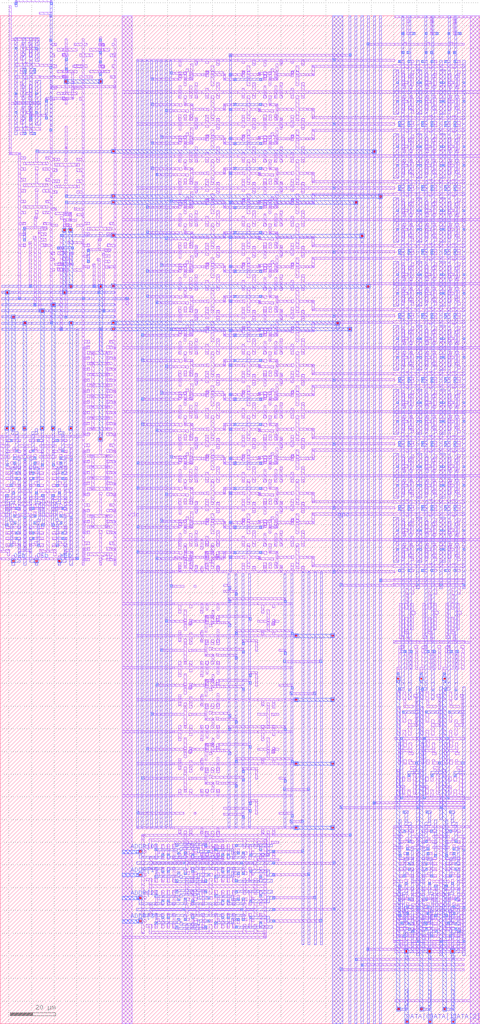
<source format=lef>
MACRO testsram
    CLASS RING ;
    ORIGIN 53.7 0.0 ;
    FOREIGN  sram 0.0 0.0 ;
    SIZE 211.2 BY 444.3 ;
    SYMMETRY X Y R90 ;
    PIN vdd
        DIRECTION INOUT ;
        USE POWER ;
        SHAPE ABUTMENT ;
        PORT
        LAYER metal1 ;
        RECT  153.6 0.0 158.1 444.3 ;
        RECT  153.6 0.0 158.1 444.3 ;
        RECT  0.0 0.0 4.5 444.3 ;
        RECT  0.0 0.0 4.5 444.3 ;
        END
    END vdd
    PIN gnd
        DIRECTION INOUT ;
        USE GROUND ;
        SHAPE ABUTMENT ;
        PORT
        LAYER metal2 ;
        RECT  92.85 0.0 97.35 444.3 ;
        RECT  92.85 0.0 97.35 444.3 ;
        END
    END gnd
    PIN DATA[0]
        DIRECTION INOUT ;
        PORT
        LAYER metal2 ;
        RECT  124.8 0.0 125.7 1.8 ;
        RECT  124.8 0.0 125.7 1.8 ;
        END
    END DATA[0]
    PIN DATA[1]
        DIRECTION INOUT ;
        PORT
        LAYER metal2 ;
        RECT  135.0 0.0 135.9 1.8 ;
        RECT  135.0 0.0 135.9 1.8 ;
        END
    END DATA[1]
    PIN DATA[2]
        DIRECTION INOUT ;
        PORT
        LAYER metal2 ;
        RECT  145.2 0.0 146.1 1.8 ;
        RECT  145.2 0.0 146.1 1.8 ;
        END
    END DATA[2]
    PIN ADDR[0]
        DIRECTION INPUT ;
        PORT
        LAYER metal3 ;
        RECT  0.0 75.0 7.2 76.5 ;
        RECT  0.0 75.0 7.2 76.5 ;
        END
    END ADDR[0]
    PIN ADDR[1]
        DIRECTION INPUT ;
        PORT
        LAYER metal3 ;
        RECT  0.0 64.8 7.2 66.3 ;
        RECT  0.0 64.8 7.2 66.3 ;
        END
    END ADDR[1]
    PIN ADDR[2]
        DIRECTION INPUT ;
        PORT
        LAYER metal3 ;
        RECT  0.0 54.6 7.2 56.1 ;
        RECT  0.0 54.6 7.2 56.1 ;
        END
    END ADDR[2]
    PIN ADDR[3]
        DIRECTION INPUT ;
        PORT
        LAYER metal3 ;
        RECT  0.0 44.4 7.2 45.9 ;
        RECT  0.0 44.4 7.2 45.9 ;
        END
    END ADDR[3]
    PIN CSb
        DIRECTION INPUT ;
        PORT
        LAYER metal3 ;
        RECT  -38.7 203.1 -36.9 204.9 ;
        RECT  -38.7 203.1 -36.9 204.9 ;
        RECT  -38.7 203.1 -36.9 204.9 ;
        RECT  -38.7 203.1 -36.9 204.9 ;
        RECT  -38.7 203.1 -36.9 204.9 ;
        END
    END CSb
    PIN OEb
        DIRECTION INPUT ;
        PORT
        LAYER metal3 ;
        RECT  -48.9 203.1 -47.1 204.9 ;
        RECT  -48.9 203.1 -47.1 204.9 ;
        RECT  -48.9 203.1 -47.1 204.9 ;
        RECT  -48.9 203.1 -47.1 204.9 ;
        RECT  -48.9 203.1 -47.1 204.9 ;
        END
    END OEb
    PIN WEb
        DIRECTION INPUT ;
        PORT
        LAYER metal3 ;
        RECT  -28.5 203.1 -26.7 204.9 ;
        RECT  -28.5 203.1 -26.7 204.9 ;
        RECT  -28.5 203.1 -26.7 204.9 ;
        RECT  -28.5 203.1 -26.7 204.9 ;
        RECT  -28.5 203.1 -26.7 204.9 ;
        END
    END WEb
    PIN clk
        DIRECTION INPUT ;
        PORT
        LAYER metal1 ;
        RECT  -9.9 202.2 -9.0 203.1 ;
        RECT  -9.9 202.2 -9.0 203.1 ;
        RECT  -9.9 202.2 -9.0 204.3 ;
        END
    END clk
    OBS
        LAYER  metal1 ;
        RECT  1.8 316.95 2.7 319.65 ;
        RECT  -9.9 202.2 -9.0 203.1 ;
        RECT  153.6 0.0 158.1 444.3 ;
        RECT  0.0 0.0 4.5 444.3 ;
        RECT  44.7 205.2 45.6 206.1 ;
        RECT  44.7 207.3 45.6 208.2 ;
        RECT  40.5 205.2 45.15 206.1 ;
        RECT  44.7 205.65 45.6 207.75 ;
        RECT  45.15 207.3 49.8 208.2 ;
        RECT  83.85 205.2 84.75 206.1 ;
        RECT  83.85 201.45 84.75 202.35 ;
        RECT  82.2 205.2 84.3 206.1 ;
        RECT  83.85 201.9 84.75 205.65 ;
        RECT  84.3 201.45 119.7 202.35 ;
        RECT  44.7 220.5 45.6 221.4 ;
        RECT  44.7 218.4 45.6 219.3 ;
        RECT  40.5 220.5 45.15 221.4 ;
        RECT  44.7 218.85 45.6 220.95 ;
        RECT  45.15 218.4 49.8 219.3 ;
        RECT  83.85 220.5 84.75 221.4 ;
        RECT  83.85 224.25 84.75 225.15 ;
        RECT  82.2 220.5 84.3 221.4 ;
        RECT  83.85 220.95 84.75 224.7 ;
        RECT  84.3 224.25 119.7 225.15 ;
        RECT  44.7 233.4 45.6 234.3 ;
        RECT  44.7 235.5 45.6 236.4 ;
        RECT  40.5 233.4 45.15 234.3 ;
        RECT  44.7 233.85 45.6 235.95 ;
        RECT  45.15 235.5 49.8 236.4 ;
        RECT  83.85 233.4 84.75 234.3 ;
        RECT  83.85 229.65 84.75 230.55 ;
        RECT  82.2 233.4 84.3 234.3 ;
        RECT  83.85 230.1 84.75 233.85 ;
        RECT  84.3 229.65 119.7 230.55 ;
        RECT  44.7 248.7 45.6 249.6 ;
        RECT  44.7 246.6 45.6 247.5 ;
        RECT  40.5 248.7 45.15 249.6 ;
        RECT  44.7 247.05 45.6 249.15 ;
        RECT  45.15 246.6 49.8 247.5 ;
        RECT  83.85 248.7 84.75 249.6 ;
        RECT  83.85 252.45 84.75 253.35 ;
        RECT  82.2 248.7 84.3 249.6 ;
        RECT  83.85 249.15 84.75 252.9 ;
        RECT  84.3 252.45 119.7 253.35 ;
        RECT  44.7 261.6 45.6 262.5 ;
        RECT  44.7 263.7 45.6 264.6 ;
        RECT  40.5 261.6 45.15 262.5 ;
        RECT  44.7 262.05 45.6 264.15 ;
        RECT  45.15 263.7 49.8 264.6 ;
        RECT  83.85 261.6 84.75 262.5 ;
        RECT  83.85 257.85 84.75 258.75 ;
        RECT  82.2 261.6 84.3 262.5 ;
        RECT  83.85 258.3 84.75 262.05 ;
        RECT  84.3 257.85 119.7 258.75 ;
        RECT  44.7 276.9 45.6 277.8 ;
        RECT  44.7 274.8 45.6 275.7 ;
        RECT  40.5 276.9 45.15 277.8 ;
        RECT  44.7 275.25 45.6 277.35 ;
        RECT  45.15 274.8 49.8 275.7 ;
        RECT  83.85 276.9 84.75 277.8 ;
        RECT  83.85 280.65 84.75 281.55 ;
        RECT  82.2 276.9 84.3 277.8 ;
        RECT  83.85 277.35 84.75 281.1 ;
        RECT  84.3 280.65 119.7 281.55 ;
        RECT  44.7 289.8 45.6 290.7 ;
        RECT  44.7 291.9 45.6 292.8 ;
        RECT  40.5 289.8 45.15 290.7 ;
        RECT  44.7 290.25 45.6 292.35 ;
        RECT  45.15 291.9 49.8 292.8 ;
        RECT  83.85 289.8 84.75 290.7 ;
        RECT  83.85 286.05 84.75 286.95 ;
        RECT  82.2 289.8 84.3 290.7 ;
        RECT  83.85 286.5 84.75 290.25 ;
        RECT  84.3 286.05 119.7 286.95 ;
        RECT  44.7 305.1 45.6 306.0 ;
        RECT  44.7 303.0 45.6 303.9 ;
        RECT  40.5 305.1 45.15 306.0 ;
        RECT  44.7 303.45 45.6 305.55 ;
        RECT  45.15 303.0 49.8 303.9 ;
        RECT  83.85 305.1 84.75 306.0 ;
        RECT  83.85 308.85 84.75 309.75 ;
        RECT  82.2 305.1 84.3 306.0 ;
        RECT  83.85 305.55 84.75 309.3 ;
        RECT  84.3 308.85 119.7 309.75 ;
        RECT  44.7 318.0 45.6 318.9 ;
        RECT  44.7 320.1 45.6 321.0 ;
        RECT  40.5 318.0 45.15 318.9 ;
        RECT  44.7 318.45 45.6 320.55 ;
        RECT  45.15 320.1 49.8 321.0 ;
        RECT  83.85 318.0 84.75 318.9 ;
        RECT  83.85 314.25 84.75 315.15 ;
        RECT  82.2 318.0 84.3 318.9 ;
        RECT  83.85 314.7 84.75 318.45 ;
        RECT  84.3 314.25 119.7 315.15 ;
        RECT  44.7 333.3 45.6 334.2 ;
        RECT  44.7 331.2 45.6 332.1 ;
        RECT  40.5 333.3 45.15 334.2 ;
        RECT  44.7 331.65 45.6 333.75 ;
        RECT  45.15 331.2 49.8 332.1 ;
        RECT  83.85 333.3 84.75 334.2 ;
        RECT  83.85 337.05 84.75 337.95 ;
        RECT  82.2 333.3 84.3 334.2 ;
        RECT  83.85 333.75 84.75 337.5 ;
        RECT  84.3 337.05 119.7 337.95 ;
        RECT  44.7 346.2 45.6 347.1 ;
        RECT  44.7 348.3 45.6 349.2 ;
        RECT  40.5 346.2 45.15 347.1 ;
        RECT  44.7 346.65 45.6 348.75 ;
        RECT  45.15 348.3 49.8 349.2 ;
        RECT  83.85 346.2 84.75 347.1 ;
        RECT  83.85 342.45 84.75 343.35 ;
        RECT  82.2 346.2 84.3 347.1 ;
        RECT  83.85 342.9 84.75 346.65 ;
        RECT  84.3 342.45 119.7 343.35 ;
        RECT  44.7 361.5 45.6 362.4 ;
        RECT  44.7 359.4 45.6 360.3 ;
        RECT  40.5 361.5 45.15 362.4 ;
        RECT  44.7 359.85 45.6 361.95 ;
        RECT  45.15 359.4 49.8 360.3 ;
        RECT  83.85 361.5 84.75 362.4 ;
        RECT  83.85 365.25 84.75 366.15 ;
        RECT  82.2 361.5 84.3 362.4 ;
        RECT  83.85 361.95 84.75 365.7 ;
        RECT  84.3 365.25 119.7 366.15 ;
        RECT  44.7 374.4 45.6 375.3 ;
        RECT  44.7 376.5 45.6 377.4 ;
        RECT  40.5 374.4 45.15 375.3 ;
        RECT  44.7 374.85 45.6 376.95 ;
        RECT  45.15 376.5 49.8 377.4 ;
        RECT  83.85 374.4 84.75 375.3 ;
        RECT  83.85 370.65 84.75 371.55 ;
        RECT  82.2 374.4 84.3 375.3 ;
        RECT  83.85 371.1 84.75 374.85 ;
        RECT  84.3 370.65 119.7 371.55 ;
        RECT  44.7 389.7 45.6 390.6 ;
        RECT  44.7 387.6 45.6 388.5 ;
        RECT  40.5 389.7 45.15 390.6 ;
        RECT  44.7 388.05 45.6 390.15 ;
        RECT  45.15 387.6 49.8 388.5 ;
        RECT  83.85 389.7 84.75 390.6 ;
        RECT  83.85 393.45 84.75 394.35 ;
        RECT  82.2 389.7 84.3 390.6 ;
        RECT  83.85 390.15 84.75 393.9 ;
        RECT  84.3 393.45 119.7 394.35 ;
        RECT  44.7 402.6 45.6 403.5 ;
        RECT  44.7 404.7 45.6 405.6 ;
        RECT  40.5 402.6 45.15 403.5 ;
        RECT  44.7 403.05 45.6 405.15 ;
        RECT  45.15 404.7 49.8 405.6 ;
        RECT  83.85 402.6 84.75 403.5 ;
        RECT  83.85 398.85 84.75 399.75 ;
        RECT  82.2 402.6 84.3 403.5 ;
        RECT  83.85 399.3 84.75 403.05 ;
        RECT  84.3 398.85 119.7 399.75 ;
        RECT  44.7 417.9 45.6 418.8 ;
        RECT  44.7 415.8 45.6 416.7 ;
        RECT  40.5 417.9 45.15 418.8 ;
        RECT  44.7 416.25 45.6 418.35 ;
        RECT  45.15 415.8 49.8 416.7 ;
        RECT  83.85 417.9 84.75 418.8 ;
        RECT  83.85 421.65 84.75 422.55 ;
        RECT  82.2 417.9 84.3 418.8 ;
        RECT  83.85 418.35 84.75 422.1 ;
        RECT  84.3 421.65 119.7 422.55 ;
        RECT  51.0 198.75 120.3 199.65 ;
        RECT  51.0 226.95 120.3 227.85 ;
        RECT  51.0 255.15 120.3 256.05 ;
        RECT  51.0 283.35 120.3 284.25 ;
        RECT  51.0 311.55 120.3 312.45 ;
        RECT  51.0 339.75 120.3 340.65 ;
        RECT  51.0 367.95 120.3 368.85 ;
        RECT  51.0 396.15 120.3 397.05 ;
        RECT  51.0 424.35 120.3 425.25 ;
        RECT  0.0 212.85 158.1 213.75 ;
        RECT  0.0 241.05 158.1 241.95 ;
        RECT  0.0 269.25 158.1 270.15 ;
        RECT  0.0 297.45 158.1 298.35 ;
        RECT  0.0 325.65 158.1 326.55 ;
        RECT  0.0 353.85 158.1 354.75 ;
        RECT  0.0 382.05 158.1 382.95 ;
        RECT  0.0 410.25 158.1 411.15 ;
        RECT  75.3 88.65 80.25 89.55 ;
        RECT  72.3 102.75 82.95 103.65 ;
        RECT  75.3 145.05 85.65 145.95 ;
        RECT  72.3 159.15 88.35 160.05 ;
        RECT  75.3 85.95 76.8 86.85 ;
        RECT  75.3 114.15 76.8 115.05 ;
        RECT  75.3 142.35 76.8 143.25 ;
        RECT  75.3 170.55 76.8 171.45 ;
        RECT  0.0 100.05 75.3 100.95 ;
        RECT  0.0 128.25 75.3 129.15 ;
        RECT  0.0 156.45 75.3 157.35 ;
        RECT  0.0 184.65 75.3 185.55 ;
        RECT  66.3 75.45 80.25 76.35 ;
        RECT  66.3 65.25 82.95 66.15 ;
        RECT  66.3 55.05 85.65 55.95 ;
        RECT  66.3 44.85 88.35 45.75 ;
        RECT  66.3 70.35 94.05 71.25 ;
        RECT  66.3 49.95 94.05 50.85 ;
        RECT  62.7 37.65 63.6 38.55 ;
        RECT  62.7 38.1 63.6 40.2 ;
        RECT  0.0 37.65 63.15 38.55 ;
        RECT  108.6 32.4 120.3 33.3 ;
        RECT  103.2 27.9 120.3 28.8 ;
        RECT  105.9 25.5 120.3 26.4 ;
        RECT  108.6 431.4 120.3 432.3 ;
        RECT  111.3 96.9 120.3 97.8 ;
        RECT  114.0 195.0 120.3 195.9 ;
        RECT  8.7 82.65 9.6 83.55 ;
        RECT  8.7 81.0 9.6 83.1 ;
        RECT  9.15 82.65 100.95 83.55 ;
        RECT  47.85 426.45 100.95 427.35 ;
        RECT  120.3 443.4 153.6 444.3 ;
        RECT  120.3 167.7 153.6 168.6 ;
        RECT  120.3 99.0 153.6 99.9 ;
        RECT  120.3 86.4 153.6 87.3 ;
        RECT  120.3 9.6 153.6 10.5 ;
        RECT  97.35 23.4 120.3 24.3 ;
        RECT  97.35 192.9 120.3 193.8 ;
        RECT  97.35 94.8 120.3 95.7 ;
        RECT  153.6 0.0 158.1 444.3 ;
        RECT  0.0 0.0 4.5 444.3 ;
        RECT  119.7 257.7 151.5 258.9 ;
        RECT  119.7 201.3 151.5 202.5 ;
        RECT  119.7 229.5 151.5 230.7 ;
        RECT  119.7 421.5 151.5 422.7 ;
        RECT  119.7 314.1 151.5 315.3 ;
        RECT  119.7 285.9 151.5 287.1 ;
        RECT  119.7 393.3 151.5 394.5 ;
        RECT  119.7 365.1 151.5 366.3 ;
        RECT  119.7 252.3 151.5 253.5 ;
        RECT  119.7 280.5 151.5 281.7 ;
        RECT  119.7 224.1 151.5 225.3 ;
        RECT  119.7 398.7 151.5 399.9 ;
        RECT  119.7 342.3 151.5 343.5 ;
        RECT  119.7 336.9 151.5 338.1 ;
        RECT  119.7 212.7 151.5 213.6 ;
        RECT  119.7 240.9 151.5 241.8 ;
        RECT  119.7 269.1 151.5 270.0 ;
        RECT  119.7 297.3 151.5 298.2 ;
        RECT  119.7 325.5 151.5 326.4 ;
        RECT  119.7 353.7 151.5 354.6 ;
        RECT  119.7 381.9 151.5 382.8 ;
        RECT  119.7 410.1 151.5 411.0 ;
        RECT  119.7 370.5 151.5 371.7 ;
        RECT  119.7 308.7 151.5 309.9 ;
        RECT  126.0 199.2 128.7 200.4 ;
        RECT  121.8 199.2 124.5 200.4 ;
        RECT  119.7 201.3 131.1 202.5 ;
        RECT  125.4 202.5 126.6 202.8 ;
        RECT  129.9 204.0 131.1 209.7 ;
        RECT  127.5 204.0 128.7 205.2 ;
        RECT  123.3 204.0 124.5 205.2 ;
        RECT  127.2 205.2 128.4 205.8 ;
        RECT  126.6 205.8 128.4 207.0 ;
        RECT  127.2 207.0 128.4 210.6 ;
        RECT  123.6 205.2 124.8 208.5 ;
        RECT  123.6 208.5 126.0 209.7 ;
        RECT  120.9 204.0 122.1 209.7 ;
        RECT  123.6 209.7 124.8 210.6 ;
        RECT  129.9 210.6 131.1 212.7 ;
        RECT  126.9 210.6 128.1 211.8 ;
        RECT  123.9 210.6 125.1 211.8 ;
        RECT  120.9 210.6 122.1 212.7 ;
        RECT  119.7 212.7 131.1 213.9 ;
        RECT  119.7 201.3 131.1 202.5 ;
        RECT  119.7 212.7 131.1 213.9 ;
        RECT  126.0 226.2 128.7 227.4 ;
        RECT  121.8 226.2 124.5 227.4 ;
        RECT  119.7 224.1 131.1 225.3 ;
        RECT  125.4 223.8 126.6 224.1 ;
        RECT  129.9 216.9 131.1 222.6 ;
        RECT  127.5 221.4 128.7 222.6 ;
        RECT  123.3 221.4 124.5 222.6 ;
        RECT  127.2 220.8 128.4 221.4 ;
        RECT  126.6 219.6 128.4 220.8 ;
        RECT  127.2 216.0 128.4 219.6 ;
        RECT  123.6 218.1 124.8 221.4 ;
        RECT  123.6 216.9 126.0 218.1 ;
        RECT  120.9 216.9 122.1 222.6 ;
        RECT  123.6 216.0 124.8 216.9 ;
        RECT  129.9 213.9 131.1 216.0 ;
        RECT  126.9 214.8 128.1 216.0 ;
        RECT  123.9 214.8 125.1 216.0 ;
        RECT  120.9 213.9 122.1 216.0 ;
        RECT  119.7 212.7 131.1 213.9 ;
        RECT  119.7 224.1 131.1 225.3 ;
        RECT  119.7 212.7 131.1 213.9 ;
        RECT  126.0 227.4 128.7 228.6 ;
        RECT  121.8 227.4 124.5 228.6 ;
        RECT  119.7 229.5 131.1 230.7 ;
        RECT  125.4 230.7 126.6 231.0 ;
        RECT  129.9 232.2 131.1 237.9 ;
        RECT  127.5 232.2 128.7 233.4 ;
        RECT  123.3 232.2 124.5 233.4 ;
        RECT  127.2 233.4 128.4 234.0 ;
        RECT  126.6 234.0 128.4 235.2 ;
        RECT  127.2 235.2 128.4 238.8 ;
        RECT  123.6 233.4 124.8 236.7 ;
        RECT  123.6 236.7 126.0 237.9 ;
        RECT  120.9 232.2 122.1 237.9 ;
        RECT  123.6 237.9 124.8 238.8 ;
        RECT  129.9 238.8 131.1 240.9 ;
        RECT  126.9 238.8 128.1 240.0 ;
        RECT  123.9 238.8 125.1 240.0 ;
        RECT  120.9 238.8 122.1 240.9 ;
        RECT  119.7 240.9 131.1 242.1 ;
        RECT  119.7 229.5 131.1 230.7 ;
        RECT  119.7 240.9 131.1 242.1 ;
        RECT  126.0 254.4 128.7 255.6 ;
        RECT  121.8 254.4 124.5 255.6 ;
        RECT  119.7 252.3 131.1 253.5 ;
        RECT  125.4 252.0 126.6 252.3 ;
        RECT  129.9 245.1 131.1 250.8 ;
        RECT  127.5 249.6 128.7 250.8 ;
        RECT  123.3 249.6 124.5 250.8 ;
        RECT  127.2 249.0 128.4 249.6 ;
        RECT  126.6 247.8 128.4 249.0 ;
        RECT  127.2 244.2 128.4 247.8 ;
        RECT  123.6 246.3 124.8 249.6 ;
        RECT  123.6 245.1 126.0 246.3 ;
        RECT  120.9 245.1 122.1 250.8 ;
        RECT  123.6 244.2 124.8 245.1 ;
        RECT  129.9 242.1 131.1 244.2 ;
        RECT  126.9 243.0 128.1 244.2 ;
        RECT  123.9 243.0 125.1 244.2 ;
        RECT  120.9 242.1 122.1 244.2 ;
        RECT  119.7 240.9 131.1 242.1 ;
        RECT  119.7 252.3 131.1 253.5 ;
        RECT  119.7 240.9 131.1 242.1 ;
        RECT  126.0 255.6 128.7 256.8 ;
        RECT  121.8 255.6 124.5 256.8 ;
        RECT  119.7 257.7 131.1 258.9 ;
        RECT  125.4 258.9 126.6 259.2 ;
        RECT  129.9 260.4 131.1 266.1 ;
        RECT  127.5 260.4 128.7 261.6 ;
        RECT  123.3 260.4 124.5 261.6 ;
        RECT  127.2 261.6 128.4 262.2 ;
        RECT  126.6 262.2 128.4 263.4 ;
        RECT  127.2 263.4 128.4 267.0 ;
        RECT  123.6 261.6 124.8 264.9 ;
        RECT  123.6 264.9 126.0 266.1 ;
        RECT  120.9 260.4 122.1 266.1 ;
        RECT  123.6 266.1 124.8 267.0 ;
        RECT  129.9 267.0 131.1 269.1 ;
        RECT  126.9 267.0 128.1 268.2 ;
        RECT  123.9 267.0 125.1 268.2 ;
        RECT  120.9 267.0 122.1 269.1 ;
        RECT  119.7 269.1 131.1 270.3 ;
        RECT  119.7 257.7 131.1 258.9 ;
        RECT  119.7 269.1 131.1 270.3 ;
        RECT  126.0 282.6 128.7 283.8 ;
        RECT  121.8 282.6 124.5 283.8 ;
        RECT  119.7 280.5 131.1 281.7 ;
        RECT  125.4 280.2 126.6 280.5 ;
        RECT  129.9 273.3 131.1 279.0 ;
        RECT  127.5 277.8 128.7 279.0 ;
        RECT  123.3 277.8 124.5 279.0 ;
        RECT  127.2 277.2 128.4 277.8 ;
        RECT  126.6 276.0 128.4 277.2 ;
        RECT  127.2 272.4 128.4 276.0 ;
        RECT  123.6 274.5 124.8 277.8 ;
        RECT  123.6 273.3 126.0 274.5 ;
        RECT  120.9 273.3 122.1 279.0 ;
        RECT  123.6 272.4 124.8 273.3 ;
        RECT  129.9 270.3 131.1 272.4 ;
        RECT  126.9 271.2 128.1 272.4 ;
        RECT  123.9 271.2 125.1 272.4 ;
        RECT  120.9 270.3 122.1 272.4 ;
        RECT  119.7 269.1 131.1 270.3 ;
        RECT  119.7 280.5 131.1 281.7 ;
        RECT  119.7 269.1 131.1 270.3 ;
        RECT  126.0 283.8 128.7 285.0 ;
        RECT  121.8 283.8 124.5 285.0 ;
        RECT  119.7 285.9 131.1 287.1 ;
        RECT  125.4 287.1 126.6 287.4 ;
        RECT  129.9 288.6 131.1 294.3 ;
        RECT  127.5 288.6 128.7 289.8 ;
        RECT  123.3 288.6 124.5 289.8 ;
        RECT  127.2 289.8 128.4 290.4 ;
        RECT  126.6 290.4 128.4 291.6 ;
        RECT  127.2 291.6 128.4 295.2 ;
        RECT  123.6 289.8 124.8 293.1 ;
        RECT  123.6 293.1 126.0 294.3 ;
        RECT  120.9 288.6 122.1 294.3 ;
        RECT  123.6 294.3 124.8 295.2 ;
        RECT  129.9 295.2 131.1 297.3 ;
        RECT  126.9 295.2 128.1 296.4 ;
        RECT  123.9 295.2 125.1 296.4 ;
        RECT  120.9 295.2 122.1 297.3 ;
        RECT  119.7 297.3 131.1 298.5 ;
        RECT  119.7 285.9 131.1 287.1 ;
        RECT  119.7 297.3 131.1 298.5 ;
        RECT  126.0 310.8 128.7 312.0 ;
        RECT  121.8 310.8 124.5 312.0 ;
        RECT  119.7 308.7 131.1 309.9 ;
        RECT  125.4 308.4 126.6 308.7 ;
        RECT  129.9 301.5 131.1 307.2 ;
        RECT  127.5 306.0 128.7 307.2 ;
        RECT  123.3 306.0 124.5 307.2 ;
        RECT  127.2 305.4 128.4 306.0 ;
        RECT  126.6 304.2 128.4 305.4 ;
        RECT  127.2 300.6 128.4 304.2 ;
        RECT  123.6 302.7 124.8 306.0 ;
        RECT  123.6 301.5 126.0 302.7 ;
        RECT  120.9 301.5 122.1 307.2 ;
        RECT  123.6 300.6 124.8 301.5 ;
        RECT  129.9 298.5 131.1 300.6 ;
        RECT  126.9 299.4 128.1 300.6 ;
        RECT  123.9 299.4 125.1 300.6 ;
        RECT  120.9 298.5 122.1 300.6 ;
        RECT  119.7 297.3 131.1 298.5 ;
        RECT  119.7 308.7 131.1 309.9 ;
        RECT  119.7 297.3 131.1 298.5 ;
        RECT  126.0 312.0 128.7 313.2 ;
        RECT  121.8 312.0 124.5 313.2 ;
        RECT  119.7 314.1 131.1 315.3 ;
        RECT  125.4 315.3 126.6 315.6 ;
        RECT  129.9 316.8 131.1 322.5 ;
        RECT  127.5 316.8 128.7 318.0 ;
        RECT  123.3 316.8 124.5 318.0 ;
        RECT  127.2 318.0 128.4 318.6 ;
        RECT  126.6 318.6 128.4 319.8 ;
        RECT  127.2 319.8 128.4 323.4 ;
        RECT  123.6 318.0 124.8 321.3 ;
        RECT  123.6 321.3 126.0 322.5 ;
        RECT  120.9 316.8 122.1 322.5 ;
        RECT  123.6 322.5 124.8 323.4 ;
        RECT  129.9 323.4 131.1 325.5 ;
        RECT  126.9 323.4 128.1 324.6 ;
        RECT  123.9 323.4 125.1 324.6 ;
        RECT  120.9 323.4 122.1 325.5 ;
        RECT  119.7 325.5 131.1 326.7 ;
        RECT  119.7 314.1 131.1 315.3 ;
        RECT  119.7 325.5 131.1 326.7 ;
        RECT  126.0 339.0 128.7 340.2 ;
        RECT  121.8 339.0 124.5 340.2 ;
        RECT  119.7 336.9 131.1 338.1 ;
        RECT  125.4 336.6 126.6 336.9 ;
        RECT  129.9 329.7 131.1 335.4 ;
        RECT  127.5 334.2 128.7 335.4 ;
        RECT  123.3 334.2 124.5 335.4 ;
        RECT  127.2 333.6 128.4 334.2 ;
        RECT  126.6 332.4 128.4 333.6 ;
        RECT  127.2 328.8 128.4 332.4 ;
        RECT  123.6 330.9 124.8 334.2 ;
        RECT  123.6 329.7 126.0 330.9 ;
        RECT  120.9 329.7 122.1 335.4 ;
        RECT  123.6 328.8 124.8 329.7 ;
        RECT  129.9 326.7 131.1 328.8 ;
        RECT  126.9 327.6 128.1 328.8 ;
        RECT  123.9 327.6 125.1 328.8 ;
        RECT  120.9 326.7 122.1 328.8 ;
        RECT  119.7 325.5 131.1 326.7 ;
        RECT  119.7 336.9 131.1 338.1 ;
        RECT  119.7 325.5 131.1 326.7 ;
        RECT  126.0 340.2 128.7 341.4 ;
        RECT  121.8 340.2 124.5 341.4 ;
        RECT  119.7 342.3 131.1 343.5 ;
        RECT  125.4 343.5 126.6 343.8 ;
        RECT  129.9 345.0 131.1 350.7 ;
        RECT  127.5 345.0 128.7 346.2 ;
        RECT  123.3 345.0 124.5 346.2 ;
        RECT  127.2 346.2 128.4 346.8 ;
        RECT  126.6 346.8 128.4 348.0 ;
        RECT  127.2 348.0 128.4 351.6 ;
        RECT  123.6 346.2 124.8 349.5 ;
        RECT  123.6 349.5 126.0 350.7 ;
        RECT  120.9 345.0 122.1 350.7 ;
        RECT  123.6 350.7 124.8 351.6 ;
        RECT  129.9 351.6 131.1 353.7 ;
        RECT  126.9 351.6 128.1 352.8 ;
        RECT  123.9 351.6 125.1 352.8 ;
        RECT  120.9 351.6 122.1 353.7 ;
        RECT  119.7 353.7 131.1 354.9 ;
        RECT  119.7 342.3 131.1 343.5 ;
        RECT  119.7 353.7 131.1 354.9 ;
        RECT  126.0 367.2 128.7 368.4 ;
        RECT  121.8 367.2 124.5 368.4 ;
        RECT  119.7 365.1 131.1 366.3 ;
        RECT  125.4 364.8 126.6 365.1 ;
        RECT  129.9 357.9 131.1 363.6 ;
        RECT  127.5 362.4 128.7 363.6 ;
        RECT  123.3 362.4 124.5 363.6 ;
        RECT  127.2 361.8 128.4 362.4 ;
        RECT  126.6 360.6 128.4 361.8 ;
        RECT  127.2 357.0 128.4 360.6 ;
        RECT  123.6 359.1 124.8 362.4 ;
        RECT  123.6 357.9 126.0 359.1 ;
        RECT  120.9 357.9 122.1 363.6 ;
        RECT  123.6 357.0 124.8 357.9 ;
        RECT  129.9 354.9 131.1 357.0 ;
        RECT  126.9 355.8 128.1 357.0 ;
        RECT  123.9 355.8 125.1 357.0 ;
        RECT  120.9 354.9 122.1 357.0 ;
        RECT  119.7 353.7 131.1 354.9 ;
        RECT  119.7 365.1 131.1 366.3 ;
        RECT  119.7 353.7 131.1 354.9 ;
        RECT  126.0 368.4 128.7 369.6 ;
        RECT  121.8 368.4 124.5 369.6 ;
        RECT  119.7 370.5 131.1 371.7 ;
        RECT  125.4 371.7 126.6 372.0 ;
        RECT  129.9 373.2 131.1 378.9 ;
        RECT  127.5 373.2 128.7 374.4 ;
        RECT  123.3 373.2 124.5 374.4 ;
        RECT  127.2 374.4 128.4 375.0 ;
        RECT  126.6 375.0 128.4 376.2 ;
        RECT  127.2 376.2 128.4 379.8 ;
        RECT  123.6 374.4 124.8 377.7 ;
        RECT  123.6 377.7 126.0 378.9 ;
        RECT  120.9 373.2 122.1 378.9 ;
        RECT  123.6 378.9 124.8 379.8 ;
        RECT  129.9 379.8 131.1 381.9 ;
        RECT  126.9 379.8 128.1 381.0 ;
        RECT  123.9 379.8 125.1 381.0 ;
        RECT  120.9 379.8 122.1 381.9 ;
        RECT  119.7 381.9 131.1 383.1 ;
        RECT  119.7 370.5 131.1 371.7 ;
        RECT  119.7 381.9 131.1 383.1 ;
        RECT  126.0 395.4 128.7 396.6 ;
        RECT  121.8 395.4 124.5 396.6 ;
        RECT  119.7 393.3 131.1 394.5 ;
        RECT  125.4 393.0 126.6 393.3 ;
        RECT  129.9 386.1 131.1 391.8 ;
        RECT  127.5 390.6 128.7 391.8 ;
        RECT  123.3 390.6 124.5 391.8 ;
        RECT  127.2 390.0 128.4 390.6 ;
        RECT  126.6 388.8 128.4 390.0 ;
        RECT  127.2 385.2 128.4 388.8 ;
        RECT  123.6 387.3 124.8 390.6 ;
        RECT  123.6 386.1 126.0 387.3 ;
        RECT  120.9 386.1 122.1 391.8 ;
        RECT  123.6 385.2 124.8 386.1 ;
        RECT  129.9 383.1 131.1 385.2 ;
        RECT  126.9 384.0 128.1 385.2 ;
        RECT  123.9 384.0 125.1 385.2 ;
        RECT  120.9 383.1 122.1 385.2 ;
        RECT  119.7 381.9 131.1 383.1 ;
        RECT  119.7 393.3 131.1 394.5 ;
        RECT  119.7 381.9 131.1 383.1 ;
        RECT  126.0 396.6 128.7 397.8 ;
        RECT  121.8 396.6 124.5 397.8 ;
        RECT  119.7 398.7 131.1 399.9 ;
        RECT  125.4 399.9 126.6 400.2 ;
        RECT  129.9 401.4 131.1 407.1 ;
        RECT  127.5 401.4 128.7 402.6 ;
        RECT  123.3 401.4 124.5 402.6 ;
        RECT  127.2 402.6 128.4 403.2 ;
        RECT  126.6 403.2 128.4 404.4 ;
        RECT  127.2 404.4 128.4 408.0 ;
        RECT  123.6 402.6 124.8 405.9 ;
        RECT  123.6 405.9 126.0 407.1 ;
        RECT  120.9 401.4 122.1 407.1 ;
        RECT  123.6 407.1 124.8 408.0 ;
        RECT  129.9 408.0 131.1 410.1 ;
        RECT  126.9 408.0 128.1 409.2 ;
        RECT  123.9 408.0 125.1 409.2 ;
        RECT  120.9 408.0 122.1 410.1 ;
        RECT  119.7 410.1 131.1 411.3 ;
        RECT  119.7 398.7 131.1 399.9 ;
        RECT  119.7 410.1 131.1 411.3 ;
        RECT  126.0 423.6 128.7 424.8 ;
        RECT  121.8 423.6 124.5 424.8 ;
        RECT  119.7 421.5 131.1 422.7 ;
        RECT  125.4 421.2 126.6 421.5 ;
        RECT  129.9 414.3 131.1 420.0 ;
        RECT  127.5 418.8 128.7 420.0 ;
        RECT  123.3 418.8 124.5 420.0 ;
        RECT  127.2 418.2 128.4 418.8 ;
        RECT  126.6 417.0 128.4 418.2 ;
        RECT  127.2 413.4 128.4 417.0 ;
        RECT  123.6 415.5 124.8 418.8 ;
        RECT  123.6 414.3 126.0 415.5 ;
        RECT  120.9 414.3 122.1 420.0 ;
        RECT  123.6 413.4 124.8 414.3 ;
        RECT  129.9 411.3 131.1 413.4 ;
        RECT  126.9 412.2 128.1 413.4 ;
        RECT  123.9 412.2 125.1 413.4 ;
        RECT  120.9 411.3 122.1 413.4 ;
        RECT  119.7 410.1 131.1 411.3 ;
        RECT  119.7 421.5 131.1 422.7 ;
        RECT  119.7 410.1 131.1 411.3 ;
        RECT  136.2 199.2 138.9 200.4 ;
        RECT  132.0 199.2 134.7 200.4 ;
        RECT  129.9 201.3 141.3 202.5 ;
        RECT  135.6 202.5 136.8 202.8 ;
        RECT  140.1 204.0 141.3 209.7 ;
        RECT  137.7 204.0 138.9 205.2 ;
        RECT  133.5 204.0 134.7 205.2 ;
        RECT  137.4 205.2 138.6 205.8 ;
        RECT  136.8 205.8 138.6 207.0 ;
        RECT  137.4 207.0 138.6 210.6 ;
        RECT  133.8 205.2 135.0 208.5 ;
        RECT  133.8 208.5 136.2 209.7 ;
        RECT  131.1 204.0 132.3 209.7 ;
        RECT  133.8 209.7 135.0 210.6 ;
        RECT  140.1 210.6 141.3 212.7 ;
        RECT  137.1 210.6 138.3 211.8 ;
        RECT  134.1 210.6 135.3 211.8 ;
        RECT  131.1 210.6 132.3 212.7 ;
        RECT  129.9 212.7 141.3 213.9 ;
        RECT  129.9 201.3 141.3 202.5 ;
        RECT  129.9 212.7 141.3 213.9 ;
        RECT  136.2 226.2 138.9 227.4 ;
        RECT  132.0 226.2 134.7 227.4 ;
        RECT  129.9 224.1 141.3 225.3 ;
        RECT  135.6 223.8 136.8 224.1 ;
        RECT  140.1 216.9 141.3 222.6 ;
        RECT  137.7 221.4 138.9 222.6 ;
        RECT  133.5 221.4 134.7 222.6 ;
        RECT  137.4 220.8 138.6 221.4 ;
        RECT  136.8 219.6 138.6 220.8 ;
        RECT  137.4 216.0 138.6 219.6 ;
        RECT  133.8 218.1 135.0 221.4 ;
        RECT  133.8 216.9 136.2 218.1 ;
        RECT  131.1 216.9 132.3 222.6 ;
        RECT  133.8 216.0 135.0 216.9 ;
        RECT  140.1 213.9 141.3 216.0 ;
        RECT  137.1 214.8 138.3 216.0 ;
        RECT  134.1 214.8 135.3 216.0 ;
        RECT  131.1 213.9 132.3 216.0 ;
        RECT  129.9 212.7 141.3 213.9 ;
        RECT  129.9 224.1 141.3 225.3 ;
        RECT  129.9 212.7 141.3 213.9 ;
        RECT  136.2 227.4 138.9 228.6 ;
        RECT  132.0 227.4 134.7 228.6 ;
        RECT  129.9 229.5 141.3 230.7 ;
        RECT  135.6 230.7 136.8 231.0 ;
        RECT  140.1 232.2 141.3 237.9 ;
        RECT  137.7 232.2 138.9 233.4 ;
        RECT  133.5 232.2 134.7 233.4 ;
        RECT  137.4 233.4 138.6 234.0 ;
        RECT  136.8 234.0 138.6 235.2 ;
        RECT  137.4 235.2 138.6 238.8 ;
        RECT  133.8 233.4 135.0 236.7 ;
        RECT  133.8 236.7 136.2 237.9 ;
        RECT  131.1 232.2 132.3 237.9 ;
        RECT  133.8 237.9 135.0 238.8 ;
        RECT  140.1 238.8 141.3 240.9 ;
        RECT  137.1 238.8 138.3 240.0 ;
        RECT  134.1 238.8 135.3 240.0 ;
        RECT  131.1 238.8 132.3 240.9 ;
        RECT  129.9 240.9 141.3 242.1 ;
        RECT  129.9 229.5 141.3 230.7 ;
        RECT  129.9 240.9 141.3 242.1 ;
        RECT  136.2 254.4 138.9 255.6 ;
        RECT  132.0 254.4 134.7 255.6 ;
        RECT  129.9 252.3 141.3 253.5 ;
        RECT  135.6 252.0 136.8 252.3 ;
        RECT  140.1 245.1 141.3 250.8 ;
        RECT  137.7 249.6 138.9 250.8 ;
        RECT  133.5 249.6 134.7 250.8 ;
        RECT  137.4 249.0 138.6 249.6 ;
        RECT  136.8 247.8 138.6 249.0 ;
        RECT  137.4 244.2 138.6 247.8 ;
        RECT  133.8 246.3 135.0 249.6 ;
        RECT  133.8 245.1 136.2 246.3 ;
        RECT  131.1 245.1 132.3 250.8 ;
        RECT  133.8 244.2 135.0 245.1 ;
        RECT  140.1 242.1 141.3 244.2 ;
        RECT  137.1 243.0 138.3 244.2 ;
        RECT  134.1 243.0 135.3 244.2 ;
        RECT  131.1 242.1 132.3 244.2 ;
        RECT  129.9 240.9 141.3 242.1 ;
        RECT  129.9 252.3 141.3 253.5 ;
        RECT  129.9 240.9 141.3 242.1 ;
        RECT  136.2 255.6 138.9 256.8 ;
        RECT  132.0 255.6 134.7 256.8 ;
        RECT  129.9 257.7 141.3 258.9 ;
        RECT  135.6 258.9 136.8 259.2 ;
        RECT  140.1 260.4 141.3 266.1 ;
        RECT  137.7 260.4 138.9 261.6 ;
        RECT  133.5 260.4 134.7 261.6 ;
        RECT  137.4 261.6 138.6 262.2 ;
        RECT  136.8 262.2 138.6 263.4 ;
        RECT  137.4 263.4 138.6 267.0 ;
        RECT  133.8 261.6 135.0 264.9 ;
        RECT  133.8 264.9 136.2 266.1 ;
        RECT  131.1 260.4 132.3 266.1 ;
        RECT  133.8 266.1 135.0 267.0 ;
        RECT  140.1 267.0 141.3 269.1 ;
        RECT  137.1 267.0 138.3 268.2 ;
        RECT  134.1 267.0 135.3 268.2 ;
        RECT  131.1 267.0 132.3 269.1 ;
        RECT  129.9 269.1 141.3 270.3 ;
        RECT  129.9 257.7 141.3 258.9 ;
        RECT  129.9 269.1 141.3 270.3 ;
        RECT  136.2 282.6 138.9 283.8 ;
        RECT  132.0 282.6 134.7 283.8 ;
        RECT  129.9 280.5 141.3 281.7 ;
        RECT  135.6 280.2 136.8 280.5 ;
        RECT  140.1 273.3 141.3 279.0 ;
        RECT  137.7 277.8 138.9 279.0 ;
        RECT  133.5 277.8 134.7 279.0 ;
        RECT  137.4 277.2 138.6 277.8 ;
        RECT  136.8 276.0 138.6 277.2 ;
        RECT  137.4 272.4 138.6 276.0 ;
        RECT  133.8 274.5 135.0 277.8 ;
        RECT  133.8 273.3 136.2 274.5 ;
        RECT  131.1 273.3 132.3 279.0 ;
        RECT  133.8 272.4 135.0 273.3 ;
        RECT  140.1 270.3 141.3 272.4 ;
        RECT  137.1 271.2 138.3 272.4 ;
        RECT  134.1 271.2 135.3 272.4 ;
        RECT  131.1 270.3 132.3 272.4 ;
        RECT  129.9 269.1 141.3 270.3 ;
        RECT  129.9 280.5 141.3 281.7 ;
        RECT  129.9 269.1 141.3 270.3 ;
        RECT  136.2 283.8 138.9 285.0 ;
        RECT  132.0 283.8 134.7 285.0 ;
        RECT  129.9 285.9 141.3 287.1 ;
        RECT  135.6 287.1 136.8 287.4 ;
        RECT  140.1 288.6 141.3 294.3 ;
        RECT  137.7 288.6 138.9 289.8 ;
        RECT  133.5 288.6 134.7 289.8 ;
        RECT  137.4 289.8 138.6 290.4 ;
        RECT  136.8 290.4 138.6 291.6 ;
        RECT  137.4 291.6 138.6 295.2 ;
        RECT  133.8 289.8 135.0 293.1 ;
        RECT  133.8 293.1 136.2 294.3 ;
        RECT  131.1 288.6 132.3 294.3 ;
        RECT  133.8 294.3 135.0 295.2 ;
        RECT  140.1 295.2 141.3 297.3 ;
        RECT  137.1 295.2 138.3 296.4 ;
        RECT  134.1 295.2 135.3 296.4 ;
        RECT  131.1 295.2 132.3 297.3 ;
        RECT  129.9 297.3 141.3 298.5 ;
        RECT  129.9 285.9 141.3 287.1 ;
        RECT  129.9 297.3 141.3 298.5 ;
        RECT  136.2 310.8 138.9 312.0 ;
        RECT  132.0 310.8 134.7 312.0 ;
        RECT  129.9 308.7 141.3 309.9 ;
        RECT  135.6 308.4 136.8 308.7 ;
        RECT  140.1 301.5 141.3 307.2 ;
        RECT  137.7 306.0 138.9 307.2 ;
        RECT  133.5 306.0 134.7 307.2 ;
        RECT  137.4 305.4 138.6 306.0 ;
        RECT  136.8 304.2 138.6 305.4 ;
        RECT  137.4 300.6 138.6 304.2 ;
        RECT  133.8 302.7 135.0 306.0 ;
        RECT  133.8 301.5 136.2 302.7 ;
        RECT  131.1 301.5 132.3 307.2 ;
        RECT  133.8 300.6 135.0 301.5 ;
        RECT  140.1 298.5 141.3 300.6 ;
        RECT  137.1 299.4 138.3 300.6 ;
        RECT  134.1 299.4 135.3 300.6 ;
        RECT  131.1 298.5 132.3 300.6 ;
        RECT  129.9 297.3 141.3 298.5 ;
        RECT  129.9 308.7 141.3 309.9 ;
        RECT  129.9 297.3 141.3 298.5 ;
        RECT  136.2 312.0 138.9 313.2 ;
        RECT  132.0 312.0 134.7 313.2 ;
        RECT  129.9 314.1 141.3 315.3 ;
        RECT  135.6 315.3 136.8 315.6 ;
        RECT  140.1 316.8 141.3 322.5 ;
        RECT  137.7 316.8 138.9 318.0 ;
        RECT  133.5 316.8 134.7 318.0 ;
        RECT  137.4 318.0 138.6 318.6 ;
        RECT  136.8 318.6 138.6 319.8 ;
        RECT  137.4 319.8 138.6 323.4 ;
        RECT  133.8 318.0 135.0 321.3 ;
        RECT  133.8 321.3 136.2 322.5 ;
        RECT  131.1 316.8 132.3 322.5 ;
        RECT  133.8 322.5 135.0 323.4 ;
        RECT  140.1 323.4 141.3 325.5 ;
        RECT  137.1 323.4 138.3 324.6 ;
        RECT  134.1 323.4 135.3 324.6 ;
        RECT  131.1 323.4 132.3 325.5 ;
        RECT  129.9 325.5 141.3 326.7 ;
        RECT  129.9 314.1 141.3 315.3 ;
        RECT  129.9 325.5 141.3 326.7 ;
        RECT  136.2 339.0 138.9 340.2 ;
        RECT  132.0 339.0 134.7 340.2 ;
        RECT  129.9 336.9 141.3 338.1 ;
        RECT  135.6 336.6 136.8 336.9 ;
        RECT  140.1 329.7 141.3 335.4 ;
        RECT  137.7 334.2 138.9 335.4 ;
        RECT  133.5 334.2 134.7 335.4 ;
        RECT  137.4 333.6 138.6 334.2 ;
        RECT  136.8 332.4 138.6 333.6 ;
        RECT  137.4 328.8 138.6 332.4 ;
        RECT  133.8 330.9 135.0 334.2 ;
        RECT  133.8 329.7 136.2 330.9 ;
        RECT  131.1 329.7 132.3 335.4 ;
        RECT  133.8 328.8 135.0 329.7 ;
        RECT  140.1 326.7 141.3 328.8 ;
        RECT  137.1 327.6 138.3 328.8 ;
        RECT  134.1 327.6 135.3 328.8 ;
        RECT  131.1 326.7 132.3 328.8 ;
        RECT  129.9 325.5 141.3 326.7 ;
        RECT  129.9 336.9 141.3 338.1 ;
        RECT  129.9 325.5 141.3 326.7 ;
        RECT  136.2 340.2 138.9 341.4 ;
        RECT  132.0 340.2 134.7 341.4 ;
        RECT  129.9 342.3 141.3 343.5 ;
        RECT  135.6 343.5 136.8 343.8 ;
        RECT  140.1 345.0 141.3 350.7 ;
        RECT  137.7 345.0 138.9 346.2 ;
        RECT  133.5 345.0 134.7 346.2 ;
        RECT  137.4 346.2 138.6 346.8 ;
        RECT  136.8 346.8 138.6 348.0 ;
        RECT  137.4 348.0 138.6 351.6 ;
        RECT  133.8 346.2 135.0 349.5 ;
        RECT  133.8 349.5 136.2 350.7 ;
        RECT  131.1 345.0 132.3 350.7 ;
        RECT  133.8 350.7 135.0 351.6 ;
        RECT  140.1 351.6 141.3 353.7 ;
        RECT  137.1 351.6 138.3 352.8 ;
        RECT  134.1 351.6 135.3 352.8 ;
        RECT  131.1 351.6 132.3 353.7 ;
        RECT  129.9 353.7 141.3 354.9 ;
        RECT  129.9 342.3 141.3 343.5 ;
        RECT  129.9 353.7 141.3 354.9 ;
        RECT  136.2 367.2 138.9 368.4 ;
        RECT  132.0 367.2 134.7 368.4 ;
        RECT  129.9 365.1 141.3 366.3 ;
        RECT  135.6 364.8 136.8 365.1 ;
        RECT  140.1 357.9 141.3 363.6 ;
        RECT  137.7 362.4 138.9 363.6 ;
        RECT  133.5 362.4 134.7 363.6 ;
        RECT  137.4 361.8 138.6 362.4 ;
        RECT  136.8 360.6 138.6 361.8 ;
        RECT  137.4 357.0 138.6 360.6 ;
        RECT  133.8 359.1 135.0 362.4 ;
        RECT  133.8 357.9 136.2 359.1 ;
        RECT  131.1 357.9 132.3 363.6 ;
        RECT  133.8 357.0 135.0 357.9 ;
        RECT  140.1 354.9 141.3 357.0 ;
        RECT  137.1 355.8 138.3 357.0 ;
        RECT  134.1 355.8 135.3 357.0 ;
        RECT  131.1 354.9 132.3 357.0 ;
        RECT  129.9 353.7 141.3 354.9 ;
        RECT  129.9 365.1 141.3 366.3 ;
        RECT  129.9 353.7 141.3 354.9 ;
        RECT  136.2 368.4 138.9 369.6 ;
        RECT  132.0 368.4 134.7 369.6 ;
        RECT  129.9 370.5 141.3 371.7 ;
        RECT  135.6 371.7 136.8 372.0 ;
        RECT  140.1 373.2 141.3 378.9 ;
        RECT  137.7 373.2 138.9 374.4 ;
        RECT  133.5 373.2 134.7 374.4 ;
        RECT  137.4 374.4 138.6 375.0 ;
        RECT  136.8 375.0 138.6 376.2 ;
        RECT  137.4 376.2 138.6 379.8 ;
        RECT  133.8 374.4 135.0 377.7 ;
        RECT  133.8 377.7 136.2 378.9 ;
        RECT  131.1 373.2 132.3 378.9 ;
        RECT  133.8 378.9 135.0 379.8 ;
        RECT  140.1 379.8 141.3 381.9 ;
        RECT  137.1 379.8 138.3 381.0 ;
        RECT  134.1 379.8 135.3 381.0 ;
        RECT  131.1 379.8 132.3 381.9 ;
        RECT  129.9 381.9 141.3 383.1 ;
        RECT  129.9 370.5 141.3 371.7 ;
        RECT  129.9 381.9 141.3 383.1 ;
        RECT  136.2 395.4 138.9 396.6 ;
        RECT  132.0 395.4 134.7 396.6 ;
        RECT  129.9 393.3 141.3 394.5 ;
        RECT  135.6 393.0 136.8 393.3 ;
        RECT  140.1 386.1 141.3 391.8 ;
        RECT  137.7 390.6 138.9 391.8 ;
        RECT  133.5 390.6 134.7 391.8 ;
        RECT  137.4 390.0 138.6 390.6 ;
        RECT  136.8 388.8 138.6 390.0 ;
        RECT  137.4 385.2 138.6 388.8 ;
        RECT  133.8 387.3 135.0 390.6 ;
        RECT  133.8 386.1 136.2 387.3 ;
        RECT  131.1 386.1 132.3 391.8 ;
        RECT  133.8 385.2 135.0 386.1 ;
        RECT  140.1 383.1 141.3 385.2 ;
        RECT  137.1 384.0 138.3 385.2 ;
        RECT  134.1 384.0 135.3 385.2 ;
        RECT  131.1 383.1 132.3 385.2 ;
        RECT  129.9 381.9 141.3 383.1 ;
        RECT  129.9 393.3 141.3 394.5 ;
        RECT  129.9 381.9 141.3 383.1 ;
        RECT  136.2 396.6 138.9 397.8 ;
        RECT  132.0 396.6 134.7 397.8 ;
        RECT  129.9 398.7 141.3 399.9 ;
        RECT  135.6 399.9 136.8 400.2 ;
        RECT  140.1 401.4 141.3 407.1 ;
        RECT  137.7 401.4 138.9 402.6 ;
        RECT  133.5 401.4 134.7 402.6 ;
        RECT  137.4 402.6 138.6 403.2 ;
        RECT  136.8 403.2 138.6 404.4 ;
        RECT  137.4 404.4 138.6 408.0 ;
        RECT  133.8 402.6 135.0 405.9 ;
        RECT  133.8 405.9 136.2 407.1 ;
        RECT  131.1 401.4 132.3 407.1 ;
        RECT  133.8 407.1 135.0 408.0 ;
        RECT  140.1 408.0 141.3 410.1 ;
        RECT  137.1 408.0 138.3 409.2 ;
        RECT  134.1 408.0 135.3 409.2 ;
        RECT  131.1 408.0 132.3 410.1 ;
        RECT  129.9 410.1 141.3 411.3 ;
        RECT  129.9 398.7 141.3 399.9 ;
        RECT  129.9 410.1 141.3 411.3 ;
        RECT  136.2 423.6 138.9 424.8 ;
        RECT  132.0 423.6 134.7 424.8 ;
        RECT  129.9 421.5 141.3 422.7 ;
        RECT  135.6 421.2 136.8 421.5 ;
        RECT  140.1 414.3 141.3 420.0 ;
        RECT  137.7 418.8 138.9 420.0 ;
        RECT  133.5 418.8 134.7 420.0 ;
        RECT  137.4 418.2 138.6 418.8 ;
        RECT  136.8 417.0 138.6 418.2 ;
        RECT  137.4 413.4 138.6 417.0 ;
        RECT  133.8 415.5 135.0 418.8 ;
        RECT  133.8 414.3 136.2 415.5 ;
        RECT  131.1 414.3 132.3 420.0 ;
        RECT  133.8 413.4 135.0 414.3 ;
        RECT  140.1 411.3 141.3 413.4 ;
        RECT  137.1 412.2 138.3 413.4 ;
        RECT  134.1 412.2 135.3 413.4 ;
        RECT  131.1 411.3 132.3 413.4 ;
        RECT  129.9 410.1 141.3 411.3 ;
        RECT  129.9 421.5 141.3 422.7 ;
        RECT  129.9 410.1 141.3 411.3 ;
        RECT  146.4 199.2 149.1 200.4 ;
        RECT  142.2 199.2 144.9 200.4 ;
        RECT  140.1 201.3 151.5 202.5 ;
        RECT  145.8 202.5 147.0 202.8 ;
        RECT  150.3 204.0 151.5 209.7 ;
        RECT  147.9 204.0 149.1 205.2 ;
        RECT  143.7 204.0 144.9 205.2 ;
        RECT  147.6 205.2 148.8 205.8 ;
        RECT  147.0 205.8 148.8 207.0 ;
        RECT  147.6 207.0 148.8 210.6 ;
        RECT  144.0 205.2 145.2 208.5 ;
        RECT  144.0 208.5 146.4 209.7 ;
        RECT  141.3 204.0 142.5 209.7 ;
        RECT  144.0 209.7 145.2 210.6 ;
        RECT  150.3 210.6 151.5 212.7 ;
        RECT  147.3 210.6 148.5 211.8 ;
        RECT  144.3 210.6 145.5 211.8 ;
        RECT  141.3 210.6 142.5 212.7 ;
        RECT  140.1 212.7 151.5 213.9 ;
        RECT  140.1 201.3 151.5 202.5 ;
        RECT  140.1 212.7 151.5 213.9 ;
        RECT  146.4 226.2 149.1 227.4 ;
        RECT  142.2 226.2 144.9 227.4 ;
        RECT  140.1 224.1 151.5 225.3 ;
        RECT  145.8 223.8 147.0 224.1 ;
        RECT  150.3 216.9 151.5 222.6 ;
        RECT  147.9 221.4 149.1 222.6 ;
        RECT  143.7 221.4 144.9 222.6 ;
        RECT  147.6 220.8 148.8 221.4 ;
        RECT  147.0 219.6 148.8 220.8 ;
        RECT  147.6 216.0 148.8 219.6 ;
        RECT  144.0 218.1 145.2 221.4 ;
        RECT  144.0 216.9 146.4 218.1 ;
        RECT  141.3 216.9 142.5 222.6 ;
        RECT  144.0 216.0 145.2 216.9 ;
        RECT  150.3 213.9 151.5 216.0 ;
        RECT  147.3 214.8 148.5 216.0 ;
        RECT  144.3 214.8 145.5 216.0 ;
        RECT  141.3 213.9 142.5 216.0 ;
        RECT  140.1 212.7 151.5 213.9 ;
        RECT  140.1 224.1 151.5 225.3 ;
        RECT  140.1 212.7 151.5 213.9 ;
        RECT  146.4 227.4 149.1 228.6 ;
        RECT  142.2 227.4 144.9 228.6 ;
        RECT  140.1 229.5 151.5 230.7 ;
        RECT  145.8 230.7 147.0 231.0 ;
        RECT  150.3 232.2 151.5 237.9 ;
        RECT  147.9 232.2 149.1 233.4 ;
        RECT  143.7 232.2 144.9 233.4 ;
        RECT  147.6 233.4 148.8 234.0 ;
        RECT  147.0 234.0 148.8 235.2 ;
        RECT  147.6 235.2 148.8 238.8 ;
        RECT  144.0 233.4 145.2 236.7 ;
        RECT  144.0 236.7 146.4 237.9 ;
        RECT  141.3 232.2 142.5 237.9 ;
        RECT  144.0 237.9 145.2 238.8 ;
        RECT  150.3 238.8 151.5 240.9 ;
        RECT  147.3 238.8 148.5 240.0 ;
        RECT  144.3 238.8 145.5 240.0 ;
        RECT  141.3 238.8 142.5 240.9 ;
        RECT  140.1 240.9 151.5 242.1 ;
        RECT  140.1 229.5 151.5 230.7 ;
        RECT  140.1 240.9 151.5 242.1 ;
        RECT  146.4 254.4 149.1 255.6 ;
        RECT  142.2 254.4 144.9 255.6 ;
        RECT  140.1 252.3 151.5 253.5 ;
        RECT  145.8 252.0 147.0 252.3 ;
        RECT  150.3 245.1 151.5 250.8 ;
        RECT  147.9 249.6 149.1 250.8 ;
        RECT  143.7 249.6 144.9 250.8 ;
        RECT  147.6 249.0 148.8 249.6 ;
        RECT  147.0 247.8 148.8 249.0 ;
        RECT  147.6 244.2 148.8 247.8 ;
        RECT  144.0 246.3 145.2 249.6 ;
        RECT  144.0 245.1 146.4 246.3 ;
        RECT  141.3 245.1 142.5 250.8 ;
        RECT  144.0 244.2 145.2 245.1 ;
        RECT  150.3 242.1 151.5 244.2 ;
        RECT  147.3 243.0 148.5 244.2 ;
        RECT  144.3 243.0 145.5 244.2 ;
        RECT  141.3 242.1 142.5 244.2 ;
        RECT  140.1 240.9 151.5 242.1 ;
        RECT  140.1 252.3 151.5 253.5 ;
        RECT  140.1 240.9 151.5 242.1 ;
        RECT  146.4 255.6 149.1 256.8 ;
        RECT  142.2 255.6 144.9 256.8 ;
        RECT  140.1 257.7 151.5 258.9 ;
        RECT  145.8 258.9 147.0 259.2 ;
        RECT  150.3 260.4 151.5 266.1 ;
        RECT  147.9 260.4 149.1 261.6 ;
        RECT  143.7 260.4 144.9 261.6 ;
        RECT  147.6 261.6 148.8 262.2 ;
        RECT  147.0 262.2 148.8 263.4 ;
        RECT  147.6 263.4 148.8 267.0 ;
        RECT  144.0 261.6 145.2 264.9 ;
        RECT  144.0 264.9 146.4 266.1 ;
        RECT  141.3 260.4 142.5 266.1 ;
        RECT  144.0 266.1 145.2 267.0 ;
        RECT  150.3 267.0 151.5 269.1 ;
        RECT  147.3 267.0 148.5 268.2 ;
        RECT  144.3 267.0 145.5 268.2 ;
        RECT  141.3 267.0 142.5 269.1 ;
        RECT  140.1 269.1 151.5 270.3 ;
        RECT  140.1 257.7 151.5 258.9 ;
        RECT  140.1 269.1 151.5 270.3 ;
        RECT  146.4 282.6 149.1 283.8 ;
        RECT  142.2 282.6 144.9 283.8 ;
        RECT  140.1 280.5 151.5 281.7 ;
        RECT  145.8 280.2 147.0 280.5 ;
        RECT  150.3 273.3 151.5 279.0 ;
        RECT  147.9 277.8 149.1 279.0 ;
        RECT  143.7 277.8 144.9 279.0 ;
        RECT  147.6 277.2 148.8 277.8 ;
        RECT  147.0 276.0 148.8 277.2 ;
        RECT  147.6 272.4 148.8 276.0 ;
        RECT  144.0 274.5 145.2 277.8 ;
        RECT  144.0 273.3 146.4 274.5 ;
        RECT  141.3 273.3 142.5 279.0 ;
        RECT  144.0 272.4 145.2 273.3 ;
        RECT  150.3 270.3 151.5 272.4 ;
        RECT  147.3 271.2 148.5 272.4 ;
        RECT  144.3 271.2 145.5 272.4 ;
        RECT  141.3 270.3 142.5 272.4 ;
        RECT  140.1 269.1 151.5 270.3 ;
        RECT  140.1 280.5 151.5 281.7 ;
        RECT  140.1 269.1 151.5 270.3 ;
        RECT  146.4 283.8 149.1 285.0 ;
        RECT  142.2 283.8 144.9 285.0 ;
        RECT  140.1 285.9 151.5 287.1 ;
        RECT  145.8 287.1 147.0 287.4 ;
        RECT  150.3 288.6 151.5 294.3 ;
        RECT  147.9 288.6 149.1 289.8 ;
        RECT  143.7 288.6 144.9 289.8 ;
        RECT  147.6 289.8 148.8 290.4 ;
        RECT  147.0 290.4 148.8 291.6 ;
        RECT  147.6 291.6 148.8 295.2 ;
        RECT  144.0 289.8 145.2 293.1 ;
        RECT  144.0 293.1 146.4 294.3 ;
        RECT  141.3 288.6 142.5 294.3 ;
        RECT  144.0 294.3 145.2 295.2 ;
        RECT  150.3 295.2 151.5 297.3 ;
        RECT  147.3 295.2 148.5 296.4 ;
        RECT  144.3 295.2 145.5 296.4 ;
        RECT  141.3 295.2 142.5 297.3 ;
        RECT  140.1 297.3 151.5 298.5 ;
        RECT  140.1 285.9 151.5 287.1 ;
        RECT  140.1 297.3 151.5 298.5 ;
        RECT  146.4 310.8 149.1 312.0 ;
        RECT  142.2 310.8 144.9 312.0 ;
        RECT  140.1 308.7 151.5 309.9 ;
        RECT  145.8 308.4 147.0 308.7 ;
        RECT  150.3 301.5 151.5 307.2 ;
        RECT  147.9 306.0 149.1 307.2 ;
        RECT  143.7 306.0 144.9 307.2 ;
        RECT  147.6 305.4 148.8 306.0 ;
        RECT  147.0 304.2 148.8 305.4 ;
        RECT  147.6 300.6 148.8 304.2 ;
        RECT  144.0 302.7 145.2 306.0 ;
        RECT  144.0 301.5 146.4 302.7 ;
        RECT  141.3 301.5 142.5 307.2 ;
        RECT  144.0 300.6 145.2 301.5 ;
        RECT  150.3 298.5 151.5 300.6 ;
        RECT  147.3 299.4 148.5 300.6 ;
        RECT  144.3 299.4 145.5 300.6 ;
        RECT  141.3 298.5 142.5 300.6 ;
        RECT  140.1 297.3 151.5 298.5 ;
        RECT  140.1 308.7 151.5 309.9 ;
        RECT  140.1 297.3 151.5 298.5 ;
        RECT  146.4 312.0 149.1 313.2 ;
        RECT  142.2 312.0 144.9 313.2 ;
        RECT  140.1 314.1 151.5 315.3 ;
        RECT  145.8 315.3 147.0 315.6 ;
        RECT  150.3 316.8 151.5 322.5 ;
        RECT  147.9 316.8 149.1 318.0 ;
        RECT  143.7 316.8 144.9 318.0 ;
        RECT  147.6 318.0 148.8 318.6 ;
        RECT  147.0 318.6 148.8 319.8 ;
        RECT  147.6 319.8 148.8 323.4 ;
        RECT  144.0 318.0 145.2 321.3 ;
        RECT  144.0 321.3 146.4 322.5 ;
        RECT  141.3 316.8 142.5 322.5 ;
        RECT  144.0 322.5 145.2 323.4 ;
        RECT  150.3 323.4 151.5 325.5 ;
        RECT  147.3 323.4 148.5 324.6 ;
        RECT  144.3 323.4 145.5 324.6 ;
        RECT  141.3 323.4 142.5 325.5 ;
        RECT  140.1 325.5 151.5 326.7 ;
        RECT  140.1 314.1 151.5 315.3 ;
        RECT  140.1 325.5 151.5 326.7 ;
        RECT  146.4 339.0 149.1 340.2 ;
        RECT  142.2 339.0 144.9 340.2 ;
        RECT  140.1 336.9 151.5 338.1 ;
        RECT  145.8 336.6 147.0 336.9 ;
        RECT  150.3 329.7 151.5 335.4 ;
        RECT  147.9 334.2 149.1 335.4 ;
        RECT  143.7 334.2 144.9 335.4 ;
        RECT  147.6 333.6 148.8 334.2 ;
        RECT  147.0 332.4 148.8 333.6 ;
        RECT  147.6 328.8 148.8 332.4 ;
        RECT  144.0 330.9 145.2 334.2 ;
        RECT  144.0 329.7 146.4 330.9 ;
        RECT  141.3 329.7 142.5 335.4 ;
        RECT  144.0 328.8 145.2 329.7 ;
        RECT  150.3 326.7 151.5 328.8 ;
        RECT  147.3 327.6 148.5 328.8 ;
        RECT  144.3 327.6 145.5 328.8 ;
        RECT  141.3 326.7 142.5 328.8 ;
        RECT  140.1 325.5 151.5 326.7 ;
        RECT  140.1 336.9 151.5 338.1 ;
        RECT  140.1 325.5 151.5 326.7 ;
        RECT  146.4 340.2 149.1 341.4 ;
        RECT  142.2 340.2 144.9 341.4 ;
        RECT  140.1 342.3 151.5 343.5 ;
        RECT  145.8 343.5 147.0 343.8 ;
        RECT  150.3 345.0 151.5 350.7 ;
        RECT  147.9 345.0 149.1 346.2 ;
        RECT  143.7 345.0 144.9 346.2 ;
        RECT  147.6 346.2 148.8 346.8 ;
        RECT  147.0 346.8 148.8 348.0 ;
        RECT  147.6 348.0 148.8 351.6 ;
        RECT  144.0 346.2 145.2 349.5 ;
        RECT  144.0 349.5 146.4 350.7 ;
        RECT  141.3 345.0 142.5 350.7 ;
        RECT  144.0 350.7 145.2 351.6 ;
        RECT  150.3 351.6 151.5 353.7 ;
        RECT  147.3 351.6 148.5 352.8 ;
        RECT  144.3 351.6 145.5 352.8 ;
        RECT  141.3 351.6 142.5 353.7 ;
        RECT  140.1 353.7 151.5 354.9 ;
        RECT  140.1 342.3 151.5 343.5 ;
        RECT  140.1 353.7 151.5 354.9 ;
        RECT  146.4 367.2 149.1 368.4 ;
        RECT  142.2 367.2 144.9 368.4 ;
        RECT  140.1 365.1 151.5 366.3 ;
        RECT  145.8 364.8 147.0 365.1 ;
        RECT  150.3 357.9 151.5 363.6 ;
        RECT  147.9 362.4 149.1 363.6 ;
        RECT  143.7 362.4 144.9 363.6 ;
        RECT  147.6 361.8 148.8 362.4 ;
        RECT  147.0 360.6 148.8 361.8 ;
        RECT  147.6 357.0 148.8 360.6 ;
        RECT  144.0 359.1 145.2 362.4 ;
        RECT  144.0 357.9 146.4 359.1 ;
        RECT  141.3 357.9 142.5 363.6 ;
        RECT  144.0 357.0 145.2 357.9 ;
        RECT  150.3 354.9 151.5 357.0 ;
        RECT  147.3 355.8 148.5 357.0 ;
        RECT  144.3 355.8 145.5 357.0 ;
        RECT  141.3 354.9 142.5 357.0 ;
        RECT  140.1 353.7 151.5 354.9 ;
        RECT  140.1 365.1 151.5 366.3 ;
        RECT  140.1 353.7 151.5 354.9 ;
        RECT  146.4 368.4 149.1 369.6 ;
        RECT  142.2 368.4 144.9 369.6 ;
        RECT  140.1 370.5 151.5 371.7 ;
        RECT  145.8 371.7 147.0 372.0 ;
        RECT  150.3 373.2 151.5 378.9 ;
        RECT  147.9 373.2 149.1 374.4 ;
        RECT  143.7 373.2 144.9 374.4 ;
        RECT  147.6 374.4 148.8 375.0 ;
        RECT  147.0 375.0 148.8 376.2 ;
        RECT  147.6 376.2 148.8 379.8 ;
        RECT  144.0 374.4 145.2 377.7 ;
        RECT  144.0 377.7 146.4 378.9 ;
        RECT  141.3 373.2 142.5 378.9 ;
        RECT  144.0 378.9 145.2 379.8 ;
        RECT  150.3 379.8 151.5 381.9 ;
        RECT  147.3 379.8 148.5 381.0 ;
        RECT  144.3 379.8 145.5 381.0 ;
        RECT  141.3 379.8 142.5 381.9 ;
        RECT  140.1 381.9 151.5 383.1 ;
        RECT  140.1 370.5 151.5 371.7 ;
        RECT  140.1 381.9 151.5 383.1 ;
        RECT  146.4 395.4 149.1 396.6 ;
        RECT  142.2 395.4 144.9 396.6 ;
        RECT  140.1 393.3 151.5 394.5 ;
        RECT  145.8 393.0 147.0 393.3 ;
        RECT  150.3 386.1 151.5 391.8 ;
        RECT  147.9 390.6 149.1 391.8 ;
        RECT  143.7 390.6 144.9 391.8 ;
        RECT  147.6 390.0 148.8 390.6 ;
        RECT  147.0 388.8 148.8 390.0 ;
        RECT  147.6 385.2 148.8 388.8 ;
        RECT  144.0 387.3 145.2 390.6 ;
        RECT  144.0 386.1 146.4 387.3 ;
        RECT  141.3 386.1 142.5 391.8 ;
        RECT  144.0 385.2 145.2 386.1 ;
        RECT  150.3 383.1 151.5 385.2 ;
        RECT  147.3 384.0 148.5 385.2 ;
        RECT  144.3 384.0 145.5 385.2 ;
        RECT  141.3 383.1 142.5 385.2 ;
        RECT  140.1 381.9 151.5 383.1 ;
        RECT  140.1 393.3 151.5 394.5 ;
        RECT  140.1 381.9 151.5 383.1 ;
        RECT  146.4 396.6 149.1 397.8 ;
        RECT  142.2 396.6 144.9 397.8 ;
        RECT  140.1 398.7 151.5 399.9 ;
        RECT  145.8 399.9 147.0 400.2 ;
        RECT  150.3 401.4 151.5 407.1 ;
        RECT  147.9 401.4 149.1 402.6 ;
        RECT  143.7 401.4 144.9 402.6 ;
        RECT  147.6 402.6 148.8 403.2 ;
        RECT  147.0 403.2 148.8 404.4 ;
        RECT  147.6 404.4 148.8 408.0 ;
        RECT  144.0 402.6 145.2 405.9 ;
        RECT  144.0 405.9 146.4 407.1 ;
        RECT  141.3 401.4 142.5 407.1 ;
        RECT  144.0 407.1 145.2 408.0 ;
        RECT  150.3 408.0 151.5 410.1 ;
        RECT  147.3 408.0 148.5 409.2 ;
        RECT  144.3 408.0 145.5 409.2 ;
        RECT  141.3 408.0 142.5 410.1 ;
        RECT  140.1 410.1 151.5 411.3 ;
        RECT  140.1 398.7 151.5 399.9 ;
        RECT  140.1 410.1 151.5 411.3 ;
        RECT  146.4 423.6 149.1 424.8 ;
        RECT  142.2 423.6 144.9 424.8 ;
        RECT  140.1 421.5 151.5 422.7 ;
        RECT  145.8 421.2 147.0 421.5 ;
        RECT  150.3 414.3 151.5 420.0 ;
        RECT  147.9 418.8 149.1 420.0 ;
        RECT  143.7 418.8 144.9 420.0 ;
        RECT  147.6 418.2 148.8 418.8 ;
        RECT  147.0 417.0 148.8 418.2 ;
        RECT  147.6 413.4 148.8 417.0 ;
        RECT  144.0 415.5 145.2 418.8 ;
        RECT  144.0 414.3 146.4 415.5 ;
        RECT  141.3 414.3 142.5 420.0 ;
        RECT  144.0 413.4 145.2 414.3 ;
        RECT  150.3 411.3 151.5 413.4 ;
        RECT  147.3 412.2 148.5 413.4 ;
        RECT  144.3 412.2 145.5 413.4 ;
        RECT  141.3 411.3 142.5 413.4 ;
        RECT  140.1 410.1 151.5 411.3 ;
        RECT  140.1 421.5 151.5 422.7 ;
        RECT  140.1 410.1 151.5 411.3 ;
        RECT  120.3 431.4 150.9 432.3 ;
        RECT  120.3 443.4 150.9 444.3 ;
        RECT  125.7 435.9 126.6 444.3 ;
        RECT  120.3 443.4 130.5 444.3 ;
        RECT  120.3 431.4 130.5 432.3 ;
        RECT  123.3 427.5 124.5 428.7 ;
        RECT  125.7 427.5 126.9 428.7 ;
        RECT  123.3 427.5 124.5 428.7 ;
        RECT  125.7 427.5 126.9 428.7 ;
        RECT  123.3 435.9 124.5 437.1 ;
        RECT  125.7 435.9 126.9 437.1 ;
        RECT  123.3 435.9 124.5 437.1 ;
        RECT  125.7 435.9 126.9 437.1 ;
        RECT  125.7 435.9 126.9 437.1 ;
        RECT  128.1 435.9 129.3 437.1 ;
        RECT  125.7 435.9 126.9 437.1 ;
        RECT  128.1 435.9 129.3 437.1 ;
        RECT  124.2 431.4 125.4 432.6 ;
        RECT  125.7 441.3 126.9 442.5 ;
        RECT  123.3 435.9 124.5 437.1 ;
        RECT  128.1 435.9 129.3 437.1 ;
        RECT  123.3 427.5 124.5 428.7 ;
        RECT  125.7 427.5 126.9 428.7 ;
        RECT  135.9 435.9 136.8 444.3 ;
        RECT  130.5 443.4 140.7 444.3 ;
        RECT  130.5 431.4 140.7 432.3 ;
        RECT  133.5 427.5 134.7 428.7 ;
        RECT  135.9 427.5 137.1 428.7 ;
        RECT  133.5 427.5 134.7 428.7 ;
        RECT  135.9 427.5 137.1 428.7 ;
        RECT  133.5 435.9 134.7 437.1 ;
        RECT  135.9 435.9 137.1 437.1 ;
        RECT  133.5 435.9 134.7 437.1 ;
        RECT  135.9 435.9 137.1 437.1 ;
        RECT  135.9 435.9 137.1 437.1 ;
        RECT  138.3 435.9 139.5 437.1 ;
        RECT  135.9 435.9 137.1 437.1 ;
        RECT  138.3 435.9 139.5 437.1 ;
        RECT  134.4 431.4 135.6 432.6 ;
        RECT  135.9 441.3 137.1 442.5 ;
        RECT  133.5 435.9 134.7 437.1 ;
        RECT  138.3 435.9 139.5 437.1 ;
        RECT  133.5 427.5 134.7 428.7 ;
        RECT  135.9 427.5 137.1 428.7 ;
        RECT  146.1 435.9 147.0 444.3 ;
        RECT  140.7 443.4 150.9 444.3 ;
        RECT  140.7 431.4 150.9 432.3 ;
        RECT  143.7 427.5 144.9 428.7 ;
        RECT  146.1 427.5 147.3 428.7 ;
        RECT  143.7 427.5 144.9 428.7 ;
        RECT  146.1 427.5 147.3 428.7 ;
        RECT  143.7 435.9 144.9 437.1 ;
        RECT  146.1 435.9 147.3 437.1 ;
        RECT  143.7 435.9 144.9 437.1 ;
        RECT  146.1 435.9 147.3 437.1 ;
        RECT  146.1 435.9 147.3 437.1 ;
        RECT  148.5 435.9 149.7 437.1 ;
        RECT  146.1 435.9 147.3 437.1 ;
        RECT  148.5 435.9 149.7 437.1 ;
        RECT  144.6 431.4 145.8 432.6 ;
        RECT  146.1 441.3 147.3 442.5 ;
        RECT  143.7 435.9 144.9 437.1 ;
        RECT  148.5 435.9 149.7 437.1 ;
        RECT  143.7 427.5 144.9 428.7 ;
        RECT  146.1 427.5 147.3 428.7 ;
        RECT  120.3 195.0 150.9 195.9 ;
        RECT  120.3 167.7 150.9 168.6 ;
        RECT  120.3 192.9 150.9 193.8 ;
        RECT  119.7 195.0 131.1 196.2 ;
        RECT  119.7 192.9 131.1 194.1 ;
        RECT  125.1 189.3 126.3 192.0 ;
        RECT  127.5 189.3 128.7 192.9 ;
        RECT  129.9 191.7 131.1 192.9 ;
        RECT  125.1 185.4 126.0 189.3 ;
        RECT  122.4 171.0 123.6 185.4 ;
        RECT  124.8 182.7 126.0 185.4 ;
        RECT  127.2 181.8 128.4 185.4 ;
        RECT  127.2 180.6 129.3 181.8 ;
        RECT  124.8 173.7 126.0 179.1 ;
        RECT  127.2 173.7 128.4 180.6 ;
        RECT  124.8 172.8 125.7 173.7 ;
        RECT  124.8 171.9 126.6 172.8 ;
        RECT  122.4 169.8 124.2 171.0 ;
        RECT  125.7 170.1 126.6 171.9 ;
        RECT  125.7 168.9 126.9 170.1 ;
        RECT  119.7 167.7 131.1 168.9 ;
        RECT  123.0 166.5 124.2 166.8 ;
        RECT  122.1 165.6 124.2 166.5 ;
        RECT  129.0 165.6 130.5 166.8 ;
        RECT  122.1 163.5 123.0 165.6 ;
        RECT  124.2 163.5 125.4 164.7 ;
        RECT  122.1 157.2 123.3 163.5 ;
        RECT  121.2 156.3 123.3 157.2 ;
        RECT  124.5 156.3 125.7 163.5 ;
        RECT  126.9 156.3 128.1 164.7 ;
        RECT  129.6 163.5 130.5 165.6 ;
        RECT  129.3 156.3 130.5 163.5 ;
        RECT  121.2 153.6 122.4 156.3 ;
        RECT  119.7 195.0 131.1 196.2 ;
        RECT  119.7 167.7 131.1 168.9 ;
        RECT  119.7 192.9 131.1 194.1 ;
        RECT  129.9 195.0 141.3 196.2 ;
        RECT  129.9 192.9 141.3 194.1 ;
        RECT  135.3 189.3 136.5 192.0 ;
        RECT  137.7 189.3 138.9 192.9 ;
        RECT  140.1 191.7 141.3 192.9 ;
        RECT  135.3 185.4 136.2 189.3 ;
        RECT  132.6 171.0 133.8 185.4 ;
        RECT  135.0 182.7 136.2 185.4 ;
        RECT  137.4 181.8 138.6 185.4 ;
        RECT  137.4 180.6 139.5 181.8 ;
        RECT  135.0 173.7 136.2 179.1 ;
        RECT  137.4 173.7 138.6 180.6 ;
        RECT  135.0 172.8 135.9 173.7 ;
        RECT  135.0 171.9 136.8 172.8 ;
        RECT  132.6 169.8 134.4 171.0 ;
        RECT  135.9 170.1 136.8 171.9 ;
        RECT  135.9 168.9 137.1 170.1 ;
        RECT  129.9 167.7 141.3 168.9 ;
        RECT  133.2 166.5 134.4 166.8 ;
        RECT  132.3 165.6 134.4 166.5 ;
        RECT  139.2 165.6 140.7 166.8 ;
        RECT  132.3 163.5 133.2 165.6 ;
        RECT  134.4 163.5 135.6 164.7 ;
        RECT  132.3 157.2 133.5 163.5 ;
        RECT  131.4 156.3 133.5 157.2 ;
        RECT  134.7 156.3 135.9 163.5 ;
        RECT  137.1 156.3 138.3 164.7 ;
        RECT  139.8 163.5 140.7 165.6 ;
        RECT  139.5 156.3 140.7 163.5 ;
        RECT  131.4 153.6 132.6 156.3 ;
        RECT  129.9 195.0 141.3 196.2 ;
        RECT  129.9 167.7 141.3 168.9 ;
        RECT  129.9 192.9 141.3 194.1 ;
        RECT  140.1 195.0 151.5 196.2 ;
        RECT  140.1 192.9 151.5 194.1 ;
        RECT  145.5 189.3 146.7 192.0 ;
        RECT  147.9 189.3 149.1 192.9 ;
        RECT  150.3 191.7 151.5 192.9 ;
        RECT  145.5 185.4 146.4 189.3 ;
        RECT  142.8 171.0 144.0 185.4 ;
        RECT  145.2 182.7 146.4 185.4 ;
        RECT  147.6 181.8 148.8 185.4 ;
        RECT  147.6 180.6 149.7 181.8 ;
        RECT  145.2 173.7 146.4 179.1 ;
        RECT  147.6 173.7 148.8 180.6 ;
        RECT  145.2 172.8 146.1 173.7 ;
        RECT  145.2 171.9 147.0 172.8 ;
        RECT  142.8 169.8 144.6 171.0 ;
        RECT  146.1 170.1 147.0 171.9 ;
        RECT  146.1 168.9 147.3 170.1 ;
        RECT  140.1 167.7 151.5 168.9 ;
        RECT  143.4 166.5 144.6 166.8 ;
        RECT  142.5 165.6 144.6 166.5 ;
        RECT  149.4 165.6 150.9 166.8 ;
        RECT  142.5 163.5 143.4 165.6 ;
        RECT  144.6 163.5 145.8 164.7 ;
        RECT  142.5 157.2 143.7 163.5 ;
        RECT  141.6 156.3 143.7 157.2 ;
        RECT  144.9 156.3 146.1 163.5 ;
        RECT  147.3 156.3 148.5 164.7 ;
        RECT  150.0 163.5 150.9 165.6 ;
        RECT  149.7 156.3 150.9 163.5 ;
        RECT  141.6 153.6 142.8 156.3 ;
        RECT  140.1 195.0 151.5 196.2 ;
        RECT  140.1 167.7 151.5 168.9 ;
        RECT  140.1 192.9 151.5 194.1 ;
        RECT  120.3 96.9 150.9 97.8 ;
        RECT  120.3 99.0 150.9 99.9 ;
        RECT  120.3 94.8 150.9 95.7 ;
        RECT  121.8 147.0 123.0 148.2 ;
        RECT  121.8 146.4 122.7 147.0 ;
        RECT  121.5 142.8 122.7 146.4 ;
        RECT  123.9 142.8 125.1 146.4 ;
        RECT  126.3 142.8 127.5 147.6 ;
        RECT  128.7 144.0 130.2 145.2 ;
        RECT  124.2 140.4 125.1 142.8 ;
        RECT  121.5 127.2 122.7 139.8 ;
        RECT  124.2 139.2 128.4 140.4 ;
        RECT  123.6 136.8 128.4 138.0 ;
        RECT  123.9 132.9 125.1 136.8 ;
        RECT  126.3 132.3 127.5 134.1 ;
        RECT  129.3 132.3 130.2 144.0 ;
        RECT  126.3 131.1 130.2 132.3 ;
        RECT  123.9 126.3 125.1 129.3 ;
        RECT  126.3 127.2 127.5 131.1 ;
        RECT  120.3 125.1 131.1 126.3 ;
        RECT  121.8 120.9 123.0 123.9 ;
        RECT  124.2 121.8 125.4 125.1 ;
        RECT  126.6 120.9 127.8 123.9 ;
        RECT  121.8 120.0 127.8 120.9 ;
        RECT  121.8 114.3 123.0 120.0 ;
        RECT  126.6 119.7 127.8 120.0 ;
        RECT  126.6 118.5 128.4 119.7 ;
        RECT  124.2 114.3 125.4 116.4 ;
        RECT  126.6 115.5 127.8 116.4 ;
        RECT  126.6 114.3 130.5 115.5 ;
        RECT  127.2 112.2 129.6 113.4 ;
        RECT  121.2 111.0 122.4 112.2 ;
        RECT  121.5 108.9 122.4 111.0 ;
        RECT  121.2 105.0 122.4 108.9 ;
        RECT  123.6 106.8 124.8 108.9 ;
        RECT  126.0 106.8 127.2 110.1 ;
        RECT  121.2 104.1 124.8 105.0 ;
        RECT  121.2 100.2 122.4 103.2 ;
        RECT  123.6 101.1 124.8 104.1 ;
        RECT  126.0 100.2 127.2 103.2 ;
        RECT  128.4 101.1 129.6 112.2 ;
        RECT  120.3 99.0 131.1 100.2 ;
        RECT  120.3 96.9 131.1 98.1 ;
        RECT  120.3 94.8 131.1 96.0 ;
        RECT  123.9 92.7 126.3 93.9 ;
        RECT  120.3 96.9 131.1 98.1 ;
        RECT  120.3 99.0 131.1 100.2 ;
        RECT  120.3 94.8 131.1 96.0 ;
        RECT  132.0 147.0 133.2 148.2 ;
        RECT  132.0 146.4 132.9 147.0 ;
        RECT  131.7 142.8 132.9 146.4 ;
        RECT  134.1 142.8 135.3 146.4 ;
        RECT  136.5 142.8 137.7 147.6 ;
        RECT  138.9 144.0 140.4 145.2 ;
        RECT  134.4 140.4 135.3 142.8 ;
        RECT  131.7 127.2 132.9 139.8 ;
        RECT  134.4 139.2 138.6 140.4 ;
        RECT  133.8 136.8 138.6 138.0 ;
        RECT  134.1 132.9 135.3 136.8 ;
        RECT  136.5 132.3 137.7 134.1 ;
        RECT  139.5 132.3 140.4 144.0 ;
        RECT  136.5 131.1 140.4 132.3 ;
        RECT  134.1 126.3 135.3 129.3 ;
        RECT  136.5 127.2 137.7 131.1 ;
        RECT  130.5 125.1 141.3 126.3 ;
        RECT  132.0 120.9 133.2 123.9 ;
        RECT  134.4 121.8 135.6 125.1 ;
        RECT  136.8 120.9 138.0 123.9 ;
        RECT  132.0 120.0 138.0 120.9 ;
        RECT  132.0 114.3 133.2 120.0 ;
        RECT  136.8 119.7 138.0 120.0 ;
        RECT  136.8 118.5 138.6 119.7 ;
        RECT  134.4 114.3 135.6 116.4 ;
        RECT  136.8 115.5 138.0 116.4 ;
        RECT  136.8 114.3 140.7 115.5 ;
        RECT  137.4 112.2 139.8 113.4 ;
        RECT  131.4 111.0 132.6 112.2 ;
        RECT  131.7 108.9 132.6 111.0 ;
        RECT  131.4 105.0 132.6 108.9 ;
        RECT  133.8 106.8 135.0 108.9 ;
        RECT  136.2 106.8 137.4 110.1 ;
        RECT  131.4 104.1 135.0 105.0 ;
        RECT  131.4 100.2 132.6 103.2 ;
        RECT  133.8 101.1 135.0 104.1 ;
        RECT  136.2 100.2 137.4 103.2 ;
        RECT  138.6 101.1 139.8 112.2 ;
        RECT  130.5 99.0 141.3 100.2 ;
        RECT  130.5 96.9 141.3 98.1 ;
        RECT  130.5 94.8 141.3 96.0 ;
        RECT  134.1 92.7 136.5 93.9 ;
        RECT  130.5 96.9 141.3 98.1 ;
        RECT  130.5 99.0 141.3 100.2 ;
        RECT  130.5 94.8 141.3 96.0 ;
        RECT  142.2 147.0 143.4 148.2 ;
        RECT  142.2 146.4 143.1 147.0 ;
        RECT  141.9 142.8 143.1 146.4 ;
        RECT  144.3 142.8 145.5 146.4 ;
        RECT  146.7 142.8 147.9 147.6 ;
        RECT  149.1 144.0 150.6 145.2 ;
        RECT  144.6 140.4 145.5 142.8 ;
        RECT  141.9 127.2 143.1 139.8 ;
        RECT  144.6 139.2 148.8 140.4 ;
        RECT  144.0 136.8 148.8 138.0 ;
        RECT  144.3 132.9 145.5 136.8 ;
        RECT  146.7 132.3 147.9 134.1 ;
        RECT  149.7 132.3 150.6 144.0 ;
        RECT  146.7 131.1 150.6 132.3 ;
        RECT  144.3 126.3 145.5 129.3 ;
        RECT  146.7 127.2 147.9 131.1 ;
        RECT  140.7 125.1 151.5 126.3 ;
        RECT  142.2 120.9 143.4 123.9 ;
        RECT  144.6 121.8 145.8 125.1 ;
        RECT  147.0 120.9 148.2 123.9 ;
        RECT  142.2 120.0 148.2 120.9 ;
        RECT  142.2 114.3 143.4 120.0 ;
        RECT  147.0 119.7 148.2 120.0 ;
        RECT  147.0 118.5 148.8 119.7 ;
        RECT  144.6 114.3 145.8 116.4 ;
        RECT  147.0 115.5 148.2 116.4 ;
        RECT  147.0 114.3 150.9 115.5 ;
        RECT  147.6 112.2 150.0 113.4 ;
        RECT  141.6 111.0 142.8 112.2 ;
        RECT  141.9 108.9 142.8 111.0 ;
        RECT  141.6 105.0 142.8 108.9 ;
        RECT  144.0 106.8 145.2 108.9 ;
        RECT  146.4 106.8 147.6 110.1 ;
        RECT  141.6 104.1 145.2 105.0 ;
        RECT  141.6 100.2 142.8 103.2 ;
        RECT  144.0 101.1 145.2 104.1 ;
        RECT  146.4 100.2 147.6 103.2 ;
        RECT  148.8 101.1 150.0 112.2 ;
        RECT  140.7 99.0 151.5 100.2 ;
        RECT  140.7 96.9 151.5 98.1 ;
        RECT  140.7 94.8 151.5 96.0 ;
        RECT  144.3 92.7 146.7 93.9 ;
        RECT  140.7 96.9 151.5 98.1 ;
        RECT  140.7 99.0 151.5 100.2 ;
        RECT  140.7 94.8 151.5 96.0 ;
        RECT  120.3 32.4 150.9 33.3 ;
        RECT  120.3 86.4 150.9 87.3 ;
        RECT  119.7 86.4 131.1 87.3 ;
        RECT  119.7 83.1 120.9 86.4 ;
        RECT  122.1 84.6 128.7 85.5 ;
        RECT  122.1 84.3 125.1 84.6 ;
        RECT  127.5 84.3 128.7 84.6 ;
        RECT  119.7 81.9 123.9 83.1 ;
        RECT  127.5 81.9 131.1 83.1 ;
        RECT  119.7 78.3 120.9 81.9 ;
        RECT  125.1 81.0 126.3 81.9 ;
        RECT  125.1 80.7 127.5 81.0 ;
        RECT  122.1 79.8 128.7 80.7 ;
        RECT  122.1 79.5 123.9 79.8 ;
        RECT  127.5 79.5 128.7 79.8 ;
        RECT  119.7 77.1 123.9 78.3 ;
        RECT  119.7 63.3 120.9 77.1 ;
        RECT  125.4 76.5 126.6 78.9 ;
        RECT  130.2 78.3 131.1 81.9 ;
        RECT  127.5 77.1 131.1 78.3 ;
        RECT  129.9 75.9 131.1 77.1 ;
        RECT  122.1 73.5 123.3 74.7 ;
        RECT  124.2 74.4 126.6 75.6 ;
        RECT  122.1 72.6 128.7 73.5 ;
        RECT  122.1 72.3 123.9 72.6 ;
        RECT  127.5 72.3 128.7 72.6 ;
        RECT  122.1 70.2 128.7 71.1 ;
        RECT  122.1 69.9 123.9 70.2 ;
        RECT  126.3 69.9 128.7 70.2 ;
        RECT  122.1 67.8 128.7 68.7 ;
        RECT  122.1 67.5 123.9 67.8 ;
        RECT  126.3 67.5 128.7 67.8 ;
        RECT  125.1 65.7 126.3 66.6 ;
        RECT  122.1 64.8 128.7 65.7 ;
        RECT  122.1 64.5 125.1 64.8 ;
        RECT  127.5 64.5 128.7 64.8 ;
        RECT  119.7 62.1 123.9 63.3 ;
        RECT  119.7 57.6 120.9 62.1 ;
        RECT  124.8 61.2 126.0 63.6 ;
        RECT  130.2 63.3 131.1 75.9 ;
        RECT  127.5 62.1 131.1 63.3 ;
        RECT  122.1 60.0 123.3 61.2 ;
        RECT  122.1 59.1 128.7 60.0 ;
        RECT  122.1 58.8 123.9 59.1 ;
        RECT  127.5 58.8 128.7 59.1 ;
        RECT  130.2 57.6 131.1 62.1 ;
        RECT  119.7 56.4 123.9 57.6 ;
        RECT  119.7 52.8 120.9 56.4 ;
        RECT  125.4 55.5 126.6 56.7 ;
        RECT  127.5 56.4 131.1 57.6 ;
        RECT  122.1 55.2 127.5 55.5 ;
        RECT  122.1 54.6 128.7 55.2 ;
        RECT  122.1 54.0 123.9 54.6 ;
        RECT  126.3 54.3 128.7 54.6 ;
        RECT  127.5 54.0 128.7 54.3 ;
        RECT  119.7 51.6 123.9 52.8 ;
        RECT  119.7 36.6 120.9 51.6 ;
        RECT  125.4 51.0 126.6 53.4 ;
        RECT  130.2 52.8 131.1 56.4 ;
        RECT  127.5 51.6 131.1 52.8 ;
        RECT  129.9 50.4 131.1 51.6 ;
        RECT  122.1 47.1 123.3 48.3 ;
        RECT  124.2 48.0 126.6 49.2 ;
        RECT  122.1 46.2 128.7 47.1 ;
        RECT  122.1 45.9 123.9 46.2 ;
        RECT  127.5 45.9 128.7 46.2 ;
        RECT  122.1 43.8 128.7 44.7 ;
        RECT  122.1 43.5 123.9 43.8 ;
        RECT  126.3 43.5 128.7 43.8 ;
        RECT  122.1 41.4 128.7 42.3 ;
        RECT  122.1 41.1 123.9 41.4 ;
        RECT  126.3 41.1 128.7 41.4 ;
        RECT  125.1 39.3 126.3 40.2 ;
        RECT  122.1 38.4 128.7 39.3 ;
        RECT  122.1 38.1 125.1 38.4 ;
        RECT  127.5 38.1 128.7 38.4 ;
        RECT  130.2 36.9 131.1 50.4 ;
        RECT  122.1 36.6 123.9 36.9 ;
        RECT  119.7 35.7 123.9 36.6 ;
        RECT  127.5 36.0 131.1 36.9 ;
        RECT  127.5 35.7 128.7 36.0 ;
        RECT  122.7 34.2 123.9 35.7 ;
        RECT  124.8 33.3 126.0 34.2 ;
        RECT  119.7 32.4 131.1 33.3 ;
        RECT  119.7 32.4 131.1 33.3 ;
        RECT  119.7 86.4 131.1 87.3 ;
        RECT  129.9 86.4 141.3 87.3 ;
        RECT  140.1 83.1 141.3 86.4 ;
        RECT  132.3 84.6 138.9 85.5 ;
        RECT  135.9 84.3 138.9 84.6 ;
        RECT  132.3 84.3 133.5 84.6 ;
        RECT  137.1 81.9 141.3 83.1 ;
        RECT  129.9 81.9 133.5 83.1 ;
        RECT  140.1 78.3 141.3 81.9 ;
        RECT  134.7 81.0 135.9 81.9 ;
        RECT  133.5 80.7 135.9 81.0 ;
        RECT  132.3 79.8 138.9 80.7 ;
        RECT  137.1 79.5 138.9 79.8 ;
        RECT  132.3 79.5 133.5 79.8 ;
        RECT  137.1 77.1 141.3 78.3 ;
        RECT  140.1 63.3 141.3 77.1 ;
        RECT  134.4 76.5 135.6 78.9 ;
        RECT  129.9 78.3 130.8 81.9 ;
        RECT  129.9 77.1 133.5 78.3 ;
        RECT  129.9 75.9 131.1 77.1 ;
        RECT  137.7 73.5 138.9 74.7 ;
        RECT  134.4 74.4 136.8 75.6 ;
        RECT  132.3 72.6 138.9 73.5 ;
        RECT  137.1 72.3 138.9 72.6 ;
        RECT  132.3 72.3 133.5 72.6 ;
        RECT  132.3 70.2 138.9 71.1 ;
        RECT  137.1 69.9 138.9 70.2 ;
        RECT  132.3 69.9 134.7 70.2 ;
        RECT  132.3 67.8 138.9 68.7 ;
        RECT  137.1 67.5 138.9 67.8 ;
        RECT  132.3 67.5 134.7 67.8 ;
        RECT  134.7 65.7 135.9 66.6 ;
        RECT  132.3 64.8 138.9 65.7 ;
        RECT  135.9 64.5 138.9 64.8 ;
        RECT  132.3 64.5 133.5 64.8 ;
        RECT  137.1 62.1 141.3 63.3 ;
        RECT  140.1 57.6 141.3 62.1 ;
        RECT  135.0 61.2 136.2 63.6 ;
        RECT  129.9 63.3 130.8 75.9 ;
        RECT  129.9 62.1 133.5 63.3 ;
        RECT  137.7 60.0 138.9 61.2 ;
        RECT  132.3 59.1 138.9 60.0 ;
        RECT  137.1 58.8 138.9 59.1 ;
        RECT  132.3 58.8 133.5 59.1 ;
        RECT  129.9 57.6 130.8 62.1 ;
        RECT  137.1 56.4 141.3 57.6 ;
        RECT  140.1 52.8 141.3 56.4 ;
        RECT  134.4 55.5 135.6 56.7 ;
        RECT  129.9 56.4 133.5 57.6 ;
        RECT  133.5 55.2 138.9 55.5 ;
        RECT  132.3 54.6 138.9 55.2 ;
        RECT  137.1 54.0 138.9 54.6 ;
        RECT  132.3 54.3 134.7 54.6 ;
        RECT  132.3 54.0 133.5 54.3 ;
        RECT  137.1 51.6 141.3 52.8 ;
        RECT  140.1 36.6 141.3 51.6 ;
        RECT  134.4 51.0 135.6 53.4 ;
        RECT  129.9 52.8 130.8 56.4 ;
        RECT  129.9 51.6 133.5 52.8 ;
        RECT  129.9 50.4 131.1 51.6 ;
        RECT  137.7 47.1 138.9 48.3 ;
        RECT  134.4 48.0 136.8 49.2 ;
        RECT  132.3 46.2 138.9 47.1 ;
        RECT  137.1 45.9 138.9 46.2 ;
        RECT  132.3 45.9 133.5 46.2 ;
        RECT  132.3 43.8 138.9 44.7 ;
        RECT  137.1 43.5 138.9 43.8 ;
        RECT  132.3 43.5 134.7 43.8 ;
        RECT  132.3 41.4 138.9 42.3 ;
        RECT  137.1 41.1 138.9 41.4 ;
        RECT  132.3 41.1 134.7 41.4 ;
        RECT  134.7 39.3 135.9 40.2 ;
        RECT  132.3 38.4 138.9 39.3 ;
        RECT  135.9 38.1 138.9 38.4 ;
        RECT  132.3 38.1 133.5 38.4 ;
        RECT  129.9 36.9 130.8 50.4 ;
        RECT  137.1 36.6 138.9 36.9 ;
        RECT  137.1 35.7 141.3 36.6 ;
        RECT  129.9 36.0 133.5 36.9 ;
        RECT  132.3 35.7 133.5 36.0 ;
        RECT  137.1 34.2 138.3 35.7 ;
        RECT  135.0 33.3 136.2 34.2 ;
        RECT  129.9 32.4 141.3 33.3 ;
        RECT  129.9 32.4 141.3 33.3 ;
        RECT  129.9 86.4 141.3 87.3 ;
        RECT  140.1 86.4 151.5 87.3 ;
        RECT  140.1 83.1 141.3 86.4 ;
        RECT  142.5 84.6 149.1 85.5 ;
        RECT  142.5 84.3 145.5 84.6 ;
        RECT  147.9 84.3 149.1 84.6 ;
        RECT  140.1 81.9 144.3 83.1 ;
        RECT  147.9 81.9 151.5 83.1 ;
        RECT  140.1 78.3 141.3 81.9 ;
        RECT  145.5 81.0 146.7 81.9 ;
        RECT  145.5 80.7 147.9 81.0 ;
        RECT  142.5 79.8 149.1 80.7 ;
        RECT  142.5 79.5 144.3 79.8 ;
        RECT  147.9 79.5 149.1 79.8 ;
        RECT  140.1 77.1 144.3 78.3 ;
        RECT  140.1 63.3 141.3 77.1 ;
        RECT  145.8 76.5 147.0 78.9 ;
        RECT  150.6 78.3 151.5 81.9 ;
        RECT  147.9 77.1 151.5 78.3 ;
        RECT  150.3 75.9 151.5 77.1 ;
        RECT  142.5 73.5 143.7 74.7 ;
        RECT  144.6 74.4 147.0 75.6 ;
        RECT  142.5 72.6 149.1 73.5 ;
        RECT  142.5 72.3 144.3 72.6 ;
        RECT  147.9 72.3 149.1 72.6 ;
        RECT  142.5 70.2 149.1 71.1 ;
        RECT  142.5 69.9 144.3 70.2 ;
        RECT  146.7 69.9 149.1 70.2 ;
        RECT  142.5 67.8 149.1 68.7 ;
        RECT  142.5 67.5 144.3 67.8 ;
        RECT  146.7 67.5 149.1 67.8 ;
        RECT  145.5 65.7 146.7 66.6 ;
        RECT  142.5 64.8 149.1 65.7 ;
        RECT  142.5 64.5 145.5 64.8 ;
        RECT  147.9 64.5 149.1 64.8 ;
        RECT  140.1 62.1 144.3 63.3 ;
        RECT  140.1 57.6 141.3 62.1 ;
        RECT  145.2 61.2 146.4 63.6 ;
        RECT  150.6 63.3 151.5 75.9 ;
        RECT  147.9 62.1 151.5 63.3 ;
        RECT  142.5 60.0 143.7 61.2 ;
        RECT  142.5 59.1 149.1 60.0 ;
        RECT  142.5 58.8 144.3 59.1 ;
        RECT  147.9 58.8 149.1 59.1 ;
        RECT  150.6 57.6 151.5 62.1 ;
        RECT  140.1 56.4 144.3 57.6 ;
        RECT  140.1 52.8 141.3 56.4 ;
        RECT  145.8 55.5 147.0 56.7 ;
        RECT  147.9 56.4 151.5 57.6 ;
        RECT  142.5 55.2 147.9 55.5 ;
        RECT  142.5 54.6 149.1 55.2 ;
        RECT  142.5 54.0 144.3 54.6 ;
        RECT  146.7 54.3 149.1 54.6 ;
        RECT  147.9 54.0 149.1 54.3 ;
        RECT  140.1 51.6 144.3 52.8 ;
        RECT  140.1 36.6 141.3 51.6 ;
        RECT  145.8 51.0 147.0 53.4 ;
        RECT  150.6 52.8 151.5 56.4 ;
        RECT  147.9 51.6 151.5 52.8 ;
        RECT  150.3 50.4 151.5 51.6 ;
        RECT  142.5 47.1 143.7 48.3 ;
        RECT  144.6 48.0 147.0 49.2 ;
        RECT  142.5 46.2 149.1 47.1 ;
        RECT  142.5 45.9 144.3 46.2 ;
        RECT  147.9 45.9 149.1 46.2 ;
        RECT  142.5 43.8 149.1 44.7 ;
        RECT  142.5 43.5 144.3 43.8 ;
        RECT  146.7 43.5 149.1 43.8 ;
        RECT  142.5 41.4 149.1 42.3 ;
        RECT  142.5 41.1 144.3 41.4 ;
        RECT  146.7 41.1 149.1 41.4 ;
        RECT  145.5 39.3 146.7 40.2 ;
        RECT  142.5 38.4 149.1 39.3 ;
        RECT  142.5 38.1 145.5 38.4 ;
        RECT  147.9 38.1 149.1 38.4 ;
        RECT  150.6 36.9 151.5 50.4 ;
        RECT  142.5 36.6 144.3 36.9 ;
        RECT  140.1 35.7 144.3 36.6 ;
        RECT  147.9 36.0 151.5 36.9 ;
        RECT  147.9 35.7 149.1 36.0 ;
        RECT  143.1 34.2 144.3 35.7 ;
        RECT  145.2 33.3 146.4 34.2 ;
        RECT  140.1 32.4 151.5 33.3 ;
        RECT  140.1 32.4 151.5 33.3 ;
        RECT  140.1 86.4 151.5 87.3 ;
        RECT  120.3 25.5 150.9 26.4 ;
        RECT  120.3 9.6 150.9 10.5 ;
        RECT  120.3 23.4 150.9 24.3 ;
        RECT  120.3 27.9 150.9 28.8 ;
        RECT  120.3 49.5 131.1 50.7 ;
        RECT  121.2 45.9 122.7 48.3 ;
        RECT  123.9 45.9 125.1 49.5 ;
        RECT  126.3 45.9 127.5 48.3 ;
        RECT  128.7 45.9 129.9 48.3 ;
        RECT  121.2 42.6 122.1 45.9 ;
        RECT  123.0 43.8 124.2 45.0 ;
        RECT  121.2 41.4 126.3 42.6 ;
        RECT  129.0 41.4 129.9 45.9 ;
        RECT  121.2 39.3 122.1 41.4 ;
        RECT  127.8 40.2 129.9 41.4 ;
        RECT  129.0 39.3 129.9 40.2 ;
        RECT  121.2 38.1 122.7 39.3 ;
        RECT  123.9 36.9 125.1 39.3 ;
        RECT  126.3 38.1 127.5 39.3 ;
        RECT  128.7 38.1 129.9 39.3 ;
        RECT  120.3 35.7 131.1 36.9 ;
        RECT  120.3 33.6 131.1 34.8 ;
        RECT  120.3 31.2 131.1 32.4 ;
        RECT  120.3 33.6 131.1 34.8 ;
        RECT  120.3 49.5 131.1 50.7 ;
        RECT  120.3 35.7 131.1 36.9 ;
        RECT  120.3 35.7 131.1 36.9 ;
        RECT  120.3 31.2 131.1 32.4 ;
        RECT  130.5 49.5 141.3 50.7 ;
        RECT  131.4 45.9 132.9 48.3 ;
        RECT  134.1 45.9 135.3 49.5 ;
        RECT  136.5 45.9 137.7 48.3 ;
        RECT  138.9 45.9 140.1 48.3 ;
        RECT  131.4 42.6 132.3 45.9 ;
        RECT  133.2 43.8 134.4 45.0 ;
        RECT  131.4 41.4 136.5 42.6 ;
        RECT  139.2 41.4 140.1 45.9 ;
        RECT  131.4 39.3 132.3 41.4 ;
        RECT  138.0 40.2 140.1 41.4 ;
        RECT  139.2 39.3 140.1 40.2 ;
        RECT  131.4 38.1 132.9 39.3 ;
        RECT  134.1 36.9 135.3 39.3 ;
        RECT  136.5 38.1 137.7 39.3 ;
        RECT  138.9 38.1 140.1 39.3 ;
        RECT  130.5 35.7 141.3 36.9 ;
        RECT  130.5 33.6 141.3 34.8 ;
        RECT  130.5 31.2 141.3 32.4 ;
        RECT  130.5 33.6 141.3 34.8 ;
        RECT  130.5 49.5 141.3 50.7 ;
        RECT  130.5 35.7 141.3 36.9 ;
        RECT  130.5 35.7 141.3 36.9 ;
        RECT  130.5 31.2 141.3 32.4 ;
        RECT  140.7 49.5 151.5 50.7 ;
        RECT  141.6 45.9 143.1 48.3 ;
        RECT  144.3 45.9 145.5 49.5 ;
        RECT  146.7 45.9 147.9 48.3 ;
        RECT  149.1 45.9 150.3 48.3 ;
        RECT  141.6 42.6 142.5 45.9 ;
        RECT  143.4 43.8 144.6 45.0 ;
        RECT  141.6 41.4 146.7 42.6 ;
        RECT  149.4 41.4 150.3 45.9 ;
        RECT  141.6 39.3 142.5 41.4 ;
        RECT  148.2 40.2 150.3 41.4 ;
        RECT  149.4 39.3 150.3 40.2 ;
        RECT  141.6 38.1 143.1 39.3 ;
        RECT  144.3 36.9 145.5 39.3 ;
        RECT  146.7 38.1 147.9 39.3 ;
        RECT  149.1 38.1 150.3 39.3 ;
        RECT  140.7 35.7 151.5 36.9 ;
        RECT  140.7 33.6 151.5 34.8 ;
        RECT  140.7 31.2 151.5 32.4 ;
        RECT  140.7 33.6 151.5 34.8 ;
        RECT  140.7 49.5 151.5 50.7 ;
        RECT  140.7 35.7 151.5 36.9 ;
        RECT  140.7 35.7 151.5 36.9 ;
        RECT  140.7 31.2 151.5 32.4 ;
        RECT  35.1 205.2 36.0 206.1 ;
        RECT  35.1 220.5 36.0 221.4 ;
        RECT  35.1 233.4 36.0 234.3 ;
        RECT  35.1 248.7 36.0 249.6 ;
        RECT  35.1 261.6 36.0 262.5 ;
        RECT  35.1 276.9 36.0 277.8 ;
        RECT  35.1 289.8 36.0 290.7 ;
        RECT  35.1 305.1 36.0 306.0 ;
        RECT  35.1 318.0 36.0 318.9 ;
        RECT  35.1 333.3 36.0 334.2 ;
        RECT  35.1 346.2 36.0 347.1 ;
        RECT  35.1 361.5 36.0 362.4 ;
        RECT  35.1 374.4 36.0 375.3 ;
        RECT  35.1 389.7 36.0 390.6 ;
        RECT  35.1 402.6 36.0 403.5 ;
        RECT  35.1 417.9 36.0 418.8 ;
        RECT  6.3 92.4 23.1 93.3 ;
        RECT  8.4 107.7 23.1 108.6 ;
        RECT  10.5 120.6 23.1 121.5 ;
        RECT  12.6 135.9 23.1 136.8 ;
        RECT  14.7 148.8 23.1 149.7 ;
        RECT  16.8 164.1 23.1 165.0 ;
        RECT  18.9 177.0 23.1 177.9 ;
        RECT  21.0 192.3 23.1 193.2 ;
        RECT  6.3 207.3 23.1 208.2 ;
        RECT  14.7 204.6 23.1 205.5 ;
        RECT  6.3 218.4 23.1 219.3 ;
        RECT  16.8 221.1 23.1 222.0 ;
        RECT  6.3 235.5 23.1 236.4 ;
        RECT  18.9 232.8 23.1 233.7 ;
        RECT  6.3 246.6 23.1 247.5 ;
        RECT  21.0 249.3 23.1 250.2 ;
        RECT  8.4 263.7 23.1 264.6 ;
        RECT  14.7 261.0 23.1 261.9 ;
        RECT  8.4 274.8 23.1 275.7 ;
        RECT  16.8 277.5 23.1 278.4 ;
        RECT  8.4 291.9 23.1 292.8 ;
        RECT  18.9 289.2 23.1 290.1 ;
        RECT  8.4 303.0 23.1 303.9 ;
        RECT  21.0 305.7 23.1 306.6 ;
        RECT  10.5 320.1 23.1 321.0 ;
        RECT  14.7 317.4 23.1 318.3 ;
        RECT  10.5 331.2 23.1 332.1 ;
        RECT  16.8 333.9 23.1 334.8 ;
        RECT  10.5 348.3 23.1 349.2 ;
        RECT  18.9 345.6 23.1 346.5 ;
        RECT  10.5 359.4 23.1 360.3 ;
        RECT  21.0 362.1 23.1 363.0 ;
        RECT  12.6 376.5 23.1 377.4 ;
        RECT  14.7 373.8 23.1 374.7 ;
        RECT  12.6 387.6 23.1 388.5 ;
        RECT  16.8 390.3 23.1 391.2 ;
        RECT  12.6 404.7 23.1 405.6 ;
        RECT  18.9 402.0 23.1 402.9 ;
        RECT  12.6 415.8 23.1 416.7 ;
        RECT  21.0 418.5 23.1 419.4 ;
        RECT  40.5 306.0 44.7 306.9 ;
        RECT  40.5 277.8 44.7 278.7 ;
        RECT  40.5 346.2 44.7 347.1 ;
        RECT  40.5 221.4 44.7 222.3 ;
        RECT  40.5 249.6 44.7 250.5 ;
        RECT  40.5 374.4 44.7 375.3 ;
        RECT  40.5 318.0 44.7 318.9 ;
        RECT  40.5 402.6 44.7 403.5 ;
        RECT  40.5 289.8 44.7 290.7 ;
        RECT  40.5 205.2 44.7 206.1 ;
        RECT  40.5 261.6 44.7 262.5 ;
        RECT  40.5 233.4 44.7 234.3 ;
        RECT  40.5 390.6 44.7 391.5 ;
        RECT  40.5 334.2 44.7 335.1 ;
        RECT  40.5 418.8 44.7 419.7 ;
        RECT  40.5 362.4 44.7 363.3 ;
        RECT  6.3 100.05 75.3 100.95 ;
        RECT  6.3 128.25 75.3 129.15 ;
        RECT  6.3 156.45 75.3 157.35 ;
        RECT  6.3 184.65 75.3 185.55 ;
        RECT  6.3 212.85 75.3 213.75 ;
        RECT  6.3 241.05 75.3 241.95 ;
        RECT  6.3 269.25 75.3 270.15 ;
        RECT  6.3 297.45 75.3 298.35 ;
        RECT  6.3 325.65 75.3 326.55 ;
        RECT  6.3 353.85 75.3 354.75 ;
        RECT  6.3 382.05 75.3 382.95 ;
        RECT  6.3 410.25 75.3 411.15 ;
        RECT  6.3 85.95 75.3 86.85 ;
        RECT  6.3 114.15 75.3 115.05 ;
        RECT  6.3 142.35 75.3 143.25 ;
        RECT  6.3 170.55 75.3 171.45 ;
        RECT  6.3 198.75 75.3 199.65 ;
        RECT  6.3 226.95 75.3 227.85 ;
        RECT  6.3 255.15 75.3 256.05 ;
        RECT  6.3 283.35 75.3 284.25 ;
        RECT  6.3 311.55 75.3 312.45 ;
        RECT  6.3 339.75 75.3 340.65 ;
        RECT  6.3 367.95 75.3 368.85 ;
        RECT  6.3 396.15 75.3 397.05 ;
        RECT  6.3 424.35 75.3 425.25 ;
        RECT  31.8 92.4 32.7 93.3 ;
        RECT  31.8 107.7 32.7 108.6 ;
        RECT  31.8 120.6 32.7 121.5 ;
        RECT  31.8 135.9 32.7 136.8 ;
        RECT  55.8 97.8 59.7 98.7 ;
        RECT  58.8 92.4 59.7 97.8 ;
        RECT  69.3 92.4 75.3 93.3 ;
        RECT  52.8 111.9 59.7 112.8 ;
        RECT  58.8 107.7 59.7 111.9 ;
        RECT  69.3 107.7 72.3 108.6 ;
        RECT  49.8 116.4 75.3 117.3 ;
        RECT  46.8 130.5 72.3 131.4 ;
        RECT  44.7 94.5 56.7 95.4 ;
        RECT  44.7 91.8 53.7 92.7 ;
        RECT  44.7 105.6 50.7 106.5 ;
        RECT  44.7 108.3 53.7 109.2 ;
        RECT  44.7 122.7 56.7 123.6 ;
        RECT  44.7 120.0 47.7 120.9 ;
        RECT  44.7 133.8 50.7 134.7 ;
        RECT  44.7 136.5 47.7 137.4 ;
        RECT  23.1 135.9 27.3 136.8 ;
        RECT  23.1 120.6 27.3 121.5 ;
        RECT  23.1 92.4 27.3 93.3 ;
        RECT  23.1 107.7 27.3 108.6 ;
        RECT  22.2 100.05 75.3 100.95 ;
        RECT  22.2 128.25 75.3 129.15 ;
        RECT  22.2 85.95 75.3 86.85 ;
        RECT  22.2 114.15 75.3 115.05 ;
        RECT  22.2 142.35 75.3 143.25 ;
        RECT  61.5 72.75 62.7 75.15 ;
        RECT  61.5 84.15 62.7 85.95 ;
        RECT  66.3 85.05 67.5 85.95 ;
        RECT  66.3 72.75 67.5 73.95 ;
        RECT  63.9 75.0 65.1 83.85 ;
        RECT  67.2 79.5 69.3 80.4 ;
        RECT  59.7 79.5 63.9 80.4 ;
        RECT  59.7 71.85 69.3 72.75 ;
        RECT  59.7 85.95 69.3 86.85 ;
        RECT  66.3 83.85 67.5 85.05 ;
        RECT  63.9 83.85 65.1 85.05 ;
        RECT  66.3 82.65 67.5 83.85 ;
        RECT  63.9 82.65 65.1 83.85 ;
        RECT  66.3 73.95 67.5 75.15 ;
        RECT  63.9 73.95 65.1 75.15 ;
        RECT  66.3 73.95 67.5 75.15 ;
        RECT  63.9 73.95 65.1 75.15 ;
        RECT  61.5 73.95 62.7 75.15 ;
        RECT  61.5 83.85 62.7 85.05 ;
        RECT  66.0 79.35 67.2 80.55 ;
        RECT  61.5 125.85 62.7 128.25 ;
        RECT  61.5 115.05 62.7 116.85 ;
        RECT  66.3 115.05 67.5 115.95 ;
        RECT  66.3 127.05 67.5 128.25 ;
        RECT  63.9 117.15 65.1 126.0 ;
        RECT  67.2 120.6 69.3 121.5 ;
        RECT  59.7 120.6 63.9 121.5 ;
        RECT  59.7 128.25 69.3 129.15 ;
        RECT  59.7 114.15 69.3 115.05 ;
        RECT  66.3 120.75 67.5 121.95 ;
        RECT  63.9 120.75 65.1 121.95 ;
        RECT  66.3 119.55 67.5 120.75 ;
        RECT  63.9 119.55 65.1 120.75 ;
        RECT  66.3 119.85 67.5 121.05 ;
        RECT  63.9 119.85 65.1 121.05 ;
        RECT  66.3 119.85 67.5 121.05 ;
        RECT  63.9 119.85 65.1 121.05 ;
        RECT  61.5 124.65 62.7 125.85 ;
        RECT  61.5 114.75 62.7 115.95 ;
        RECT  66.0 119.25 67.2 120.45 ;
        RECT  24.9 72.75 26.1 75.15 ;
        RECT  24.9 84.15 26.1 85.95 ;
        RECT  29.7 85.05 30.9 85.95 ;
        RECT  29.7 72.75 30.9 73.95 ;
        RECT  27.3 75.0 28.5 83.85 ;
        RECT  30.6 79.5 32.7 80.4 ;
        RECT  23.1 79.5 27.3 80.4 ;
        RECT  23.1 71.85 32.7 72.75 ;
        RECT  23.1 85.95 32.7 86.85 ;
        RECT  29.7 83.85 30.9 85.05 ;
        RECT  27.3 83.85 28.5 85.05 ;
        RECT  29.7 82.65 30.9 83.85 ;
        RECT  27.3 82.65 28.5 83.85 ;
        RECT  29.7 73.95 30.9 75.15 ;
        RECT  27.3 73.95 28.5 75.15 ;
        RECT  29.7 73.95 30.9 75.15 ;
        RECT  27.3 73.95 28.5 75.15 ;
        RECT  24.9 73.95 26.1 75.15 ;
        RECT  24.9 83.85 26.1 85.05 ;
        RECT  29.4 79.35 30.6 80.55 ;
        RECT  24.9 125.85 26.1 128.25 ;
        RECT  24.9 115.05 26.1 116.85 ;
        RECT  29.7 115.05 30.9 115.95 ;
        RECT  29.7 127.05 30.9 128.25 ;
        RECT  27.3 117.15 28.5 126.0 ;
        RECT  30.6 120.6 32.7 121.5 ;
        RECT  23.1 120.6 27.3 121.5 ;
        RECT  23.1 128.25 32.7 129.15 ;
        RECT  23.1 114.15 32.7 115.05 ;
        RECT  29.7 120.75 30.9 121.95 ;
        RECT  27.3 120.75 28.5 121.95 ;
        RECT  29.7 119.55 30.9 120.75 ;
        RECT  27.3 119.55 28.5 120.75 ;
        RECT  29.7 119.85 30.9 121.05 ;
        RECT  27.3 119.85 28.5 121.05 ;
        RECT  29.7 119.85 30.9 121.05 ;
        RECT  27.3 119.85 28.5 121.05 ;
        RECT  24.9 124.65 26.1 125.85 ;
        RECT  24.9 114.75 26.1 115.95 ;
        RECT  29.4 119.25 30.6 120.45 ;
        RECT  24.9 100.95 26.1 103.35 ;
        RECT  24.9 112.35 26.1 114.15 ;
        RECT  29.7 113.25 30.9 114.15 ;
        RECT  29.7 100.95 30.9 102.15 ;
        RECT  27.3 103.2 28.5 112.05 ;
        RECT  30.6 107.7 32.7 108.6 ;
        RECT  23.1 107.7 27.3 108.6 ;
        RECT  23.1 100.05 32.7 100.95 ;
        RECT  23.1 114.15 32.7 115.05 ;
        RECT  29.7 112.05 30.9 113.25 ;
        RECT  27.3 112.05 28.5 113.25 ;
        RECT  29.7 110.85 30.9 112.05 ;
        RECT  27.3 110.85 28.5 112.05 ;
        RECT  29.7 102.15 30.9 103.35 ;
        RECT  27.3 102.15 28.5 103.35 ;
        RECT  29.7 102.15 30.9 103.35 ;
        RECT  27.3 102.15 28.5 103.35 ;
        RECT  24.9 102.15 26.1 103.35 ;
        RECT  24.9 112.05 26.1 113.25 ;
        RECT  29.4 107.55 30.6 108.75 ;
        RECT  24.9 154.05 26.1 156.45 ;
        RECT  24.9 143.25 26.1 145.05 ;
        RECT  29.7 143.25 30.9 144.15 ;
        RECT  29.7 155.25 30.9 156.45 ;
        RECT  27.3 145.35 28.5 154.2 ;
        RECT  30.6 148.8 32.7 149.7 ;
        RECT  23.1 148.8 27.3 149.7 ;
        RECT  23.1 156.45 32.7 157.35 ;
        RECT  23.1 142.35 32.7 143.25 ;
        RECT  29.7 148.95 30.9 150.15 ;
        RECT  27.3 148.95 28.5 150.15 ;
        RECT  29.7 147.75 30.9 148.95 ;
        RECT  27.3 147.75 28.5 148.95 ;
        RECT  29.7 148.05 30.9 149.25 ;
        RECT  27.3 148.05 28.5 149.25 ;
        RECT  29.7 148.05 30.9 149.25 ;
        RECT  27.3 148.05 28.5 149.25 ;
        RECT  24.9 152.85 26.1 154.05 ;
        RECT  24.9 142.95 26.1 144.15 ;
        RECT  29.4 147.45 30.6 148.65 ;
        RECT  34.8 72.3 35.7 75.15 ;
        RECT  34.8 84.0 35.7 86.4 ;
        RECT  41.85 72.3 42.75 75.15 ;
        RECT  37.05 72.3 37.95 75.15 ;
        RECT  41.85 83.55 42.75 86.4 ;
        RECT  36.6 77.4 37.5 78.3 ;
        RECT  39.6 77.4 40.5 78.3 ;
        RECT  36.6 77.85 37.5 84.75 ;
        RECT  37.05 77.4 40.05 78.3 ;
        RECT  39.6 75.15 40.5 77.85 ;
        RECT  42.6 77.4 44.7 78.3 ;
        RECT  32.7 79.5 37.05 80.4 ;
        RECT  39.6 80.1 44.7 81.0 ;
        RECT  32.7 71.85 44.7 72.75 ;
        RECT  32.7 85.95 44.7 86.85 ;
        RECT  41.7 83.55 42.9 84.75 ;
        RECT  39.3 83.55 40.5 84.75 ;
        RECT  41.7 82.35 42.9 83.55 ;
        RECT  39.3 82.35 40.5 83.55 ;
        RECT  39.3 83.55 40.5 84.75 ;
        RECT  36.9 83.55 38.1 84.75 ;
        RECT  39.3 82.35 40.5 83.55 ;
        RECT  36.9 82.35 38.1 83.55 ;
        RECT  41.7 73.95 42.9 75.15 ;
        RECT  39.3 73.95 40.5 75.15 ;
        RECT  41.7 73.95 42.9 75.15 ;
        RECT  39.3 73.95 40.5 75.15 ;
        RECT  39.3 73.95 40.5 75.15 ;
        RECT  36.9 73.95 38.1 75.15 ;
        RECT  39.3 73.95 40.5 75.15 ;
        RECT  36.9 73.95 38.1 75.15 ;
        RECT  34.5 73.95 35.7 75.15 ;
        RECT  34.5 83.55 35.7 84.75 ;
        RECT  41.4 77.4 42.6 78.6 ;
        RECT  38.4 80.1 39.6 81.3 ;
        RECT  34.8 125.85 35.7 128.7 ;
        RECT  34.8 114.6 35.7 117.0 ;
        RECT  41.85 125.85 42.75 128.7 ;
        RECT  37.05 125.85 37.95 128.7 ;
        RECT  41.85 114.6 42.75 117.45 ;
        RECT  36.6 122.7 37.5 123.6 ;
        RECT  39.6 122.7 40.5 123.6 ;
        RECT  36.6 116.25 37.5 123.15 ;
        RECT  37.05 122.7 40.05 123.6 ;
        RECT  39.6 123.15 40.5 125.85 ;
        RECT  42.6 122.7 44.7 123.6 ;
        RECT  32.7 120.6 37.05 121.5 ;
        RECT  39.6 120.0 44.7 120.9 ;
        RECT  32.7 128.25 44.7 129.15 ;
        RECT  32.7 114.15 44.7 115.05 ;
        RECT  41.7 122.25 42.9 123.45 ;
        RECT  39.3 122.25 40.5 123.45 ;
        RECT  41.7 121.05 42.9 122.25 ;
        RECT  39.3 121.05 40.5 122.25 ;
        RECT  39.3 122.25 40.5 123.45 ;
        RECT  36.9 122.25 38.1 123.45 ;
        RECT  39.3 121.05 40.5 122.25 ;
        RECT  36.9 121.05 38.1 122.25 ;
        RECT  41.7 119.85 42.9 121.05 ;
        RECT  39.3 119.85 40.5 121.05 ;
        RECT  41.7 119.85 42.9 121.05 ;
        RECT  39.3 119.85 40.5 121.05 ;
        RECT  39.3 119.85 40.5 121.05 ;
        RECT  36.9 119.85 38.1 121.05 ;
        RECT  39.3 119.85 40.5 121.05 ;
        RECT  36.9 119.85 38.1 121.05 ;
        RECT  34.5 124.65 35.7 125.85 ;
        RECT  34.5 115.05 35.7 116.25 ;
        RECT  41.4 121.2 42.6 122.4 ;
        RECT  38.4 118.5 39.6 119.7 ;
        RECT  34.8 100.5 35.7 103.35 ;
        RECT  34.8 112.2 35.7 114.6 ;
        RECT  41.85 100.5 42.75 103.35 ;
        RECT  37.05 100.5 37.95 103.35 ;
        RECT  41.85 111.75 42.75 114.6 ;
        RECT  36.6 105.6 37.5 106.5 ;
        RECT  39.6 105.6 40.5 106.5 ;
        RECT  36.6 106.05 37.5 112.95 ;
        RECT  37.05 105.6 40.05 106.5 ;
        RECT  39.6 103.35 40.5 106.05 ;
        RECT  42.6 105.6 44.7 106.5 ;
        RECT  32.7 107.7 37.05 108.6 ;
        RECT  39.6 108.3 44.7 109.2 ;
        RECT  32.7 100.05 44.7 100.95 ;
        RECT  32.7 114.15 44.7 115.05 ;
        RECT  41.7 111.75 42.9 112.95 ;
        RECT  39.3 111.75 40.5 112.95 ;
        RECT  41.7 110.55 42.9 111.75 ;
        RECT  39.3 110.55 40.5 111.75 ;
        RECT  39.3 111.75 40.5 112.95 ;
        RECT  36.9 111.75 38.1 112.95 ;
        RECT  39.3 110.55 40.5 111.75 ;
        RECT  36.9 110.55 38.1 111.75 ;
        RECT  41.7 102.15 42.9 103.35 ;
        RECT  39.3 102.15 40.5 103.35 ;
        RECT  41.7 102.15 42.9 103.35 ;
        RECT  39.3 102.15 40.5 103.35 ;
        RECT  39.3 102.15 40.5 103.35 ;
        RECT  36.9 102.15 38.1 103.35 ;
        RECT  39.3 102.15 40.5 103.35 ;
        RECT  36.9 102.15 38.1 103.35 ;
        RECT  34.5 102.15 35.7 103.35 ;
        RECT  34.5 111.75 35.7 112.95 ;
        RECT  41.4 105.6 42.6 106.8 ;
        RECT  38.4 108.3 39.6 109.5 ;
        RECT  34.8 154.05 35.7 156.9 ;
        RECT  34.8 142.8 35.7 145.2 ;
        RECT  41.85 154.05 42.75 156.9 ;
        RECT  37.05 154.05 37.95 156.9 ;
        RECT  41.85 142.8 42.75 145.65 ;
        RECT  36.6 150.9 37.5 151.8 ;
        RECT  39.6 150.9 40.5 151.8 ;
        RECT  36.6 144.45 37.5 151.35 ;
        RECT  37.05 150.9 40.05 151.8 ;
        RECT  39.6 151.35 40.5 154.05 ;
        RECT  42.6 150.9 44.7 151.8 ;
        RECT  32.7 148.8 37.05 149.7 ;
        RECT  39.6 148.2 44.7 149.1 ;
        RECT  32.7 156.45 44.7 157.35 ;
        RECT  32.7 142.35 44.7 143.25 ;
        RECT  41.7 150.45 42.9 151.65 ;
        RECT  39.3 150.45 40.5 151.65 ;
        RECT  41.7 149.25 42.9 150.45 ;
        RECT  39.3 149.25 40.5 150.45 ;
        RECT  39.3 150.45 40.5 151.65 ;
        RECT  36.9 150.45 38.1 151.65 ;
        RECT  39.3 149.25 40.5 150.45 ;
        RECT  36.9 149.25 38.1 150.45 ;
        RECT  41.7 148.05 42.9 149.25 ;
        RECT  39.3 148.05 40.5 149.25 ;
        RECT  41.7 148.05 42.9 149.25 ;
        RECT  39.3 148.05 40.5 149.25 ;
        RECT  39.3 148.05 40.5 149.25 ;
        RECT  36.9 148.05 38.1 149.25 ;
        RECT  39.3 148.05 40.5 149.25 ;
        RECT  36.9 148.05 38.1 149.25 ;
        RECT  34.5 152.85 35.7 154.05 ;
        RECT  34.5 143.25 35.7 144.45 ;
        RECT  41.4 149.4 42.6 150.6 ;
        RECT  38.4 146.7 39.6 147.9 ;
        RECT  55.8 96.45 57.0 97.65 ;
        RECT  74.4 91.05 75.6 92.25 ;
        RECT  52.8 110.55 54.0 111.75 ;
        RECT  71.4 106.35 72.6 107.55 ;
        RECT  74.4 115.05 75.6 116.25 ;
        RECT  49.8 115.05 51.0 116.25 ;
        RECT  71.4 129.15 72.6 130.35 ;
        RECT  46.8 129.15 48.0 130.35 ;
        RECT  55.8 93.15 57.0 94.35 ;
        RECT  52.8 90.45 54.0 91.65 ;
        RECT  49.8 104.25 51.0 105.45 ;
        RECT  52.8 106.95 54.0 108.15 ;
        RECT  55.8 121.35 57.0 122.55 ;
        RECT  46.8 118.65 48.0 119.85 ;
        RECT  49.8 132.45 51.0 133.65 ;
        RECT  46.8 135.15 48.0 136.35 ;
        RECT  31.8 148.8 32.7 149.7 ;
        RECT  31.8 164.1 32.7 165.0 ;
        RECT  31.8 177.0 32.7 177.9 ;
        RECT  31.8 192.3 32.7 193.2 ;
        RECT  55.8 154.2 59.7 155.1 ;
        RECT  58.8 148.8 59.7 154.2 ;
        RECT  69.3 148.8 75.3 149.7 ;
        RECT  52.8 168.3 59.7 169.2 ;
        RECT  58.8 164.1 59.7 168.3 ;
        RECT  69.3 164.1 72.3 165.0 ;
        RECT  49.8 172.8 75.3 173.7 ;
        RECT  46.8 186.9 72.3 187.8 ;
        RECT  44.7 150.9 56.7 151.8 ;
        RECT  44.7 148.2 53.7 149.1 ;
        RECT  44.7 162.0 50.7 162.9 ;
        RECT  44.7 164.7 53.7 165.6 ;
        RECT  44.7 179.1 56.7 180.0 ;
        RECT  44.7 176.4 47.7 177.3 ;
        RECT  44.7 190.2 50.7 191.1 ;
        RECT  44.7 192.9 47.7 193.8 ;
        RECT  23.1 192.3 27.3 193.2 ;
        RECT  23.1 177.0 27.3 177.9 ;
        RECT  23.1 148.8 27.3 149.7 ;
        RECT  23.1 164.1 27.3 165.0 ;
        RECT  22.2 156.45 75.3 157.35 ;
        RECT  22.2 184.65 75.3 185.55 ;
        RECT  22.2 142.35 75.3 143.25 ;
        RECT  22.2 170.55 75.3 171.45 ;
        RECT  22.2 198.75 75.3 199.65 ;
        RECT  61.5 129.15 62.7 131.55 ;
        RECT  61.5 140.55 62.7 142.35 ;
        RECT  66.3 141.45 67.5 142.35 ;
        RECT  66.3 129.15 67.5 130.35 ;
        RECT  63.9 131.4 65.1 140.25 ;
        RECT  67.2 135.9 69.3 136.8 ;
        RECT  59.7 135.9 63.9 136.8 ;
        RECT  59.7 128.25 69.3 129.15 ;
        RECT  59.7 142.35 69.3 143.25 ;
        RECT  66.3 140.25 67.5 141.45 ;
        RECT  63.9 140.25 65.1 141.45 ;
        RECT  66.3 139.05 67.5 140.25 ;
        RECT  63.9 139.05 65.1 140.25 ;
        RECT  66.3 130.35 67.5 131.55 ;
        RECT  63.9 130.35 65.1 131.55 ;
        RECT  66.3 130.35 67.5 131.55 ;
        RECT  63.9 130.35 65.1 131.55 ;
        RECT  61.5 130.35 62.7 131.55 ;
        RECT  61.5 140.25 62.7 141.45 ;
        RECT  66.0 135.75 67.2 136.95 ;
        RECT  61.5 182.25 62.7 184.65 ;
        RECT  61.5 171.45 62.7 173.25 ;
        RECT  66.3 171.45 67.5 172.35 ;
        RECT  66.3 183.45 67.5 184.65 ;
        RECT  63.9 173.55 65.1 182.4 ;
        RECT  67.2 177.0 69.3 177.9 ;
        RECT  59.7 177.0 63.9 177.9 ;
        RECT  59.7 184.65 69.3 185.55 ;
        RECT  59.7 170.55 69.3 171.45 ;
        RECT  66.3 177.15 67.5 178.35 ;
        RECT  63.9 177.15 65.1 178.35 ;
        RECT  66.3 175.95 67.5 177.15 ;
        RECT  63.9 175.95 65.1 177.15 ;
        RECT  66.3 176.25 67.5 177.45 ;
        RECT  63.9 176.25 65.1 177.45 ;
        RECT  66.3 176.25 67.5 177.45 ;
        RECT  63.9 176.25 65.1 177.45 ;
        RECT  61.5 181.05 62.7 182.25 ;
        RECT  61.5 171.15 62.7 172.35 ;
        RECT  66.0 175.65 67.2 176.85 ;
        RECT  24.9 129.15 26.1 131.55 ;
        RECT  24.9 140.55 26.1 142.35 ;
        RECT  29.7 141.45 30.9 142.35 ;
        RECT  29.7 129.15 30.9 130.35 ;
        RECT  27.3 131.4 28.5 140.25 ;
        RECT  30.6 135.9 32.7 136.8 ;
        RECT  23.1 135.9 27.3 136.8 ;
        RECT  23.1 128.25 32.7 129.15 ;
        RECT  23.1 142.35 32.7 143.25 ;
        RECT  29.7 140.25 30.9 141.45 ;
        RECT  27.3 140.25 28.5 141.45 ;
        RECT  29.7 139.05 30.9 140.25 ;
        RECT  27.3 139.05 28.5 140.25 ;
        RECT  29.7 130.35 30.9 131.55 ;
        RECT  27.3 130.35 28.5 131.55 ;
        RECT  29.7 130.35 30.9 131.55 ;
        RECT  27.3 130.35 28.5 131.55 ;
        RECT  24.9 130.35 26.1 131.55 ;
        RECT  24.9 140.25 26.1 141.45 ;
        RECT  29.4 135.75 30.6 136.95 ;
        RECT  24.9 182.25 26.1 184.65 ;
        RECT  24.9 171.45 26.1 173.25 ;
        RECT  29.7 171.45 30.9 172.35 ;
        RECT  29.7 183.45 30.9 184.65 ;
        RECT  27.3 173.55 28.5 182.4 ;
        RECT  30.6 177.0 32.7 177.9 ;
        RECT  23.1 177.0 27.3 177.9 ;
        RECT  23.1 184.65 32.7 185.55 ;
        RECT  23.1 170.55 32.7 171.45 ;
        RECT  29.7 177.15 30.9 178.35 ;
        RECT  27.3 177.15 28.5 178.35 ;
        RECT  29.7 175.95 30.9 177.15 ;
        RECT  27.3 175.95 28.5 177.15 ;
        RECT  29.7 176.25 30.9 177.45 ;
        RECT  27.3 176.25 28.5 177.45 ;
        RECT  29.7 176.25 30.9 177.45 ;
        RECT  27.3 176.25 28.5 177.45 ;
        RECT  24.9 181.05 26.1 182.25 ;
        RECT  24.9 171.15 26.1 172.35 ;
        RECT  29.4 175.65 30.6 176.85 ;
        RECT  24.9 157.35 26.1 159.75 ;
        RECT  24.9 168.75 26.1 170.55 ;
        RECT  29.7 169.65 30.9 170.55 ;
        RECT  29.7 157.35 30.9 158.55 ;
        RECT  27.3 159.6 28.5 168.45 ;
        RECT  30.6 164.1 32.7 165.0 ;
        RECT  23.1 164.1 27.3 165.0 ;
        RECT  23.1 156.45 32.7 157.35 ;
        RECT  23.1 170.55 32.7 171.45 ;
        RECT  29.7 168.45 30.9 169.65 ;
        RECT  27.3 168.45 28.5 169.65 ;
        RECT  29.7 167.25 30.9 168.45 ;
        RECT  27.3 167.25 28.5 168.45 ;
        RECT  29.7 158.55 30.9 159.75 ;
        RECT  27.3 158.55 28.5 159.75 ;
        RECT  29.7 158.55 30.9 159.75 ;
        RECT  27.3 158.55 28.5 159.75 ;
        RECT  24.9 158.55 26.1 159.75 ;
        RECT  24.9 168.45 26.1 169.65 ;
        RECT  29.4 163.95 30.6 165.15 ;
        RECT  24.9 210.45 26.1 212.85 ;
        RECT  24.9 199.65 26.1 201.45 ;
        RECT  29.7 199.65 30.9 200.55 ;
        RECT  29.7 211.65 30.9 212.85 ;
        RECT  27.3 201.75 28.5 210.6 ;
        RECT  30.6 205.2 32.7 206.1 ;
        RECT  23.1 205.2 27.3 206.1 ;
        RECT  23.1 212.85 32.7 213.75 ;
        RECT  23.1 198.75 32.7 199.65 ;
        RECT  29.7 205.35 30.9 206.55 ;
        RECT  27.3 205.35 28.5 206.55 ;
        RECT  29.7 204.15 30.9 205.35 ;
        RECT  27.3 204.15 28.5 205.35 ;
        RECT  29.7 204.45 30.9 205.65 ;
        RECT  27.3 204.45 28.5 205.65 ;
        RECT  29.7 204.45 30.9 205.65 ;
        RECT  27.3 204.45 28.5 205.65 ;
        RECT  24.9 209.25 26.1 210.45 ;
        RECT  24.9 199.35 26.1 200.55 ;
        RECT  29.4 203.85 30.6 205.05 ;
        RECT  34.8 128.7 35.7 131.55 ;
        RECT  34.8 140.4 35.7 142.8 ;
        RECT  41.85 128.7 42.75 131.55 ;
        RECT  37.05 128.7 37.95 131.55 ;
        RECT  41.85 139.95 42.75 142.8 ;
        RECT  36.6 133.8 37.5 134.7 ;
        RECT  39.6 133.8 40.5 134.7 ;
        RECT  36.6 134.25 37.5 141.15 ;
        RECT  37.05 133.8 40.05 134.7 ;
        RECT  39.6 131.55 40.5 134.25 ;
        RECT  42.6 133.8 44.7 134.7 ;
        RECT  32.7 135.9 37.05 136.8 ;
        RECT  39.6 136.5 44.7 137.4 ;
        RECT  32.7 128.25 44.7 129.15 ;
        RECT  32.7 142.35 44.7 143.25 ;
        RECT  41.7 139.95 42.9 141.15 ;
        RECT  39.3 139.95 40.5 141.15 ;
        RECT  41.7 138.75 42.9 139.95 ;
        RECT  39.3 138.75 40.5 139.95 ;
        RECT  39.3 139.95 40.5 141.15 ;
        RECT  36.9 139.95 38.1 141.15 ;
        RECT  39.3 138.75 40.5 139.95 ;
        RECT  36.9 138.75 38.1 139.95 ;
        RECT  41.7 130.35 42.9 131.55 ;
        RECT  39.3 130.35 40.5 131.55 ;
        RECT  41.7 130.35 42.9 131.55 ;
        RECT  39.3 130.35 40.5 131.55 ;
        RECT  39.3 130.35 40.5 131.55 ;
        RECT  36.9 130.35 38.1 131.55 ;
        RECT  39.3 130.35 40.5 131.55 ;
        RECT  36.9 130.35 38.1 131.55 ;
        RECT  34.5 130.35 35.7 131.55 ;
        RECT  34.5 139.95 35.7 141.15 ;
        RECT  41.4 133.8 42.6 135.0 ;
        RECT  38.4 136.5 39.6 137.7 ;
        RECT  34.8 182.25 35.7 185.1 ;
        RECT  34.8 171.0 35.7 173.4 ;
        RECT  41.85 182.25 42.75 185.1 ;
        RECT  37.05 182.25 37.95 185.1 ;
        RECT  41.85 171.0 42.75 173.85 ;
        RECT  36.6 179.1 37.5 180.0 ;
        RECT  39.6 179.1 40.5 180.0 ;
        RECT  36.6 172.65 37.5 179.55 ;
        RECT  37.05 179.1 40.05 180.0 ;
        RECT  39.6 179.55 40.5 182.25 ;
        RECT  42.6 179.1 44.7 180.0 ;
        RECT  32.7 177.0 37.05 177.9 ;
        RECT  39.6 176.4 44.7 177.3 ;
        RECT  32.7 184.65 44.7 185.55 ;
        RECT  32.7 170.55 44.7 171.45 ;
        RECT  41.7 178.65 42.9 179.85 ;
        RECT  39.3 178.65 40.5 179.85 ;
        RECT  41.7 177.45 42.9 178.65 ;
        RECT  39.3 177.45 40.5 178.65 ;
        RECT  39.3 178.65 40.5 179.85 ;
        RECT  36.9 178.65 38.1 179.85 ;
        RECT  39.3 177.45 40.5 178.65 ;
        RECT  36.9 177.45 38.1 178.65 ;
        RECT  41.7 176.25 42.9 177.45 ;
        RECT  39.3 176.25 40.5 177.45 ;
        RECT  41.7 176.25 42.9 177.45 ;
        RECT  39.3 176.25 40.5 177.45 ;
        RECT  39.3 176.25 40.5 177.45 ;
        RECT  36.9 176.25 38.1 177.45 ;
        RECT  39.3 176.25 40.5 177.45 ;
        RECT  36.9 176.25 38.1 177.45 ;
        RECT  34.5 181.05 35.7 182.25 ;
        RECT  34.5 171.45 35.7 172.65 ;
        RECT  41.4 177.6 42.6 178.8 ;
        RECT  38.4 174.9 39.6 176.1 ;
        RECT  34.8 156.9 35.7 159.75 ;
        RECT  34.8 168.6 35.7 171.0 ;
        RECT  41.85 156.9 42.75 159.75 ;
        RECT  37.05 156.9 37.95 159.75 ;
        RECT  41.85 168.15 42.75 171.0 ;
        RECT  36.6 162.0 37.5 162.9 ;
        RECT  39.6 162.0 40.5 162.9 ;
        RECT  36.6 162.45 37.5 169.35 ;
        RECT  37.05 162.0 40.05 162.9 ;
        RECT  39.6 159.75 40.5 162.45 ;
        RECT  42.6 162.0 44.7 162.9 ;
        RECT  32.7 164.1 37.05 165.0 ;
        RECT  39.6 164.7 44.7 165.6 ;
        RECT  32.7 156.45 44.7 157.35 ;
        RECT  32.7 170.55 44.7 171.45 ;
        RECT  41.7 168.15 42.9 169.35 ;
        RECT  39.3 168.15 40.5 169.35 ;
        RECT  41.7 166.95 42.9 168.15 ;
        RECT  39.3 166.95 40.5 168.15 ;
        RECT  39.3 168.15 40.5 169.35 ;
        RECT  36.9 168.15 38.1 169.35 ;
        RECT  39.3 166.95 40.5 168.15 ;
        RECT  36.9 166.95 38.1 168.15 ;
        RECT  41.7 158.55 42.9 159.75 ;
        RECT  39.3 158.55 40.5 159.75 ;
        RECT  41.7 158.55 42.9 159.75 ;
        RECT  39.3 158.55 40.5 159.75 ;
        RECT  39.3 158.55 40.5 159.75 ;
        RECT  36.9 158.55 38.1 159.75 ;
        RECT  39.3 158.55 40.5 159.75 ;
        RECT  36.9 158.55 38.1 159.75 ;
        RECT  34.5 158.55 35.7 159.75 ;
        RECT  34.5 168.15 35.7 169.35 ;
        RECT  41.4 162.0 42.6 163.2 ;
        RECT  38.4 164.7 39.6 165.9 ;
        RECT  34.8 210.45 35.7 213.3 ;
        RECT  34.8 199.2 35.7 201.6 ;
        RECT  41.85 210.45 42.75 213.3 ;
        RECT  37.05 210.45 37.95 213.3 ;
        RECT  41.85 199.2 42.75 202.05 ;
        RECT  36.6 207.3 37.5 208.2 ;
        RECT  39.6 207.3 40.5 208.2 ;
        RECT  36.6 200.85 37.5 207.75 ;
        RECT  37.05 207.3 40.05 208.2 ;
        RECT  39.6 207.75 40.5 210.45 ;
        RECT  42.6 207.3 44.7 208.2 ;
        RECT  32.7 205.2 37.05 206.1 ;
        RECT  39.6 204.6 44.7 205.5 ;
        RECT  32.7 212.85 44.7 213.75 ;
        RECT  32.7 198.75 44.7 199.65 ;
        RECT  41.7 206.85 42.9 208.05 ;
        RECT  39.3 206.85 40.5 208.05 ;
        RECT  41.7 205.65 42.9 206.85 ;
        RECT  39.3 205.65 40.5 206.85 ;
        RECT  39.3 206.85 40.5 208.05 ;
        RECT  36.9 206.85 38.1 208.05 ;
        RECT  39.3 205.65 40.5 206.85 ;
        RECT  36.9 205.65 38.1 206.85 ;
        RECT  41.7 204.45 42.9 205.65 ;
        RECT  39.3 204.45 40.5 205.65 ;
        RECT  41.7 204.45 42.9 205.65 ;
        RECT  39.3 204.45 40.5 205.65 ;
        RECT  39.3 204.45 40.5 205.65 ;
        RECT  36.9 204.45 38.1 205.65 ;
        RECT  39.3 204.45 40.5 205.65 ;
        RECT  36.9 204.45 38.1 205.65 ;
        RECT  34.5 209.25 35.7 210.45 ;
        RECT  34.5 199.65 35.7 200.85 ;
        RECT  41.4 205.8 42.6 207.0 ;
        RECT  38.4 203.1 39.6 204.3 ;
        RECT  55.8 152.85 57.0 154.05 ;
        RECT  74.4 147.45 75.6 148.65 ;
        RECT  52.8 166.95 54.0 168.15 ;
        RECT  71.4 162.75 72.6 163.95 ;
        RECT  74.4 171.45 75.6 172.65 ;
        RECT  49.8 171.45 51.0 172.65 ;
        RECT  71.4 185.55 72.6 186.75 ;
        RECT  46.8 185.55 48.0 186.75 ;
        RECT  55.8 149.55 57.0 150.75 ;
        RECT  52.8 146.85 54.0 148.05 ;
        RECT  49.8 160.65 51.0 161.85 ;
        RECT  52.8 163.35 54.0 164.55 ;
        RECT  55.8 177.75 57.0 178.95 ;
        RECT  46.8 175.05 48.0 176.25 ;
        RECT  49.8 188.85 51.0 190.05 ;
        RECT  46.8 191.55 48.0 192.75 ;
        RECT  32.1 210.45 33.0 213.3 ;
        RECT  32.1 199.2 33.0 201.6 ;
        RECT  25.05 210.45 25.95 213.3 ;
        RECT  29.85 210.45 30.75 213.3 ;
        RECT  25.05 199.2 25.95 202.05 ;
        RECT  30.3 207.3 31.2 208.2 ;
        RECT  27.3 207.3 28.2 208.2 ;
        RECT  30.3 200.85 31.2 207.75 ;
        RECT  27.75 207.3 30.75 208.2 ;
        RECT  27.3 207.75 28.2 210.45 ;
        RECT  23.1 207.3 25.2 208.2 ;
        RECT  30.75 205.2 35.1 206.1 ;
        RECT  23.1 204.6 28.2 205.5 ;
        RECT  23.1 212.85 35.1 213.75 ;
        RECT  23.1 198.75 35.1 199.65 ;
        RECT  24.9 200.85 26.1 202.05 ;
        RECT  27.3 200.85 28.5 202.05 ;
        RECT  24.9 202.05 26.1 203.25 ;
        RECT  27.3 202.05 28.5 203.25 ;
        RECT  27.3 200.85 28.5 202.05 ;
        RECT  29.7 200.85 30.9 202.05 ;
        RECT  27.3 202.05 28.5 203.25 ;
        RECT  29.7 202.05 30.9 203.25 ;
        RECT  24.9 210.45 26.1 211.65 ;
        RECT  27.3 210.45 28.5 211.65 ;
        RECT  24.9 210.45 26.1 211.65 ;
        RECT  27.3 210.45 28.5 211.65 ;
        RECT  27.3 210.45 28.5 211.65 ;
        RECT  29.7 210.45 30.9 211.65 ;
        RECT  27.3 210.45 28.5 211.65 ;
        RECT  29.7 210.45 30.9 211.65 ;
        RECT  32.1 210.45 33.3 211.65 ;
        RECT  32.1 200.85 33.3 202.05 ;
        RECT  25.2 207.0 26.4 208.2 ;
        RECT  28.2 204.3 29.4 205.5 ;
        RECT  32.1 213.3 33.0 216.15 ;
        RECT  32.1 225.0 33.0 227.4 ;
        RECT  25.05 213.3 25.95 216.15 ;
        RECT  29.85 213.3 30.75 216.15 ;
        RECT  25.05 224.55 25.95 227.4 ;
        RECT  30.3 218.4 31.2 219.3 ;
        RECT  27.3 218.4 28.2 219.3 ;
        RECT  30.3 218.85 31.2 225.75 ;
        RECT  27.75 218.4 30.75 219.3 ;
        RECT  27.3 216.15 28.2 218.85 ;
        RECT  23.1 218.4 25.2 219.3 ;
        RECT  30.75 220.5 35.1 221.4 ;
        RECT  23.1 221.1 28.2 222.0 ;
        RECT  23.1 212.85 35.1 213.75 ;
        RECT  23.1 226.95 35.1 227.85 ;
        RECT  24.9 218.55 26.1 219.75 ;
        RECT  27.3 218.55 28.5 219.75 ;
        RECT  24.9 219.75 26.1 220.95 ;
        RECT  27.3 219.75 28.5 220.95 ;
        RECT  27.3 218.55 28.5 219.75 ;
        RECT  29.7 218.55 30.9 219.75 ;
        RECT  27.3 219.75 28.5 220.95 ;
        RECT  29.7 219.75 30.9 220.95 ;
        RECT  24.9 220.95 26.1 222.15 ;
        RECT  27.3 220.95 28.5 222.15 ;
        RECT  24.9 220.95 26.1 222.15 ;
        RECT  27.3 220.95 28.5 222.15 ;
        RECT  27.3 220.95 28.5 222.15 ;
        RECT  29.7 220.95 30.9 222.15 ;
        RECT  27.3 220.95 28.5 222.15 ;
        RECT  29.7 220.95 30.9 222.15 ;
        RECT  32.1 216.15 33.3 217.35 ;
        RECT  32.1 225.75 33.3 226.95 ;
        RECT  25.2 219.6 26.4 220.8 ;
        RECT  28.2 222.3 29.4 223.5 ;
        RECT  32.1 238.65 33.0 241.5 ;
        RECT  32.1 227.4 33.0 229.8 ;
        RECT  25.05 238.65 25.95 241.5 ;
        RECT  29.85 238.65 30.75 241.5 ;
        RECT  25.05 227.4 25.95 230.25 ;
        RECT  30.3 235.5 31.2 236.4 ;
        RECT  27.3 235.5 28.2 236.4 ;
        RECT  30.3 229.05 31.2 235.95 ;
        RECT  27.75 235.5 30.75 236.4 ;
        RECT  27.3 235.95 28.2 238.65 ;
        RECT  23.1 235.5 25.2 236.4 ;
        RECT  30.75 233.4 35.1 234.3 ;
        RECT  23.1 232.8 28.2 233.7 ;
        RECT  23.1 241.05 35.1 241.95 ;
        RECT  23.1 226.95 35.1 227.85 ;
        RECT  24.9 229.05 26.1 230.25 ;
        RECT  27.3 229.05 28.5 230.25 ;
        RECT  24.9 230.25 26.1 231.45 ;
        RECT  27.3 230.25 28.5 231.45 ;
        RECT  27.3 229.05 28.5 230.25 ;
        RECT  29.7 229.05 30.9 230.25 ;
        RECT  27.3 230.25 28.5 231.45 ;
        RECT  29.7 230.25 30.9 231.45 ;
        RECT  24.9 238.65 26.1 239.85 ;
        RECT  27.3 238.65 28.5 239.85 ;
        RECT  24.9 238.65 26.1 239.85 ;
        RECT  27.3 238.65 28.5 239.85 ;
        RECT  27.3 238.65 28.5 239.85 ;
        RECT  29.7 238.65 30.9 239.85 ;
        RECT  27.3 238.65 28.5 239.85 ;
        RECT  29.7 238.65 30.9 239.85 ;
        RECT  32.1 238.65 33.3 239.85 ;
        RECT  32.1 229.05 33.3 230.25 ;
        RECT  25.2 235.2 26.4 236.4 ;
        RECT  28.2 232.5 29.4 233.7 ;
        RECT  32.1 241.5 33.0 244.35 ;
        RECT  32.1 253.2 33.0 255.6 ;
        RECT  25.05 241.5 25.95 244.35 ;
        RECT  29.85 241.5 30.75 244.35 ;
        RECT  25.05 252.75 25.95 255.6 ;
        RECT  30.3 246.6 31.2 247.5 ;
        RECT  27.3 246.6 28.2 247.5 ;
        RECT  30.3 247.05 31.2 253.95 ;
        RECT  27.75 246.6 30.75 247.5 ;
        RECT  27.3 244.35 28.2 247.05 ;
        RECT  23.1 246.6 25.2 247.5 ;
        RECT  30.75 248.7 35.1 249.6 ;
        RECT  23.1 249.3 28.2 250.2 ;
        RECT  23.1 241.05 35.1 241.95 ;
        RECT  23.1 255.15 35.1 256.05 ;
        RECT  24.9 246.75 26.1 247.95 ;
        RECT  27.3 246.75 28.5 247.95 ;
        RECT  24.9 247.95 26.1 249.15 ;
        RECT  27.3 247.95 28.5 249.15 ;
        RECT  27.3 246.75 28.5 247.95 ;
        RECT  29.7 246.75 30.9 247.95 ;
        RECT  27.3 247.95 28.5 249.15 ;
        RECT  29.7 247.95 30.9 249.15 ;
        RECT  24.9 249.15 26.1 250.35 ;
        RECT  27.3 249.15 28.5 250.35 ;
        RECT  24.9 249.15 26.1 250.35 ;
        RECT  27.3 249.15 28.5 250.35 ;
        RECT  27.3 249.15 28.5 250.35 ;
        RECT  29.7 249.15 30.9 250.35 ;
        RECT  27.3 249.15 28.5 250.35 ;
        RECT  29.7 249.15 30.9 250.35 ;
        RECT  32.1 244.35 33.3 245.55 ;
        RECT  32.1 253.95 33.3 255.15 ;
        RECT  25.2 247.8 26.4 249.0 ;
        RECT  28.2 250.5 29.4 251.7 ;
        RECT  32.1 266.85 33.0 269.7 ;
        RECT  32.1 255.6 33.0 258.0 ;
        RECT  25.05 266.85 25.95 269.7 ;
        RECT  29.85 266.85 30.75 269.7 ;
        RECT  25.05 255.6 25.95 258.45 ;
        RECT  30.3 263.7 31.2 264.6 ;
        RECT  27.3 263.7 28.2 264.6 ;
        RECT  30.3 257.25 31.2 264.15 ;
        RECT  27.75 263.7 30.75 264.6 ;
        RECT  27.3 264.15 28.2 266.85 ;
        RECT  23.1 263.7 25.2 264.6 ;
        RECT  30.75 261.6 35.1 262.5 ;
        RECT  23.1 261.0 28.2 261.9 ;
        RECT  23.1 269.25 35.1 270.15 ;
        RECT  23.1 255.15 35.1 256.05 ;
        RECT  24.9 257.25 26.1 258.45 ;
        RECT  27.3 257.25 28.5 258.45 ;
        RECT  24.9 258.45 26.1 259.65 ;
        RECT  27.3 258.45 28.5 259.65 ;
        RECT  27.3 257.25 28.5 258.45 ;
        RECT  29.7 257.25 30.9 258.45 ;
        RECT  27.3 258.45 28.5 259.65 ;
        RECT  29.7 258.45 30.9 259.65 ;
        RECT  24.9 266.85 26.1 268.05 ;
        RECT  27.3 266.85 28.5 268.05 ;
        RECT  24.9 266.85 26.1 268.05 ;
        RECT  27.3 266.85 28.5 268.05 ;
        RECT  27.3 266.85 28.5 268.05 ;
        RECT  29.7 266.85 30.9 268.05 ;
        RECT  27.3 266.85 28.5 268.05 ;
        RECT  29.7 266.85 30.9 268.05 ;
        RECT  32.1 266.85 33.3 268.05 ;
        RECT  32.1 257.25 33.3 258.45 ;
        RECT  25.2 263.4 26.4 264.6 ;
        RECT  28.2 260.7 29.4 261.9 ;
        RECT  32.1 269.7 33.0 272.55 ;
        RECT  32.1 281.4 33.0 283.8 ;
        RECT  25.05 269.7 25.95 272.55 ;
        RECT  29.85 269.7 30.75 272.55 ;
        RECT  25.05 280.95 25.95 283.8 ;
        RECT  30.3 274.8 31.2 275.7 ;
        RECT  27.3 274.8 28.2 275.7 ;
        RECT  30.3 275.25 31.2 282.15 ;
        RECT  27.75 274.8 30.75 275.7 ;
        RECT  27.3 272.55 28.2 275.25 ;
        RECT  23.1 274.8 25.2 275.7 ;
        RECT  30.75 276.9 35.1 277.8 ;
        RECT  23.1 277.5 28.2 278.4 ;
        RECT  23.1 269.25 35.1 270.15 ;
        RECT  23.1 283.35 35.1 284.25 ;
        RECT  24.9 274.95 26.1 276.15 ;
        RECT  27.3 274.95 28.5 276.15 ;
        RECT  24.9 276.15 26.1 277.35 ;
        RECT  27.3 276.15 28.5 277.35 ;
        RECT  27.3 274.95 28.5 276.15 ;
        RECT  29.7 274.95 30.9 276.15 ;
        RECT  27.3 276.15 28.5 277.35 ;
        RECT  29.7 276.15 30.9 277.35 ;
        RECT  24.9 277.35 26.1 278.55 ;
        RECT  27.3 277.35 28.5 278.55 ;
        RECT  24.9 277.35 26.1 278.55 ;
        RECT  27.3 277.35 28.5 278.55 ;
        RECT  27.3 277.35 28.5 278.55 ;
        RECT  29.7 277.35 30.9 278.55 ;
        RECT  27.3 277.35 28.5 278.55 ;
        RECT  29.7 277.35 30.9 278.55 ;
        RECT  32.1 272.55 33.3 273.75 ;
        RECT  32.1 282.15 33.3 283.35 ;
        RECT  25.2 276.0 26.4 277.2 ;
        RECT  28.2 278.7 29.4 279.9 ;
        RECT  32.1 295.05 33.0 297.9 ;
        RECT  32.1 283.8 33.0 286.2 ;
        RECT  25.05 295.05 25.95 297.9 ;
        RECT  29.85 295.05 30.75 297.9 ;
        RECT  25.05 283.8 25.95 286.65 ;
        RECT  30.3 291.9 31.2 292.8 ;
        RECT  27.3 291.9 28.2 292.8 ;
        RECT  30.3 285.45 31.2 292.35 ;
        RECT  27.75 291.9 30.75 292.8 ;
        RECT  27.3 292.35 28.2 295.05 ;
        RECT  23.1 291.9 25.2 292.8 ;
        RECT  30.75 289.8 35.1 290.7 ;
        RECT  23.1 289.2 28.2 290.1 ;
        RECT  23.1 297.45 35.1 298.35 ;
        RECT  23.1 283.35 35.1 284.25 ;
        RECT  24.9 285.45 26.1 286.65 ;
        RECT  27.3 285.45 28.5 286.65 ;
        RECT  24.9 286.65 26.1 287.85 ;
        RECT  27.3 286.65 28.5 287.85 ;
        RECT  27.3 285.45 28.5 286.65 ;
        RECT  29.7 285.45 30.9 286.65 ;
        RECT  27.3 286.65 28.5 287.85 ;
        RECT  29.7 286.65 30.9 287.85 ;
        RECT  24.9 295.05 26.1 296.25 ;
        RECT  27.3 295.05 28.5 296.25 ;
        RECT  24.9 295.05 26.1 296.25 ;
        RECT  27.3 295.05 28.5 296.25 ;
        RECT  27.3 295.05 28.5 296.25 ;
        RECT  29.7 295.05 30.9 296.25 ;
        RECT  27.3 295.05 28.5 296.25 ;
        RECT  29.7 295.05 30.9 296.25 ;
        RECT  32.1 295.05 33.3 296.25 ;
        RECT  32.1 285.45 33.3 286.65 ;
        RECT  25.2 291.6 26.4 292.8 ;
        RECT  28.2 288.9 29.4 290.1 ;
        RECT  32.1 297.9 33.0 300.75 ;
        RECT  32.1 309.6 33.0 312.0 ;
        RECT  25.05 297.9 25.95 300.75 ;
        RECT  29.85 297.9 30.75 300.75 ;
        RECT  25.05 309.15 25.95 312.0 ;
        RECT  30.3 303.0 31.2 303.9 ;
        RECT  27.3 303.0 28.2 303.9 ;
        RECT  30.3 303.45 31.2 310.35 ;
        RECT  27.75 303.0 30.75 303.9 ;
        RECT  27.3 300.75 28.2 303.45 ;
        RECT  23.1 303.0 25.2 303.9 ;
        RECT  30.75 305.1 35.1 306.0 ;
        RECT  23.1 305.7 28.2 306.6 ;
        RECT  23.1 297.45 35.1 298.35 ;
        RECT  23.1 311.55 35.1 312.45 ;
        RECT  24.9 303.15 26.1 304.35 ;
        RECT  27.3 303.15 28.5 304.35 ;
        RECT  24.9 304.35 26.1 305.55 ;
        RECT  27.3 304.35 28.5 305.55 ;
        RECT  27.3 303.15 28.5 304.35 ;
        RECT  29.7 303.15 30.9 304.35 ;
        RECT  27.3 304.35 28.5 305.55 ;
        RECT  29.7 304.35 30.9 305.55 ;
        RECT  24.9 305.55 26.1 306.75 ;
        RECT  27.3 305.55 28.5 306.75 ;
        RECT  24.9 305.55 26.1 306.75 ;
        RECT  27.3 305.55 28.5 306.75 ;
        RECT  27.3 305.55 28.5 306.75 ;
        RECT  29.7 305.55 30.9 306.75 ;
        RECT  27.3 305.55 28.5 306.75 ;
        RECT  29.7 305.55 30.9 306.75 ;
        RECT  32.1 300.75 33.3 301.95 ;
        RECT  32.1 310.35 33.3 311.55 ;
        RECT  25.2 304.2 26.4 305.4 ;
        RECT  28.2 306.9 29.4 308.1 ;
        RECT  32.1 323.25 33.0 326.1 ;
        RECT  32.1 312.0 33.0 314.4 ;
        RECT  25.05 323.25 25.95 326.1 ;
        RECT  29.85 323.25 30.75 326.1 ;
        RECT  25.05 312.0 25.95 314.85 ;
        RECT  30.3 320.1 31.2 321.0 ;
        RECT  27.3 320.1 28.2 321.0 ;
        RECT  30.3 313.65 31.2 320.55 ;
        RECT  27.75 320.1 30.75 321.0 ;
        RECT  27.3 320.55 28.2 323.25 ;
        RECT  23.1 320.1 25.2 321.0 ;
        RECT  30.75 318.0 35.1 318.9 ;
        RECT  23.1 317.4 28.2 318.3 ;
        RECT  23.1 325.65 35.1 326.55 ;
        RECT  23.1 311.55 35.1 312.45 ;
        RECT  24.9 313.65 26.1 314.85 ;
        RECT  27.3 313.65 28.5 314.85 ;
        RECT  24.9 314.85 26.1 316.05 ;
        RECT  27.3 314.85 28.5 316.05 ;
        RECT  27.3 313.65 28.5 314.85 ;
        RECT  29.7 313.65 30.9 314.85 ;
        RECT  27.3 314.85 28.5 316.05 ;
        RECT  29.7 314.85 30.9 316.05 ;
        RECT  24.9 323.25 26.1 324.45 ;
        RECT  27.3 323.25 28.5 324.45 ;
        RECT  24.9 323.25 26.1 324.45 ;
        RECT  27.3 323.25 28.5 324.45 ;
        RECT  27.3 323.25 28.5 324.45 ;
        RECT  29.7 323.25 30.9 324.45 ;
        RECT  27.3 323.25 28.5 324.45 ;
        RECT  29.7 323.25 30.9 324.45 ;
        RECT  32.1 323.25 33.3 324.45 ;
        RECT  32.1 313.65 33.3 314.85 ;
        RECT  25.2 319.8 26.4 321.0 ;
        RECT  28.2 317.1 29.4 318.3 ;
        RECT  32.1 326.1 33.0 328.95 ;
        RECT  32.1 337.8 33.0 340.2 ;
        RECT  25.05 326.1 25.95 328.95 ;
        RECT  29.85 326.1 30.75 328.95 ;
        RECT  25.05 337.35 25.95 340.2 ;
        RECT  30.3 331.2 31.2 332.1 ;
        RECT  27.3 331.2 28.2 332.1 ;
        RECT  30.3 331.65 31.2 338.55 ;
        RECT  27.75 331.2 30.75 332.1 ;
        RECT  27.3 328.95 28.2 331.65 ;
        RECT  23.1 331.2 25.2 332.1 ;
        RECT  30.75 333.3 35.1 334.2 ;
        RECT  23.1 333.9 28.2 334.8 ;
        RECT  23.1 325.65 35.1 326.55 ;
        RECT  23.1 339.75 35.1 340.65 ;
        RECT  24.9 331.35 26.1 332.55 ;
        RECT  27.3 331.35 28.5 332.55 ;
        RECT  24.9 332.55 26.1 333.75 ;
        RECT  27.3 332.55 28.5 333.75 ;
        RECT  27.3 331.35 28.5 332.55 ;
        RECT  29.7 331.35 30.9 332.55 ;
        RECT  27.3 332.55 28.5 333.75 ;
        RECT  29.7 332.55 30.9 333.75 ;
        RECT  24.9 333.75 26.1 334.95 ;
        RECT  27.3 333.75 28.5 334.95 ;
        RECT  24.9 333.75 26.1 334.95 ;
        RECT  27.3 333.75 28.5 334.95 ;
        RECT  27.3 333.75 28.5 334.95 ;
        RECT  29.7 333.75 30.9 334.95 ;
        RECT  27.3 333.75 28.5 334.95 ;
        RECT  29.7 333.75 30.9 334.95 ;
        RECT  32.1 328.95 33.3 330.15 ;
        RECT  32.1 338.55 33.3 339.75 ;
        RECT  25.2 332.4 26.4 333.6 ;
        RECT  28.2 335.1 29.4 336.3 ;
        RECT  32.1 351.45 33.0 354.3 ;
        RECT  32.1 340.2 33.0 342.6 ;
        RECT  25.05 351.45 25.95 354.3 ;
        RECT  29.85 351.45 30.75 354.3 ;
        RECT  25.05 340.2 25.95 343.05 ;
        RECT  30.3 348.3 31.2 349.2 ;
        RECT  27.3 348.3 28.2 349.2 ;
        RECT  30.3 341.85 31.2 348.75 ;
        RECT  27.75 348.3 30.75 349.2 ;
        RECT  27.3 348.75 28.2 351.45 ;
        RECT  23.1 348.3 25.2 349.2 ;
        RECT  30.75 346.2 35.1 347.1 ;
        RECT  23.1 345.6 28.2 346.5 ;
        RECT  23.1 353.85 35.1 354.75 ;
        RECT  23.1 339.75 35.1 340.65 ;
        RECT  24.9 341.85 26.1 343.05 ;
        RECT  27.3 341.85 28.5 343.05 ;
        RECT  24.9 343.05 26.1 344.25 ;
        RECT  27.3 343.05 28.5 344.25 ;
        RECT  27.3 341.85 28.5 343.05 ;
        RECT  29.7 341.85 30.9 343.05 ;
        RECT  27.3 343.05 28.5 344.25 ;
        RECT  29.7 343.05 30.9 344.25 ;
        RECT  24.9 351.45 26.1 352.65 ;
        RECT  27.3 351.45 28.5 352.65 ;
        RECT  24.9 351.45 26.1 352.65 ;
        RECT  27.3 351.45 28.5 352.65 ;
        RECT  27.3 351.45 28.5 352.65 ;
        RECT  29.7 351.45 30.9 352.65 ;
        RECT  27.3 351.45 28.5 352.65 ;
        RECT  29.7 351.45 30.9 352.65 ;
        RECT  32.1 351.45 33.3 352.65 ;
        RECT  32.1 341.85 33.3 343.05 ;
        RECT  25.2 348.0 26.4 349.2 ;
        RECT  28.2 345.3 29.4 346.5 ;
        RECT  32.1 354.3 33.0 357.15 ;
        RECT  32.1 366.0 33.0 368.4 ;
        RECT  25.05 354.3 25.95 357.15 ;
        RECT  29.85 354.3 30.75 357.15 ;
        RECT  25.05 365.55 25.95 368.4 ;
        RECT  30.3 359.4 31.2 360.3 ;
        RECT  27.3 359.4 28.2 360.3 ;
        RECT  30.3 359.85 31.2 366.75 ;
        RECT  27.75 359.4 30.75 360.3 ;
        RECT  27.3 357.15 28.2 359.85 ;
        RECT  23.1 359.4 25.2 360.3 ;
        RECT  30.75 361.5 35.1 362.4 ;
        RECT  23.1 362.1 28.2 363.0 ;
        RECT  23.1 353.85 35.1 354.75 ;
        RECT  23.1 367.95 35.1 368.85 ;
        RECT  24.9 359.55 26.1 360.75 ;
        RECT  27.3 359.55 28.5 360.75 ;
        RECT  24.9 360.75 26.1 361.95 ;
        RECT  27.3 360.75 28.5 361.95 ;
        RECT  27.3 359.55 28.5 360.75 ;
        RECT  29.7 359.55 30.9 360.75 ;
        RECT  27.3 360.75 28.5 361.95 ;
        RECT  29.7 360.75 30.9 361.95 ;
        RECT  24.9 361.95 26.1 363.15 ;
        RECT  27.3 361.95 28.5 363.15 ;
        RECT  24.9 361.95 26.1 363.15 ;
        RECT  27.3 361.95 28.5 363.15 ;
        RECT  27.3 361.95 28.5 363.15 ;
        RECT  29.7 361.95 30.9 363.15 ;
        RECT  27.3 361.95 28.5 363.15 ;
        RECT  29.7 361.95 30.9 363.15 ;
        RECT  32.1 357.15 33.3 358.35 ;
        RECT  32.1 366.75 33.3 367.95 ;
        RECT  25.2 360.6 26.4 361.8 ;
        RECT  28.2 363.3 29.4 364.5 ;
        RECT  32.1 379.65 33.0 382.5 ;
        RECT  32.1 368.4 33.0 370.8 ;
        RECT  25.05 379.65 25.95 382.5 ;
        RECT  29.85 379.65 30.75 382.5 ;
        RECT  25.05 368.4 25.95 371.25 ;
        RECT  30.3 376.5 31.2 377.4 ;
        RECT  27.3 376.5 28.2 377.4 ;
        RECT  30.3 370.05 31.2 376.95 ;
        RECT  27.75 376.5 30.75 377.4 ;
        RECT  27.3 376.95 28.2 379.65 ;
        RECT  23.1 376.5 25.2 377.4 ;
        RECT  30.75 374.4 35.1 375.3 ;
        RECT  23.1 373.8 28.2 374.7 ;
        RECT  23.1 382.05 35.1 382.95 ;
        RECT  23.1 367.95 35.1 368.85 ;
        RECT  24.9 370.05 26.1 371.25 ;
        RECT  27.3 370.05 28.5 371.25 ;
        RECT  24.9 371.25 26.1 372.45 ;
        RECT  27.3 371.25 28.5 372.45 ;
        RECT  27.3 370.05 28.5 371.25 ;
        RECT  29.7 370.05 30.9 371.25 ;
        RECT  27.3 371.25 28.5 372.45 ;
        RECT  29.7 371.25 30.9 372.45 ;
        RECT  24.9 379.65 26.1 380.85 ;
        RECT  27.3 379.65 28.5 380.85 ;
        RECT  24.9 379.65 26.1 380.85 ;
        RECT  27.3 379.65 28.5 380.85 ;
        RECT  27.3 379.65 28.5 380.85 ;
        RECT  29.7 379.65 30.9 380.85 ;
        RECT  27.3 379.65 28.5 380.85 ;
        RECT  29.7 379.65 30.9 380.85 ;
        RECT  32.1 379.65 33.3 380.85 ;
        RECT  32.1 370.05 33.3 371.25 ;
        RECT  25.2 376.2 26.4 377.4 ;
        RECT  28.2 373.5 29.4 374.7 ;
        RECT  32.1 382.5 33.0 385.35 ;
        RECT  32.1 394.2 33.0 396.6 ;
        RECT  25.05 382.5 25.95 385.35 ;
        RECT  29.85 382.5 30.75 385.35 ;
        RECT  25.05 393.75 25.95 396.6 ;
        RECT  30.3 387.6 31.2 388.5 ;
        RECT  27.3 387.6 28.2 388.5 ;
        RECT  30.3 388.05 31.2 394.95 ;
        RECT  27.75 387.6 30.75 388.5 ;
        RECT  27.3 385.35 28.2 388.05 ;
        RECT  23.1 387.6 25.2 388.5 ;
        RECT  30.75 389.7 35.1 390.6 ;
        RECT  23.1 390.3 28.2 391.2 ;
        RECT  23.1 382.05 35.1 382.95 ;
        RECT  23.1 396.15 35.1 397.05 ;
        RECT  24.9 387.75 26.1 388.95 ;
        RECT  27.3 387.75 28.5 388.95 ;
        RECT  24.9 388.95 26.1 390.15 ;
        RECT  27.3 388.95 28.5 390.15 ;
        RECT  27.3 387.75 28.5 388.95 ;
        RECT  29.7 387.75 30.9 388.95 ;
        RECT  27.3 388.95 28.5 390.15 ;
        RECT  29.7 388.95 30.9 390.15 ;
        RECT  24.9 390.15 26.1 391.35 ;
        RECT  27.3 390.15 28.5 391.35 ;
        RECT  24.9 390.15 26.1 391.35 ;
        RECT  27.3 390.15 28.5 391.35 ;
        RECT  27.3 390.15 28.5 391.35 ;
        RECT  29.7 390.15 30.9 391.35 ;
        RECT  27.3 390.15 28.5 391.35 ;
        RECT  29.7 390.15 30.9 391.35 ;
        RECT  32.1 385.35 33.3 386.55 ;
        RECT  32.1 394.95 33.3 396.15 ;
        RECT  25.2 388.8 26.4 390.0 ;
        RECT  28.2 391.5 29.4 392.7 ;
        RECT  32.1 407.85 33.0 410.7 ;
        RECT  32.1 396.6 33.0 399.0 ;
        RECT  25.05 407.85 25.95 410.7 ;
        RECT  29.85 407.85 30.75 410.7 ;
        RECT  25.05 396.6 25.95 399.45 ;
        RECT  30.3 404.7 31.2 405.6 ;
        RECT  27.3 404.7 28.2 405.6 ;
        RECT  30.3 398.25 31.2 405.15 ;
        RECT  27.75 404.7 30.75 405.6 ;
        RECT  27.3 405.15 28.2 407.85 ;
        RECT  23.1 404.7 25.2 405.6 ;
        RECT  30.75 402.6 35.1 403.5 ;
        RECT  23.1 402.0 28.2 402.9 ;
        RECT  23.1 410.25 35.1 411.15 ;
        RECT  23.1 396.15 35.1 397.05 ;
        RECT  24.9 398.25 26.1 399.45 ;
        RECT  27.3 398.25 28.5 399.45 ;
        RECT  24.9 399.45 26.1 400.65 ;
        RECT  27.3 399.45 28.5 400.65 ;
        RECT  27.3 398.25 28.5 399.45 ;
        RECT  29.7 398.25 30.9 399.45 ;
        RECT  27.3 399.45 28.5 400.65 ;
        RECT  29.7 399.45 30.9 400.65 ;
        RECT  24.9 407.85 26.1 409.05 ;
        RECT  27.3 407.85 28.5 409.05 ;
        RECT  24.9 407.85 26.1 409.05 ;
        RECT  27.3 407.85 28.5 409.05 ;
        RECT  27.3 407.85 28.5 409.05 ;
        RECT  29.7 407.85 30.9 409.05 ;
        RECT  27.3 407.85 28.5 409.05 ;
        RECT  29.7 407.85 30.9 409.05 ;
        RECT  32.1 407.85 33.3 409.05 ;
        RECT  32.1 398.25 33.3 399.45 ;
        RECT  25.2 404.4 26.4 405.6 ;
        RECT  28.2 401.7 29.4 402.9 ;
        RECT  32.1 410.7 33.0 413.55 ;
        RECT  32.1 422.4 33.0 424.8 ;
        RECT  25.05 410.7 25.95 413.55 ;
        RECT  29.85 410.7 30.75 413.55 ;
        RECT  25.05 421.95 25.95 424.8 ;
        RECT  30.3 415.8 31.2 416.7 ;
        RECT  27.3 415.8 28.2 416.7 ;
        RECT  30.3 416.25 31.2 423.15 ;
        RECT  27.75 415.8 30.75 416.7 ;
        RECT  27.3 413.55 28.2 416.25 ;
        RECT  23.1 415.8 25.2 416.7 ;
        RECT  30.75 417.9 35.1 418.8 ;
        RECT  23.1 418.5 28.2 419.4 ;
        RECT  23.1 410.25 35.1 411.15 ;
        RECT  23.1 424.35 35.1 425.25 ;
        RECT  24.9 415.95 26.1 417.15 ;
        RECT  27.3 415.95 28.5 417.15 ;
        RECT  24.9 417.15 26.1 418.35 ;
        RECT  27.3 417.15 28.5 418.35 ;
        RECT  27.3 415.95 28.5 417.15 ;
        RECT  29.7 415.95 30.9 417.15 ;
        RECT  27.3 417.15 28.5 418.35 ;
        RECT  29.7 417.15 30.9 418.35 ;
        RECT  24.9 418.35 26.1 419.55 ;
        RECT  27.3 418.35 28.5 419.55 ;
        RECT  24.9 418.35 26.1 419.55 ;
        RECT  27.3 418.35 28.5 419.55 ;
        RECT  27.3 418.35 28.5 419.55 ;
        RECT  29.7 418.35 30.9 419.55 ;
        RECT  27.3 418.35 28.5 419.55 ;
        RECT  29.7 418.35 30.9 419.55 ;
        RECT  32.1 413.55 33.3 414.75 ;
        RECT  32.1 423.15 33.3 424.35 ;
        RECT  25.2 417.0 26.4 418.2 ;
        RECT  28.2 419.7 29.4 420.9 ;
        RECT  41.7 210.45 42.9 212.85 ;
        RECT  41.7 199.65 42.9 201.45 ;
        RECT  36.9 199.65 38.1 200.55 ;
        RECT  36.9 211.65 38.1 212.85 ;
        RECT  39.3 201.75 40.5 210.6 ;
        RECT  35.1 205.2 37.2 206.1 ;
        RECT  40.5 205.2 44.7 206.1 ;
        RECT  35.1 212.85 44.7 213.75 ;
        RECT  35.1 198.75 44.7 199.65 ;
        RECT  36.9 200.55 38.1 201.75 ;
        RECT  39.3 200.55 40.5 201.75 ;
        RECT  36.9 201.75 38.1 202.95 ;
        RECT  39.3 201.75 40.5 202.95 ;
        RECT  36.9 210.45 38.1 211.65 ;
        RECT  39.3 210.45 40.5 211.65 ;
        RECT  36.9 210.45 38.1 211.65 ;
        RECT  39.3 210.45 40.5 211.65 ;
        RECT  41.7 210.45 42.9 211.65 ;
        RECT  41.7 200.55 42.9 201.75 ;
        RECT  37.2 205.05 38.4 206.25 ;
        RECT  41.7 213.75 42.9 216.15 ;
        RECT  41.7 225.15 42.9 226.95 ;
        RECT  36.9 226.05 38.1 226.95 ;
        RECT  36.9 213.75 38.1 214.95 ;
        RECT  39.3 216.0 40.5 224.85 ;
        RECT  35.1 220.5 37.2 221.4 ;
        RECT  40.5 220.5 44.7 221.4 ;
        RECT  35.1 212.85 44.7 213.75 ;
        RECT  35.1 226.95 44.7 227.85 ;
        RECT  36.9 220.05 38.1 221.25 ;
        RECT  39.3 220.05 40.5 221.25 ;
        RECT  36.9 221.25 38.1 222.45 ;
        RECT  39.3 221.25 40.5 222.45 ;
        RECT  36.9 220.95 38.1 222.15 ;
        RECT  39.3 220.95 40.5 222.15 ;
        RECT  36.9 220.95 38.1 222.15 ;
        RECT  39.3 220.95 40.5 222.15 ;
        RECT  41.7 216.15 42.9 217.35 ;
        RECT  41.7 226.05 42.9 227.25 ;
        RECT  37.2 221.55 38.4 222.75 ;
        RECT  41.7 238.65 42.9 241.05 ;
        RECT  41.7 227.85 42.9 229.65 ;
        RECT  36.9 227.85 38.1 228.75 ;
        RECT  36.9 239.85 38.1 241.05 ;
        RECT  39.3 229.95 40.5 238.8 ;
        RECT  35.1 233.4 37.2 234.3 ;
        RECT  40.5 233.4 44.7 234.3 ;
        RECT  35.1 241.05 44.7 241.95 ;
        RECT  35.1 226.95 44.7 227.85 ;
        RECT  36.9 228.75 38.1 229.95 ;
        RECT  39.3 228.75 40.5 229.95 ;
        RECT  36.9 229.95 38.1 231.15 ;
        RECT  39.3 229.95 40.5 231.15 ;
        RECT  36.9 238.65 38.1 239.85 ;
        RECT  39.3 238.65 40.5 239.85 ;
        RECT  36.9 238.65 38.1 239.85 ;
        RECT  39.3 238.65 40.5 239.85 ;
        RECT  41.7 238.65 42.9 239.85 ;
        RECT  41.7 228.75 42.9 229.95 ;
        RECT  37.2 233.25 38.4 234.45 ;
        RECT  41.7 241.95 42.9 244.35 ;
        RECT  41.7 253.35 42.9 255.15 ;
        RECT  36.9 254.25 38.1 255.15 ;
        RECT  36.9 241.95 38.1 243.15 ;
        RECT  39.3 244.2 40.5 253.05 ;
        RECT  35.1 248.7 37.2 249.6 ;
        RECT  40.5 248.7 44.7 249.6 ;
        RECT  35.1 241.05 44.7 241.95 ;
        RECT  35.1 255.15 44.7 256.05 ;
        RECT  36.9 248.25 38.1 249.45 ;
        RECT  39.3 248.25 40.5 249.45 ;
        RECT  36.9 249.45 38.1 250.65 ;
        RECT  39.3 249.45 40.5 250.65 ;
        RECT  36.9 249.15 38.1 250.35 ;
        RECT  39.3 249.15 40.5 250.35 ;
        RECT  36.9 249.15 38.1 250.35 ;
        RECT  39.3 249.15 40.5 250.35 ;
        RECT  41.7 244.35 42.9 245.55 ;
        RECT  41.7 254.25 42.9 255.45 ;
        RECT  37.2 249.75 38.4 250.95 ;
        RECT  41.7 266.85 42.9 269.25 ;
        RECT  41.7 256.05 42.9 257.85 ;
        RECT  36.9 256.05 38.1 256.95 ;
        RECT  36.9 268.05 38.1 269.25 ;
        RECT  39.3 258.15 40.5 267.0 ;
        RECT  35.1 261.6 37.2 262.5 ;
        RECT  40.5 261.6 44.7 262.5 ;
        RECT  35.1 269.25 44.7 270.15 ;
        RECT  35.1 255.15 44.7 256.05 ;
        RECT  36.9 256.95 38.1 258.15 ;
        RECT  39.3 256.95 40.5 258.15 ;
        RECT  36.9 258.15 38.1 259.35 ;
        RECT  39.3 258.15 40.5 259.35 ;
        RECT  36.9 266.85 38.1 268.05 ;
        RECT  39.3 266.85 40.5 268.05 ;
        RECT  36.9 266.85 38.1 268.05 ;
        RECT  39.3 266.85 40.5 268.05 ;
        RECT  41.7 266.85 42.9 268.05 ;
        RECT  41.7 256.95 42.9 258.15 ;
        RECT  37.2 261.45 38.4 262.65 ;
        RECT  41.7 270.15 42.9 272.55 ;
        RECT  41.7 281.55 42.9 283.35 ;
        RECT  36.9 282.45 38.1 283.35 ;
        RECT  36.9 270.15 38.1 271.35 ;
        RECT  39.3 272.4 40.5 281.25 ;
        RECT  35.1 276.9 37.2 277.8 ;
        RECT  40.5 276.9 44.7 277.8 ;
        RECT  35.1 269.25 44.7 270.15 ;
        RECT  35.1 283.35 44.7 284.25 ;
        RECT  36.9 276.45 38.1 277.65 ;
        RECT  39.3 276.45 40.5 277.65 ;
        RECT  36.9 277.65 38.1 278.85 ;
        RECT  39.3 277.65 40.5 278.85 ;
        RECT  36.9 277.35 38.1 278.55 ;
        RECT  39.3 277.35 40.5 278.55 ;
        RECT  36.9 277.35 38.1 278.55 ;
        RECT  39.3 277.35 40.5 278.55 ;
        RECT  41.7 272.55 42.9 273.75 ;
        RECT  41.7 282.45 42.9 283.65 ;
        RECT  37.2 277.95 38.4 279.15 ;
        RECT  41.7 295.05 42.9 297.45 ;
        RECT  41.7 284.25 42.9 286.05 ;
        RECT  36.9 284.25 38.1 285.15 ;
        RECT  36.9 296.25 38.1 297.45 ;
        RECT  39.3 286.35 40.5 295.2 ;
        RECT  35.1 289.8 37.2 290.7 ;
        RECT  40.5 289.8 44.7 290.7 ;
        RECT  35.1 297.45 44.7 298.35 ;
        RECT  35.1 283.35 44.7 284.25 ;
        RECT  36.9 285.15 38.1 286.35 ;
        RECT  39.3 285.15 40.5 286.35 ;
        RECT  36.9 286.35 38.1 287.55 ;
        RECT  39.3 286.35 40.5 287.55 ;
        RECT  36.9 295.05 38.1 296.25 ;
        RECT  39.3 295.05 40.5 296.25 ;
        RECT  36.9 295.05 38.1 296.25 ;
        RECT  39.3 295.05 40.5 296.25 ;
        RECT  41.7 295.05 42.9 296.25 ;
        RECT  41.7 285.15 42.9 286.35 ;
        RECT  37.2 289.65 38.4 290.85 ;
        RECT  41.7 298.35 42.9 300.75 ;
        RECT  41.7 309.75 42.9 311.55 ;
        RECT  36.9 310.65 38.1 311.55 ;
        RECT  36.9 298.35 38.1 299.55 ;
        RECT  39.3 300.6 40.5 309.45 ;
        RECT  35.1 305.1 37.2 306.0 ;
        RECT  40.5 305.1 44.7 306.0 ;
        RECT  35.1 297.45 44.7 298.35 ;
        RECT  35.1 311.55 44.7 312.45 ;
        RECT  36.9 304.65 38.1 305.85 ;
        RECT  39.3 304.65 40.5 305.85 ;
        RECT  36.9 305.85 38.1 307.05 ;
        RECT  39.3 305.85 40.5 307.05 ;
        RECT  36.9 305.55 38.1 306.75 ;
        RECT  39.3 305.55 40.5 306.75 ;
        RECT  36.9 305.55 38.1 306.75 ;
        RECT  39.3 305.55 40.5 306.75 ;
        RECT  41.7 300.75 42.9 301.95 ;
        RECT  41.7 310.65 42.9 311.85 ;
        RECT  37.2 306.15 38.4 307.35 ;
        RECT  41.7 323.25 42.9 325.65 ;
        RECT  41.7 312.45 42.9 314.25 ;
        RECT  36.9 312.45 38.1 313.35 ;
        RECT  36.9 324.45 38.1 325.65 ;
        RECT  39.3 314.55 40.5 323.4 ;
        RECT  35.1 318.0 37.2 318.9 ;
        RECT  40.5 318.0 44.7 318.9 ;
        RECT  35.1 325.65 44.7 326.55 ;
        RECT  35.1 311.55 44.7 312.45 ;
        RECT  36.9 313.35 38.1 314.55 ;
        RECT  39.3 313.35 40.5 314.55 ;
        RECT  36.9 314.55 38.1 315.75 ;
        RECT  39.3 314.55 40.5 315.75 ;
        RECT  36.9 323.25 38.1 324.45 ;
        RECT  39.3 323.25 40.5 324.45 ;
        RECT  36.9 323.25 38.1 324.45 ;
        RECT  39.3 323.25 40.5 324.45 ;
        RECT  41.7 323.25 42.9 324.45 ;
        RECT  41.7 313.35 42.9 314.55 ;
        RECT  37.2 317.85 38.4 319.05 ;
        RECT  41.7 326.55 42.9 328.95 ;
        RECT  41.7 337.95 42.9 339.75 ;
        RECT  36.9 338.85 38.1 339.75 ;
        RECT  36.9 326.55 38.1 327.75 ;
        RECT  39.3 328.8 40.5 337.65 ;
        RECT  35.1 333.3 37.2 334.2 ;
        RECT  40.5 333.3 44.7 334.2 ;
        RECT  35.1 325.65 44.7 326.55 ;
        RECT  35.1 339.75 44.7 340.65 ;
        RECT  36.9 332.85 38.1 334.05 ;
        RECT  39.3 332.85 40.5 334.05 ;
        RECT  36.9 334.05 38.1 335.25 ;
        RECT  39.3 334.05 40.5 335.25 ;
        RECT  36.9 333.75 38.1 334.95 ;
        RECT  39.3 333.75 40.5 334.95 ;
        RECT  36.9 333.75 38.1 334.95 ;
        RECT  39.3 333.75 40.5 334.95 ;
        RECT  41.7 328.95 42.9 330.15 ;
        RECT  41.7 338.85 42.9 340.05 ;
        RECT  37.2 334.35 38.4 335.55 ;
        RECT  41.7 351.45 42.9 353.85 ;
        RECT  41.7 340.65 42.9 342.45 ;
        RECT  36.9 340.65 38.1 341.55 ;
        RECT  36.9 352.65 38.1 353.85 ;
        RECT  39.3 342.75 40.5 351.6 ;
        RECT  35.1 346.2 37.2 347.1 ;
        RECT  40.5 346.2 44.7 347.1 ;
        RECT  35.1 353.85 44.7 354.75 ;
        RECT  35.1 339.75 44.7 340.65 ;
        RECT  36.9 341.55 38.1 342.75 ;
        RECT  39.3 341.55 40.5 342.75 ;
        RECT  36.9 342.75 38.1 343.95 ;
        RECT  39.3 342.75 40.5 343.95 ;
        RECT  36.9 351.45 38.1 352.65 ;
        RECT  39.3 351.45 40.5 352.65 ;
        RECT  36.9 351.45 38.1 352.65 ;
        RECT  39.3 351.45 40.5 352.65 ;
        RECT  41.7 351.45 42.9 352.65 ;
        RECT  41.7 341.55 42.9 342.75 ;
        RECT  37.2 346.05 38.4 347.25 ;
        RECT  41.7 354.75 42.9 357.15 ;
        RECT  41.7 366.15 42.9 367.95 ;
        RECT  36.9 367.05 38.1 367.95 ;
        RECT  36.9 354.75 38.1 355.95 ;
        RECT  39.3 357.0 40.5 365.85 ;
        RECT  35.1 361.5 37.2 362.4 ;
        RECT  40.5 361.5 44.7 362.4 ;
        RECT  35.1 353.85 44.7 354.75 ;
        RECT  35.1 367.95 44.7 368.85 ;
        RECT  36.9 361.05 38.1 362.25 ;
        RECT  39.3 361.05 40.5 362.25 ;
        RECT  36.9 362.25 38.1 363.45 ;
        RECT  39.3 362.25 40.5 363.45 ;
        RECT  36.9 361.95 38.1 363.15 ;
        RECT  39.3 361.95 40.5 363.15 ;
        RECT  36.9 361.95 38.1 363.15 ;
        RECT  39.3 361.95 40.5 363.15 ;
        RECT  41.7 357.15 42.9 358.35 ;
        RECT  41.7 367.05 42.9 368.25 ;
        RECT  37.2 362.55 38.4 363.75 ;
        RECT  41.7 379.65 42.9 382.05 ;
        RECT  41.7 368.85 42.9 370.65 ;
        RECT  36.9 368.85 38.1 369.75 ;
        RECT  36.9 380.85 38.1 382.05 ;
        RECT  39.3 370.95 40.5 379.8 ;
        RECT  35.1 374.4 37.2 375.3 ;
        RECT  40.5 374.4 44.7 375.3 ;
        RECT  35.1 382.05 44.7 382.95 ;
        RECT  35.1 367.95 44.7 368.85 ;
        RECT  36.9 369.75 38.1 370.95 ;
        RECT  39.3 369.75 40.5 370.95 ;
        RECT  36.9 370.95 38.1 372.15 ;
        RECT  39.3 370.95 40.5 372.15 ;
        RECT  36.9 379.65 38.1 380.85 ;
        RECT  39.3 379.65 40.5 380.85 ;
        RECT  36.9 379.65 38.1 380.85 ;
        RECT  39.3 379.65 40.5 380.85 ;
        RECT  41.7 379.65 42.9 380.85 ;
        RECT  41.7 369.75 42.9 370.95 ;
        RECT  37.2 374.25 38.4 375.45 ;
        RECT  41.7 382.95 42.9 385.35 ;
        RECT  41.7 394.35 42.9 396.15 ;
        RECT  36.9 395.25 38.1 396.15 ;
        RECT  36.9 382.95 38.1 384.15 ;
        RECT  39.3 385.2 40.5 394.05 ;
        RECT  35.1 389.7 37.2 390.6 ;
        RECT  40.5 389.7 44.7 390.6 ;
        RECT  35.1 382.05 44.7 382.95 ;
        RECT  35.1 396.15 44.7 397.05 ;
        RECT  36.9 389.25 38.1 390.45 ;
        RECT  39.3 389.25 40.5 390.45 ;
        RECT  36.9 390.45 38.1 391.65 ;
        RECT  39.3 390.45 40.5 391.65 ;
        RECT  36.9 390.15 38.1 391.35 ;
        RECT  39.3 390.15 40.5 391.35 ;
        RECT  36.9 390.15 38.1 391.35 ;
        RECT  39.3 390.15 40.5 391.35 ;
        RECT  41.7 385.35 42.9 386.55 ;
        RECT  41.7 395.25 42.9 396.45 ;
        RECT  37.2 390.75 38.4 391.95 ;
        RECT  41.7 407.85 42.9 410.25 ;
        RECT  41.7 397.05 42.9 398.85 ;
        RECT  36.9 397.05 38.1 397.95 ;
        RECT  36.9 409.05 38.1 410.25 ;
        RECT  39.3 399.15 40.5 408.0 ;
        RECT  35.1 402.6 37.2 403.5 ;
        RECT  40.5 402.6 44.7 403.5 ;
        RECT  35.1 410.25 44.7 411.15 ;
        RECT  35.1 396.15 44.7 397.05 ;
        RECT  36.9 397.95 38.1 399.15 ;
        RECT  39.3 397.95 40.5 399.15 ;
        RECT  36.9 399.15 38.1 400.35 ;
        RECT  39.3 399.15 40.5 400.35 ;
        RECT  36.9 407.85 38.1 409.05 ;
        RECT  39.3 407.85 40.5 409.05 ;
        RECT  36.9 407.85 38.1 409.05 ;
        RECT  39.3 407.85 40.5 409.05 ;
        RECT  41.7 407.85 42.9 409.05 ;
        RECT  41.7 397.95 42.9 399.15 ;
        RECT  37.2 402.45 38.4 403.65 ;
        RECT  41.7 411.15 42.9 413.55 ;
        RECT  41.7 422.55 42.9 424.35 ;
        RECT  36.9 423.45 38.1 424.35 ;
        RECT  36.9 411.15 38.1 412.35 ;
        RECT  39.3 413.4 40.5 422.25 ;
        RECT  35.1 417.9 37.2 418.8 ;
        RECT  40.5 417.9 44.7 418.8 ;
        RECT  35.1 410.25 44.7 411.15 ;
        RECT  35.1 424.35 44.7 425.25 ;
        RECT  36.9 417.45 38.1 418.65 ;
        RECT  39.3 417.45 40.5 418.65 ;
        RECT  36.9 418.65 38.1 419.85 ;
        RECT  39.3 418.65 40.5 419.85 ;
        RECT  36.9 418.35 38.1 419.55 ;
        RECT  39.3 418.35 40.5 419.55 ;
        RECT  36.9 418.35 38.1 419.55 ;
        RECT  39.3 418.35 40.5 419.55 ;
        RECT  41.7 413.55 42.9 414.75 ;
        RECT  41.7 423.45 42.9 424.65 ;
        RECT  37.2 418.95 38.4 420.15 ;
        RECT  6.3 92.4 7.5 93.6 ;
        RECT  8.4 107.7 9.6 108.9 ;
        RECT  10.5 120.6 11.7 121.8 ;
        RECT  12.6 135.9 13.8 137.1 ;
        RECT  14.7 148.8 15.9 150.0 ;
        RECT  16.8 164.1 18.0 165.3 ;
        RECT  18.9 177.0 20.1 178.2 ;
        RECT  21.0 192.3 22.2 193.5 ;
        RECT  6.3 207.3 7.5 208.5 ;
        RECT  14.7 204.6 15.9 205.8 ;
        RECT  6.3 218.4 7.5 219.6 ;
        RECT  16.8 221.1 18.0 222.3 ;
        RECT  6.3 235.5 7.5 236.7 ;
        RECT  18.9 232.8 20.1 234.0 ;
        RECT  6.3 246.6 7.5 247.8 ;
        RECT  21.0 249.3 22.2 250.5 ;
        RECT  8.4 263.7 9.6 264.9 ;
        RECT  14.7 261.0 15.9 262.2 ;
        RECT  8.4 274.8 9.6 276.0 ;
        RECT  16.8 277.5 18.0 278.7 ;
        RECT  8.4 291.9 9.6 293.1 ;
        RECT  18.9 289.2 20.1 290.4 ;
        RECT  8.4 303.0 9.6 304.2 ;
        RECT  21.0 305.7 22.2 306.9 ;
        RECT  10.5 320.1 11.7 321.3 ;
        RECT  14.7 317.4 15.9 318.6 ;
        RECT  10.5 331.2 11.7 332.4 ;
        RECT  16.8 333.9 18.0 335.1 ;
        RECT  10.5 348.3 11.7 349.5 ;
        RECT  18.9 345.6 20.1 346.8 ;
        RECT  10.5 359.4 11.7 360.6 ;
        RECT  21.0 362.1 22.2 363.3 ;
        RECT  12.6 376.5 13.8 377.7 ;
        RECT  14.7 373.8 15.9 375.0 ;
        RECT  12.6 387.6 13.8 388.8 ;
        RECT  16.8 390.3 18.0 391.5 ;
        RECT  12.6 404.7 13.8 405.9 ;
        RECT  18.9 402.0 20.1 403.2 ;
        RECT  12.6 415.8 13.8 417.0 ;
        RECT  21.0 418.5 22.2 419.7 ;
        RECT  47.85 205.2 51.0 206.1 ;
        RECT  60.15 205.2 61.05 206.1 ;
        RECT  60.15 204.6 61.05 205.5 ;
        RECT  56.4 205.2 60.6 206.1 ;
        RECT  60.15 205.05 61.05 205.65 ;
        RECT  60.6 204.6 65.7 205.5 ;
        RECT  68.25 205.2 72.6 206.1 ;
        RECT  72.6 205.2 74.7 206.1 ;
        RECT  47.85 220.5 51.0 221.4 ;
        RECT  60.15 220.5 61.05 221.4 ;
        RECT  60.15 221.1 61.05 222.0 ;
        RECT  56.4 220.5 60.6 221.4 ;
        RECT  60.15 220.95 61.05 221.55 ;
        RECT  60.6 221.1 65.7 222.0 ;
        RECT  68.25 220.5 72.6 221.4 ;
        RECT  72.6 220.5 74.7 221.4 ;
        RECT  47.85 233.4 51.0 234.3 ;
        RECT  60.15 233.4 61.05 234.3 ;
        RECT  60.15 232.8 61.05 233.7 ;
        RECT  56.4 233.4 60.6 234.3 ;
        RECT  60.15 233.25 61.05 233.85 ;
        RECT  60.6 232.8 65.7 233.7 ;
        RECT  68.25 233.4 72.6 234.3 ;
        RECT  72.6 233.4 74.7 234.3 ;
        RECT  47.85 248.7 51.0 249.6 ;
        RECT  60.15 248.7 61.05 249.6 ;
        RECT  60.15 249.3 61.05 250.2 ;
        RECT  56.4 248.7 60.6 249.6 ;
        RECT  60.15 249.15 61.05 249.75 ;
        RECT  60.6 249.3 65.7 250.2 ;
        RECT  68.25 248.7 72.6 249.6 ;
        RECT  72.6 248.7 74.7 249.6 ;
        RECT  47.85 261.6 51.0 262.5 ;
        RECT  60.15 261.6 61.05 262.5 ;
        RECT  60.15 261.0 61.05 261.9 ;
        RECT  56.4 261.6 60.6 262.5 ;
        RECT  60.15 261.45 61.05 262.05 ;
        RECT  60.6 261.0 65.7 261.9 ;
        RECT  68.25 261.6 72.6 262.5 ;
        RECT  72.6 261.6 74.7 262.5 ;
        RECT  47.85 276.9 51.0 277.8 ;
        RECT  60.15 276.9 61.05 277.8 ;
        RECT  60.15 277.5 61.05 278.4 ;
        RECT  56.4 276.9 60.6 277.8 ;
        RECT  60.15 277.35 61.05 277.95 ;
        RECT  60.6 277.5 65.7 278.4 ;
        RECT  68.25 276.9 72.6 277.8 ;
        RECT  72.6 276.9 74.7 277.8 ;
        RECT  47.85 289.8 51.0 290.7 ;
        RECT  60.15 289.8 61.05 290.7 ;
        RECT  60.15 289.2 61.05 290.1 ;
        RECT  56.4 289.8 60.6 290.7 ;
        RECT  60.15 289.65 61.05 290.25 ;
        RECT  60.6 289.2 65.7 290.1 ;
        RECT  68.25 289.8 72.6 290.7 ;
        RECT  72.6 289.8 74.7 290.7 ;
        RECT  47.85 305.1 51.0 306.0 ;
        RECT  60.15 305.1 61.05 306.0 ;
        RECT  60.15 305.7 61.05 306.6 ;
        RECT  56.4 305.1 60.6 306.0 ;
        RECT  60.15 305.55 61.05 306.15 ;
        RECT  60.6 305.7 65.7 306.6 ;
        RECT  68.25 305.1 72.6 306.0 ;
        RECT  72.6 305.1 74.7 306.0 ;
        RECT  47.85 318.0 51.0 318.9 ;
        RECT  60.15 318.0 61.05 318.9 ;
        RECT  60.15 317.4 61.05 318.3 ;
        RECT  56.4 318.0 60.6 318.9 ;
        RECT  60.15 317.85 61.05 318.45 ;
        RECT  60.6 317.4 65.7 318.3 ;
        RECT  68.25 318.0 72.6 318.9 ;
        RECT  72.6 318.0 74.7 318.9 ;
        RECT  47.85 333.3 51.0 334.2 ;
        RECT  60.15 333.3 61.05 334.2 ;
        RECT  60.15 333.9 61.05 334.8 ;
        RECT  56.4 333.3 60.6 334.2 ;
        RECT  60.15 333.75 61.05 334.35 ;
        RECT  60.6 333.9 65.7 334.8 ;
        RECT  68.25 333.3 72.6 334.2 ;
        RECT  72.6 333.3 74.7 334.2 ;
        RECT  47.85 346.2 51.0 347.1 ;
        RECT  60.15 346.2 61.05 347.1 ;
        RECT  60.15 345.6 61.05 346.5 ;
        RECT  56.4 346.2 60.6 347.1 ;
        RECT  60.15 346.05 61.05 346.65 ;
        RECT  60.6 345.6 65.7 346.5 ;
        RECT  68.25 346.2 72.6 347.1 ;
        RECT  72.6 346.2 74.7 347.1 ;
        RECT  47.85 361.5 51.0 362.4 ;
        RECT  60.15 361.5 61.05 362.4 ;
        RECT  60.15 362.1 61.05 363.0 ;
        RECT  56.4 361.5 60.6 362.4 ;
        RECT  60.15 361.95 61.05 362.55 ;
        RECT  60.6 362.1 65.7 363.0 ;
        RECT  68.25 361.5 72.6 362.4 ;
        RECT  72.6 361.5 74.7 362.4 ;
        RECT  47.85 374.4 51.0 375.3 ;
        RECT  60.15 374.4 61.05 375.3 ;
        RECT  60.15 373.8 61.05 374.7 ;
        RECT  56.4 374.4 60.6 375.3 ;
        RECT  60.15 374.25 61.05 374.85 ;
        RECT  60.6 373.8 65.7 374.7 ;
        RECT  68.25 374.4 72.6 375.3 ;
        RECT  72.6 374.4 74.7 375.3 ;
        RECT  47.85 389.7 51.0 390.6 ;
        RECT  60.15 389.7 61.05 390.6 ;
        RECT  60.15 390.3 61.05 391.2 ;
        RECT  56.4 389.7 60.6 390.6 ;
        RECT  60.15 390.15 61.05 390.75 ;
        RECT  60.6 390.3 65.7 391.2 ;
        RECT  68.25 389.7 72.6 390.6 ;
        RECT  72.6 389.7 74.7 390.6 ;
        RECT  47.85 402.6 51.0 403.5 ;
        RECT  60.15 402.6 61.05 403.5 ;
        RECT  60.15 402.0 61.05 402.9 ;
        RECT  56.4 402.6 60.6 403.5 ;
        RECT  60.15 402.45 61.05 403.05 ;
        RECT  60.6 402.0 65.7 402.9 ;
        RECT  68.25 402.6 72.6 403.5 ;
        RECT  72.6 402.6 74.7 403.5 ;
        RECT  47.85 417.9 51.0 418.8 ;
        RECT  60.15 417.9 61.05 418.8 ;
        RECT  60.15 418.5 61.05 419.4 ;
        RECT  56.4 417.9 60.6 418.8 ;
        RECT  60.15 418.35 61.05 418.95 ;
        RECT  60.6 418.5 65.7 419.4 ;
        RECT  68.25 417.9 72.6 418.8 ;
        RECT  72.6 417.9 74.7 418.8 ;
        RECT  81.3 261.6 82.2 262.5 ;
        RECT  44.7 246.6 49.8 247.5 ;
        RECT  81.3 205.2 82.2 206.1 ;
        RECT  44.7 303.0 49.8 303.9 ;
        RECT  81.3 233.4 82.2 234.3 ;
        RECT  44.7 218.4 49.8 219.3 ;
        RECT  44.7 274.8 49.8 275.7 ;
        RECT  44.7 320.1 49.8 321.0 ;
        RECT  81.3 417.9 82.2 418.8 ;
        RECT  44.7 348.3 49.8 349.2 ;
        RECT  81.3 318.0 82.2 318.9 ;
        RECT  44.7 404.7 49.8 405.6 ;
        RECT  44.7 376.5 49.8 377.4 ;
        RECT  81.3 289.8 82.2 290.7 ;
        RECT  81.3 389.7 82.2 390.6 ;
        RECT  81.3 361.5 82.2 362.4 ;
        RECT  81.3 248.7 82.2 249.6 ;
        RECT  44.7 235.5 49.8 236.4 ;
        RECT  81.3 276.9 82.2 277.8 ;
        RECT  81.3 220.5 82.2 221.4 ;
        RECT  44.7 207.3 49.8 208.2 ;
        RECT  44.7 263.7 49.8 264.6 ;
        RECT  44.7 291.9 49.8 292.8 ;
        RECT  44.7 331.2 49.8 332.1 ;
        RECT  44.7 359.4 49.8 360.3 ;
        RECT  81.3 402.6 82.2 403.5 ;
        RECT  44.7 415.8 49.8 416.7 ;
        RECT  81.3 346.2 82.2 347.1 ;
        RECT  81.3 333.3 82.2 334.2 ;
        RECT  44.7 212.85 51.0 213.75 ;
        RECT  44.7 241.05 51.0 241.95 ;
        RECT  44.7 269.25 51.0 270.15 ;
        RECT  44.7 297.45 51.0 298.35 ;
        RECT  44.7 325.65 51.0 326.55 ;
        RECT  44.7 353.85 51.0 354.75 ;
        RECT  44.7 382.05 51.0 382.95 ;
        RECT  44.7 410.25 51.0 411.15 ;
        RECT  44.7 198.75 51.0 199.65 ;
        RECT  44.7 226.95 51.0 227.85 ;
        RECT  44.7 255.15 51.0 256.05 ;
        RECT  44.7 283.35 51.0 284.25 ;
        RECT  44.7 311.55 51.0 312.45 ;
        RECT  44.7 339.75 51.0 340.65 ;
        RECT  44.7 367.95 51.0 368.85 ;
        RECT  44.7 396.15 51.0 397.05 ;
        RECT  44.7 424.35 51.0 425.25 ;
        RECT  44.7 387.6 49.8 388.5 ;
        RECT  81.3 374.4 82.2 375.3 ;
        RECT  81.3 305.1 82.2 306.0 ;
        RECT  57.6 210.45 58.8 212.85 ;
        RECT  57.6 199.65 58.8 201.45 ;
        RECT  52.8 199.65 54.0 200.55 ;
        RECT  52.8 211.65 54.0 212.85 ;
        RECT  55.2 201.75 56.4 210.6 ;
        RECT  51.0 205.2 53.1 206.1 ;
        RECT  56.4 205.2 60.6 206.1 ;
        RECT  51.0 212.85 60.6 213.75 ;
        RECT  51.0 198.75 60.6 199.65 ;
        RECT  52.8 200.55 54.0 201.75 ;
        RECT  55.2 200.55 56.4 201.75 ;
        RECT  52.8 201.75 54.0 202.95 ;
        RECT  55.2 201.75 56.4 202.95 ;
        RECT  52.8 210.45 54.0 211.65 ;
        RECT  55.2 210.45 56.4 211.65 ;
        RECT  52.8 210.45 54.0 211.65 ;
        RECT  55.2 210.45 56.4 211.65 ;
        RECT  57.6 210.45 58.8 211.65 ;
        RECT  57.6 200.55 58.8 201.75 ;
        RECT  53.1 205.05 54.3 206.25 ;
        RECT  69.6 210.45 70.5 213.3 ;
        RECT  69.6 199.2 70.5 201.6 ;
        RECT  62.55 210.45 63.45 213.3 ;
        RECT  67.35 210.45 68.25 213.3 ;
        RECT  62.55 199.2 63.45 202.05 ;
        RECT  67.8 207.3 68.7 208.2 ;
        RECT  64.8 207.3 65.7 208.2 ;
        RECT  67.8 200.85 68.7 207.75 ;
        RECT  65.25 207.3 68.25 208.2 ;
        RECT  64.8 207.75 65.7 210.45 ;
        RECT  60.6 207.3 62.7 208.2 ;
        RECT  68.25 205.2 72.6 206.1 ;
        RECT  60.6 204.6 65.7 205.5 ;
        RECT  60.6 212.85 72.6 213.75 ;
        RECT  60.6 198.75 72.6 199.65 ;
        RECT  62.4 200.85 63.6 202.05 ;
        RECT  64.8 200.85 66.0 202.05 ;
        RECT  62.4 202.05 63.6 203.25 ;
        RECT  64.8 202.05 66.0 203.25 ;
        RECT  64.8 200.85 66.0 202.05 ;
        RECT  67.2 200.85 68.4 202.05 ;
        RECT  64.8 202.05 66.0 203.25 ;
        RECT  67.2 202.05 68.4 203.25 ;
        RECT  62.4 210.45 63.6 211.65 ;
        RECT  64.8 210.45 66.0 211.65 ;
        RECT  62.4 210.45 63.6 211.65 ;
        RECT  64.8 210.45 66.0 211.65 ;
        RECT  64.8 210.45 66.0 211.65 ;
        RECT  67.2 210.45 68.4 211.65 ;
        RECT  64.8 210.45 66.0 211.65 ;
        RECT  67.2 210.45 68.4 211.65 ;
        RECT  69.6 210.45 70.8 211.65 ;
        RECT  69.6 200.85 70.8 202.05 ;
        RECT  62.7 207.0 63.9 208.2 ;
        RECT  65.7 204.3 66.9 205.5 ;
        RECT  79.2 210.45 80.4 212.85 ;
        RECT  79.2 199.65 80.4 201.45 ;
        RECT  74.4 199.65 75.6 200.55 ;
        RECT  74.4 211.65 75.6 212.85 ;
        RECT  76.8 201.75 78.0 210.6 ;
        RECT  72.6 205.2 74.7 206.1 ;
        RECT  78.0 205.2 82.2 206.1 ;
        RECT  72.6 212.85 82.2 213.75 ;
        RECT  72.6 198.75 82.2 199.65 ;
        RECT  74.4 200.55 75.6 201.75 ;
        RECT  76.8 200.55 78.0 201.75 ;
        RECT  74.4 201.75 75.6 202.95 ;
        RECT  76.8 201.75 78.0 202.95 ;
        RECT  74.4 210.45 75.6 211.65 ;
        RECT  76.8 210.45 78.0 211.65 ;
        RECT  74.4 210.45 75.6 211.65 ;
        RECT  76.8 210.45 78.0 211.65 ;
        RECT  79.2 210.45 80.4 211.65 ;
        RECT  79.2 200.55 80.4 201.75 ;
        RECT  74.7 205.05 75.9 206.25 ;
        RECT  47.25 205.05 48.45 206.25 ;
        RECT  49.2 207.15 50.4 208.35 ;
        RECT  60.6 207.15 61.8 208.35 ;
        RECT  57.6 213.75 58.8 216.15 ;
        RECT  57.6 225.15 58.8 226.95 ;
        RECT  52.8 226.05 54.0 226.95 ;
        RECT  52.8 213.75 54.0 214.95 ;
        RECT  55.2 216.0 56.4 224.85 ;
        RECT  51.0 220.5 53.1 221.4 ;
        RECT  56.4 220.5 60.6 221.4 ;
        RECT  51.0 212.85 60.6 213.75 ;
        RECT  51.0 226.95 60.6 227.85 ;
        RECT  52.8 220.05 54.0 221.25 ;
        RECT  55.2 220.05 56.4 221.25 ;
        RECT  52.8 221.25 54.0 222.45 ;
        RECT  55.2 221.25 56.4 222.45 ;
        RECT  52.8 220.95 54.0 222.15 ;
        RECT  55.2 220.95 56.4 222.15 ;
        RECT  52.8 220.95 54.0 222.15 ;
        RECT  55.2 220.95 56.4 222.15 ;
        RECT  57.6 216.15 58.8 217.35 ;
        RECT  57.6 226.05 58.8 227.25 ;
        RECT  53.1 221.55 54.3 222.75 ;
        RECT  69.6 213.3 70.5 216.15 ;
        RECT  69.6 225.0 70.5 227.4 ;
        RECT  62.55 213.3 63.45 216.15 ;
        RECT  67.35 213.3 68.25 216.15 ;
        RECT  62.55 224.55 63.45 227.4 ;
        RECT  67.8 218.4 68.7 219.3 ;
        RECT  64.8 218.4 65.7 219.3 ;
        RECT  67.8 218.85 68.7 225.75 ;
        RECT  65.25 218.4 68.25 219.3 ;
        RECT  64.8 216.15 65.7 218.85 ;
        RECT  60.6 218.4 62.7 219.3 ;
        RECT  68.25 220.5 72.6 221.4 ;
        RECT  60.6 221.1 65.7 222.0 ;
        RECT  60.6 212.85 72.6 213.75 ;
        RECT  60.6 226.95 72.6 227.85 ;
        RECT  62.4 218.55 63.6 219.75 ;
        RECT  64.8 218.55 66.0 219.75 ;
        RECT  62.4 219.75 63.6 220.95 ;
        RECT  64.8 219.75 66.0 220.95 ;
        RECT  64.8 218.55 66.0 219.75 ;
        RECT  67.2 218.55 68.4 219.75 ;
        RECT  64.8 219.75 66.0 220.95 ;
        RECT  67.2 219.75 68.4 220.95 ;
        RECT  62.4 220.95 63.6 222.15 ;
        RECT  64.8 220.95 66.0 222.15 ;
        RECT  62.4 220.95 63.6 222.15 ;
        RECT  64.8 220.95 66.0 222.15 ;
        RECT  64.8 220.95 66.0 222.15 ;
        RECT  67.2 220.95 68.4 222.15 ;
        RECT  64.8 220.95 66.0 222.15 ;
        RECT  67.2 220.95 68.4 222.15 ;
        RECT  69.6 216.15 70.8 217.35 ;
        RECT  69.6 225.75 70.8 226.95 ;
        RECT  62.7 219.6 63.9 220.8 ;
        RECT  65.7 222.3 66.9 223.5 ;
        RECT  79.2 213.75 80.4 216.15 ;
        RECT  79.2 225.15 80.4 226.95 ;
        RECT  74.4 226.05 75.6 226.95 ;
        RECT  74.4 213.75 75.6 214.95 ;
        RECT  76.8 216.0 78.0 224.85 ;
        RECT  72.6 220.5 74.7 221.4 ;
        RECT  78.0 220.5 82.2 221.4 ;
        RECT  72.6 212.85 82.2 213.75 ;
        RECT  72.6 226.95 82.2 227.85 ;
        RECT  74.4 220.05 75.6 221.25 ;
        RECT  76.8 220.05 78.0 221.25 ;
        RECT  74.4 221.25 75.6 222.45 ;
        RECT  76.8 221.25 78.0 222.45 ;
        RECT  74.4 220.95 75.6 222.15 ;
        RECT  76.8 220.95 78.0 222.15 ;
        RECT  74.4 220.95 75.6 222.15 ;
        RECT  76.8 220.95 78.0 222.15 ;
        RECT  79.2 216.15 80.4 217.35 ;
        RECT  79.2 226.05 80.4 227.25 ;
        RECT  74.7 221.55 75.9 222.75 ;
        RECT  47.25 220.35 48.45 221.55 ;
        RECT  49.2 218.25 50.4 219.45 ;
        RECT  60.6 218.25 61.8 219.45 ;
        RECT  57.6 238.65 58.8 241.05 ;
        RECT  57.6 227.85 58.8 229.65 ;
        RECT  52.8 227.85 54.0 228.75 ;
        RECT  52.8 239.85 54.0 241.05 ;
        RECT  55.2 229.95 56.4 238.8 ;
        RECT  51.0 233.4 53.1 234.3 ;
        RECT  56.4 233.4 60.6 234.3 ;
        RECT  51.0 241.05 60.6 241.95 ;
        RECT  51.0 226.95 60.6 227.85 ;
        RECT  52.8 228.75 54.0 229.95 ;
        RECT  55.2 228.75 56.4 229.95 ;
        RECT  52.8 229.95 54.0 231.15 ;
        RECT  55.2 229.95 56.4 231.15 ;
        RECT  52.8 238.65 54.0 239.85 ;
        RECT  55.2 238.65 56.4 239.85 ;
        RECT  52.8 238.65 54.0 239.85 ;
        RECT  55.2 238.65 56.4 239.85 ;
        RECT  57.6 238.65 58.8 239.85 ;
        RECT  57.6 228.75 58.8 229.95 ;
        RECT  53.1 233.25 54.3 234.45 ;
        RECT  69.6 238.65 70.5 241.5 ;
        RECT  69.6 227.4 70.5 229.8 ;
        RECT  62.55 238.65 63.45 241.5 ;
        RECT  67.35 238.65 68.25 241.5 ;
        RECT  62.55 227.4 63.45 230.25 ;
        RECT  67.8 235.5 68.7 236.4 ;
        RECT  64.8 235.5 65.7 236.4 ;
        RECT  67.8 229.05 68.7 235.95 ;
        RECT  65.25 235.5 68.25 236.4 ;
        RECT  64.8 235.95 65.7 238.65 ;
        RECT  60.6 235.5 62.7 236.4 ;
        RECT  68.25 233.4 72.6 234.3 ;
        RECT  60.6 232.8 65.7 233.7 ;
        RECT  60.6 241.05 72.6 241.95 ;
        RECT  60.6 226.95 72.6 227.85 ;
        RECT  62.4 229.05 63.6 230.25 ;
        RECT  64.8 229.05 66.0 230.25 ;
        RECT  62.4 230.25 63.6 231.45 ;
        RECT  64.8 230.25 66.0 231.45 ;
        RECT  64.8 229.05 66.0 230.25 ;
        RECT  67.2 229.05 68.4 230.25 ;
        RECT  64.8 230.25 66.0 231.45 ;
        RECT  67.2 230.25 68.4 231.45 ;
        RECT  62.4 238.65 63.6 239.85 ;
        RECT  64.8 238.65 66.0 239.85 ;
        RECT  62.4 238.65 63.6 239.85 ;
        RECT  64.8 238.65 66.0 239.85 ;
        RECT  64.8 238.65 66.0 239.85 ;
        RECT  67.2 238.65 68.4 239.85 ;
        RECT  64.8 238.65 66.0 239.85 ;
        RECT  67.2 238.65 68.4 239.85 ;
        RECT  69.6 238.65 70.8 239.85 ;
        RECT  69.6 229.05 70.8 230.25 ;
        RECT  62.7 235.2 63.9 236.4 ;
        RECT  65.7 232.5 66.9 233.7 ;
        RECT  79.2 238.65 80.4 241.05 ;
        RECT  79.2 227.85 80.4 229.65 ;
        RECT  74.4 227.85 75.6 228.75 ;
        RECT  74.4 239.85 75.6 241.05 ;
        RECT  76.8 229.95 78.0 238.8 ;
        RECT  72.6 233.4 74.7 234.3 ;
        RECT  78.0 233.4 82.2 234.3 ;
        RECT  72.6 241.05 82.2 241.95 ;
        RECT  72.6 226.95 82.2 227.85 ;
        RECT  74.4 228.75 75.6 229.95 ;
        RECT  76.8 228.75 78.0 229.95 ;
        RECT  74.4 229.95 75.6 231.15 ;
        RECT  76.8 229.95 78.0 231.15 ;
        RECT  74.4 238.65 75.6 239.85 ;
        RECT  76.8 238.65 78.0 239.85 ;
        RECT  74.4 238.65 75.6 239.85 ;
        RECT  76.8 238.65 78.0 239.85 ;
        RECT  79.2 238.65 80.4 239.85 ;
        RECT  79.2 228.75 80.4 229.95 ;
        RECT  74.7 233.25 75.9 234.45 ;
        RECT  47.25 233.25 48.45 234.45 ;
        RECT  49.2 235.35 50.4 236.55 ;
        RECT  60.6 235.35 61.8 236.55 ;
        RECT  57.6 241.95 58.8 244.35 ;
        RECT  57.6 253.35 58.8 255.15 ;
        RECT  52.8 254.25 54.0 255.15 ;
        RECT  52.8 241.95 54.0 243.15 ;
        RECT  55.2 244.2 56.4 253.05 ;
        RECT  51.0 248.7 53.1 249.6 ;
        RECT  56.4 248.7 60.6 249.6 ;
        RECT  51.0 241.05 60.6 241.95 ;
        RECT  51.0 255.15 60.6 256.05 ;
        RECT  52.8 248.25 54.0 249.45 ;
        RECT  55.2 248.25 56.4 249.45 ;
        RECT  52.8 249.45 54.0 250.65 ;
        RECT  55.2 249.45 56.4 250.65 ;
        RECT  52.8 249.15 54.0 250.35 ;
        RECT  55.2 249.15 56.4 250.35 ;
        RECT  52.8 249.15 54.0 250.35 ;
        RECT  55.2 249.15 56.4 250.35 ;
        RECT  57.6 244.35 58.8 245.55 ;
        RECT  57.6 254.25 58.8 255.45 ;
        RECT  53.1 249.75 54.3 250.95 ;
        RECT  69.6 241.5 70.5 244.35 ;
        RECT  69.6 253.2 70.5 255.6 ;
        RECT  62.55 241.5 63.45 244.35 ;
        RECT  67.35 241.5 68.25 244.35 ;
        RECT  62.55 252.75 63.45 255.6 ;
        RECT  67.8 246.6 68.7 247.5 ;
        RECT  64.8 246.6 65.7 247.5 ;
        RECT  67.8 247.05 68.7 253.95 ;
        RECT  65.25 246.6 68.25 247.5 ;
        RECT  64.8 244.35 65.7 247.05 ;
        RECT  60.6 246.6 62.7 247.5 ;
        RECT  68.25 248.7 72.6 249.6 ;
        RECT  60.6 249.3 65.7 250.2 ;
        RECT  60.6 241.05 72.6 241.95 ;
        RECT  60.6 255.15 72.6 256.05 ;
        RECT  62.4 246.75 63.6 247.95 ;
        RECT  64.8 246.75 66.0 247.95 ;
        RECT  62.4 247.95 63.6 249.15 ;
        RECT  64.8 247.95 66.0 249.15 ;
        RECT  64.8 246.75 66.0 247.95 ;
        RECT  67.2 246.75 68.4 247.95 ;
        RECT  64.8 247.95 66.0 249.15 ;
        RECT  67.2 247.95 68.4 249.15 ;
        RECT  62.4 249.15 63.6 250.35 ;
        RECT  64.8 249.15 66.0 250.35 ;
        RECT  62.4 249.15 63.6 250.35 ;
        RECT  64.8 249.15 66.0 250.35 ;
        RECT  64.8 249.15 66.0 250.35 ;
        RECT  67.2 249.15 68.4 250.35 ;
        RECT  64.8 249.15 66.0 250.35 ;
        RECT  67.2 249.15 68.4 250.35 ;
        RECT  69.6 244.35 70.8 245.55 ;
        RECT  69.6 253.95 70.8 255.15 ;
        RECT  62.7 247.8 63.9 249.0 ;
        RECT  65.7 250.5 66.9 251.7 ;
        RECT  79.2 241.95 80.4 244.35 ;
        RECT  79.2 253.35 80.4 255.15 ;
        RECT  74.4 254.25 75.6 255.15 ;
        RECT  74.4 241.95 75.6 243.15 ;
        RECT  76.8 244.2 78.0 253.05 ;
        RECT  72.6 248.7 74.7 249.6 ;
        RECT  78.0 248.7 82.2 249.6 ;
        RECT  72.6 241.05 82.2 241.95 ;
        RECT  72.6 255.15 82.2 256.05 ;
        RECT  74.4 248.25 75.6 249.45 ;
        RECT  76.8 248.25 78.0 249.45 ;
        RECT  74.4 249.45 75.6 250.65 ;
        RECT  76.8 249.45 78.0 250.65 ;
        RECT  74.4 249.15 75.6 250.35 ;
        RECT  76.8 249.15 78.0 250.35 ;
        RECT  74.4 249.15 75.6 250.35 ;
        RECT  76.8 249.15 78.0 250.35 ;
        RECT  79.2 244.35 80.4 245.55 ;
        RECT  79.2 254.25 80.4 255.45 ;
        RECT  74.7 249.75 75.9 250.95 ;
        RECT  47.25 248.55 48.45 249.75 ;
        RECT  49.2 246.45 50.4 247.65 ;
        RECT  60.6 246.45 61.8 247.65 ;
        RECT  57.6 266.85 58.8 269.25 ;
        RECT  57.6 256.05 58.8 257.85 ;
        RECT  52.8 256.05 54.0 256.95 ;
        RECT  52.8 268.05 54.0 269.25 ;
        RECT  55.2 258.15 56.4 267.0 ;
        RECT  51.0 261.6 53.1 262.5 ;
        RECT  56.4 261.6 60.6 262.5 ;
        RECT  51.0 269.25 60.6 270.15 ;
        RECT  51.0 255.15 60.6 256.05 ;
        RECT  52.8 256.95 54.0 258.15 ;
        RECT  55.2 256.95 56.4 258.15 ;
        RECT  52.8 258.15 54.0 259.35 ;
        RECT  55.2 258.15 56.4 259.35 ;
        RECT  52.8 266.85 54.0 268.05 ;
        RECT  55.2 266.85 56.4 268.05 ;
        RECT  52.8 266.85 54.0 268.05 ;
        RECT  55.2 266.85 56.4 268.05 ;
        RECT  57.6 266.85 58.8 268.05 ;
        RECT  57.6 256.95 58.8 258.15 ;
        RECT  53.1 261.45 54.3 262.65 ;
        RECT  69.6 266.85 70.5 269.7 ;
        RECT  69.6 255.6 70.5 258.0 ;
        RECT  62.55 266.85 63.45 269.7 ;
        RECT  67.35 266.85 68.25 269.7 ;
        RECT  62.55 255.6 63.45 258.45 ;
        RECT  67.8 263.7 68.7 264.6 ;
        RECT  64.8 263.7 65.7 264.6 ;
        RECT  67.8 257.25 68.7 264.15 ;
        RECT  65.25 263.7 68.25 264.6 ;
        RECT  64.8 264.15 65.7 266.85 ;
        RECT  60.6 263.7 62.7 264.6 ;
        RECT  68.25 261.6 72.6 262.5 ;
        RECT  60.6 261.0 65.7 261.9 ;
        RECT  60.6 269.25 72.6 270.15 ;
        RECT  60.6 255.15 72.6 256.05 ;
        RECT  62.4 257.25 63.6 258.45 ;
        RECT  64.8 257.25 66.0 258.45 ;
        RECT  62.4 258.45 63.6 259.65 ;
        RECT  64.8 258.45 66.0 259.65 ;
        RECT  64.8 257.25 66.0 258.45 ;
        RECT  67.2 257.25 68.4 258.45 ;
        RECT  64.8 258.45 66.0 259.65 ;
        RECT  67.2 258.45 68.4 259.65 ;
        RECT  62.4 266.85 63.6 268.05 ;
        RECT  64.8 266.85 66.0 268.05 ;
        RECT  62.4 266.85 63.6 268.05 ;
        RECT  64.8 266.85 66.0 268.05 ;
        RECT  64.8 266.85 66.0 268.05 ;
        RECT  67.2 266.85 68.4 268.05 ;
        RECT  64.8 266.85 66.0 268.05 ;
        RECT  67.2 266.85 68.4 268.05 ;
        RECT  69.6 266.85 70.8 268.05 ;
        RECT  69.6 257.25 70.8 258.45 ;
        RECT  62.7 263.4 63.9 264.6 ;
        RECT  65.7 260.7 66.9 261.9 ;
        RECT  79.2 266.85 80.4 269.25 ;
        RECT  79.2 256.05 80.4 257.85 ;
        RECT  74.4 256.05 75.6 256.95 ;
        RECT  74.4 268.05 75.6 269.25 ;
        RECT  76.8 258.15 78.0 267.0 ;
        RECT  72.6 261.6 74.7 262.5 ;
        RECT  78.0 261.6 82.2 262.5 ;
        RECT  72.6 269.25 82.2 270.15 ;
        RECT  72.6 255.15 82.2 256.05 ;
        RECT  74.4 256.95 75.6 258.15 ;
        RECT  76.8 256.95 78.0 258.15 ;
        RECT  74.4 258.15 75.6 259.35 ;
        RECT  76.8 258.15 78.0 259.35 ;
        RECT  74.4 266.85 75.6 268.05 ;
        RECT  76.8 266.85 78.0 268.05 ;
        RECT  74.4 266.85 75.6 268.05 ;
        RECT  76.8 266.85 78.0 268.05 ;
        RECT  79.2 266.85 80.4 268.05 ;
        RECT  79.2 256.95 80.4 258.15 ;
        RECT  74.7 261.45 75.9 262.65 ;
        RECT  47.25 261.45 48.45 262.65 ;
        RECT  49.2 263.55 50.4 264.75 ;
        RECT  60.6 263.55 61.8 264.75 ;
        RECT  57.6 270.15 58.8 272.55 ;
        RECT  57.6 281.55 58.8 283.35 ;
        RECT  52.8 282.45 54.0 283.35 ;
        RECT  52.8 270.15 54.0 271.35 ;
        RECT  55.2 272.4 56.4 281.25 ;
        RECT  51.0 276.9 53.1 277.8 ;
        RECT  56.4 276.9 60.6 277.8 ;
        RECT  51.0 269.25 60.6 270.15 ;
        RECT  51.0 283.35 60.6 284.25 ;
        RECT  52.8 276.45 54.0 277.65 ;
        RECT  55.2 276.45 56.4 277.65 ;
        RECT  52.8 277.65 54.0 278.85 ;
        RECT  55.2 277.65 56.4 278.85 ;
        RECT  52.8 277.35 54.0 278.55 ;
        RECT  55.2 277.35 56.4 278.55 ;
        RECT  52.8 277.35 54.0 278.55 ;
        RECT  55.2 277.35 56.4 278.55 ;
        RECT  57.6 272.55 58.8 273.75 ;
        RECT  57.6 282.45 58.8 283.65 ;
        RECT  53.1 277.95 54.3 279.15 ;
        RECT  69.6 269.7 70.5 272.55 ;
        RECT  69.6 281.4 70.5 283.8 ;
        RECT  62.55 269.7 63.45 272.55 ;
        RECT  67.35 269.7 68.25 272.55 ;
        RECT  62.55 280.95 63.45 283.8 ;
        RECT  67.8 274.8 68.7 275.7 ;
        RECT  64.8 274.8 65.7 275.7 ;
        RECT  67.8 275.25 68.7 282.15 ;
        RECT  65.25 274.8 68.25 275.7 ;
        RECT  64.8 272.55 65.7 275.25 ;
        RECT  60.6 274.8 62.7 275.7 ;
        RECT  68.25 276.9 72.6 277.8 ;
        RECT  60.6 277.5 65.7 278.4 ;
        RECT  60.6 269.25 72.6 270.15 ;
        RECT  60.6 283.35 72.6 284.25 ;
        RECT  62.4 274.95 63.6 276.15 ;
        RECT  64.8 274.95 66.0 276.15 ;
        RECT  62.4 276.15 63.6 277.35 ;
        RECT  64.8 276.15 66.0 277.35 ;
        RECT  64.8 274.95 66.0 276.15 ;
        RECT  67.2 274.95 68.4 276.15 ;
        RECT  64.8 276.15 66.0 277.35 ;
        RECT  67.2 276.15 68.4 277.35 ;
        RECT  62.4 277.35 63.6 278.55 ;
        RECT  64.8 277.35 66.0 278.55 ;
        RECT  62.4 277.35 63.6 278.55 ;
        RECT  64.8 277.35 66.0 278.55 ;
        RECT  64.8 277.35 66.0 278.55 ;
        RECT  67.2 277.35 68.4 278.55 ;
        RECT  64.8 277.35 66.0 278.55 ;
        RECT  67.2 277.35 68.4 278.55 ;
        RECT  69.6 272.55 70.8 273.75 ;
        RECT  69.6 282.15 70.8 283.35 ;
        RECT  62.7 276.0 63.9 277.2 ;
        RECT  65.7 278.7 66.9 279.9 ;
        RECT  79.2 270.15 80.4 272.55 ;
        RECT  79.2 281.55 80.4 283.35 ;
        RECT  74.4 282.45 75.6 283.35 ;
        RECT  74.4 270.15 75.6 271.35 ;
        RECT  76.8 272.4 78.0 281.25 ;
        RECT  72.6 276.9 74.7 277.8 ;
        RECT  78.0 276.9 82.2 277.8 ;
        RECT  72.6 269.25 82.2 270.15 ;
        RECT  72.6 283.35 82.2 284.25 ;
        RECT  74.4 276.45 75.6 277.65 ;
        RECT  76.8 276.45 78.0 277.65 ;
        RECT  74.4 277.65 75.6 278.85 ;
        RECT  76.8 277.65 78.0 278.85 ;
        RECT  74.4 277.35 75.6 278.55 ;
        RECT  76.8 277.35 78.0 278.55 ;
        RECT  74.4 277.35 75.6 278.55 ;
        RECT  76.8 277.35 78.0 278.55 ;
        RECT  79.2 272.55 80.4 273.75 ;
        RECT  79.2 282.45 80.4 283.65 ;
        RECT  74.7 277.95 75.9 279.15 ;
        RECT  47.25 276.75 48.45 277.95 ;
        RECT  49.2 274.65 50.4 275.85 ;
        RECT  60.6 274.65 61.8 275.85 ;
        RECT  57.6 295.05 58.8 297.45 ;
        RECT  57.6 284.25 58.8 286.05 ;
        RECT  52.8 284.25 54.0 285.15 ;
        RECT  52.8 296.25 54.0 297.45 ;
        RECT  55.2 286.35 56.4 295.2 ;
        RECT  51.0 289.8 53.1 290.7 ;
        RECT  56.4 289.8 60.6 290.7 ;
        RECT  51.0 297.45 60.6 298.35 ;
        RECT  51.0 283.35 60.6 284.25 ;
        RECT  52.8 285.15 54.0 286.35 ;
        RECT  55.2 285.15 56.4 286.35 ;
        RECT  52.8 286.35 54.0 287.55 ;
        RECT  55.2 286.35 56.4 287.55 ;
        RECT  52.8 295.05 54.0 296.25 ;
        RECT  55.2 295.05 56.4 296.25 ;
        RECT  52.8 295.05 54.0 296.25 ;
        RECT  55.2 295.05 56.4 296.25 ;
        RECT  57.6 295.05 58.8 296.25 ;
        RECT  57.6 285.15 58.8 286.35 ;
        RECT  53.1 289.65 54.3 290.85 ;
        RECT  69.6 295.05 70.5 297.9 ;
        RECT  69.6 283.8 70.5 286.2 ;
        RECT  62.55 295.05 63.45 297.9 ;
        RECT  67.35 295.05 68.25 297.9 ;
        RECT  62.55 283.8 63.45 286.65 ;
        RECT  67.8 291.9 68.7 292.8 ;
        RECT  64.8 291.9 65.7 292.8 ;
        RECT  67.8 285.45 68.7 292.35 ;
        RECT  65.25 291.9 68.25 292.8 ;
        RECT  64.8 292.35 65.7 295.05 ;
        RECT  60.6 291.9 62.7 292.8 ;
        RECT  68.25 289.8 72.6 290.7 ;
        RECT  60.6 289.2 65.7 290.1 ;
        RECT  60.6 297.45 72.6 298.35 ;
        RECT  60.6 283.35 72.6 284.25 ;
        RECT  62.4 285.45 63.6 286.65 ;
        RECT  64.8 285.45 66.0 286.65 ;
        RECT  62.4 286.65 63.6 287.85 ;
        RECT  64.8 286.65 66.0 287.85 ;
        RECT  64.8 285.45 66.0 286.65 ;
        RECT  67.2 285.45 68.4 286.65 ;
        RECT  64.8 286.65 66.0 287.85 ;
        RECT  67.2 286.65 68.4 287.85 ;
        RECT  62.4 295.05 63.6 296.25 ;
        RECT  64.8 295.05 66.0 296.25 ;
        RECT  62.4 295.05 63.6 296.25 ;
        RECT  64.8 295.05 66.0 296.25 ;
        RECT  64.8 295.05 66.0 296.25 ;
        RECT  67.2 295.05 68.4 296.25 ;
        RECT  64.8 295.05 66.0 296.25 ;
        RECT  67.2 295.05 68.4 296.25 ;
        RECT  69.6 295.05 70.8 296.25 ;
        RECT  69.6 285.45 70.8 286.65 ;
        RECT  62.7 291.6 63.9 292.8 ;
        RECT  65.7 288.9 66.9 290.1 ;
        RECT  79.2 295.05 80.4 297.45 ;
        RECT  79.2 284.25 80.4 286.05 ;
        RECT  74.4 284.25 75.6 285.15 ;
        RECT  74.4 296.25 75.6 297.45 ;
        RECT  76.8 286.35 78.0 295.2 ;
        RECT  72.6 289.8 74.7 290.7 ;
        RECT  78.0 289.8 82.2 290.7 ;
        RECT  72.6 297.45 82.2 298.35 ;
        RECT  72.6 283.35 82.2 284.25 ;
        RECT  74.4 285.15 75.6 286.35 ;
        RECT  76.8 285.15 78.0 286.35 ;
        RECT  74.4 286.35 75.6 287.55 ;
        RECT  76.8 286.35 78.0 287.55 ;
        RECT  74.4 295.05 75.6 296.25 ;
        RECT  76.8 295.05 78.0 296.25 ;
        RECT  74.4 295.05 75.6 296.25 ;
        RECT  76.8 295.05 78.0 296.25 ;
        RECT  79.2 295.05 80.4 296.25 ;
        RECT  79.2 285.15 80.4 286.35 ;
        RECT  74.7 289.65 75.9 290.85 ;
        RECT  47.25 289.65 48.45 290.85 ;
        RECT  49.2 291.75 50.4 292.95 ;
        RECT  60.6 291.75 61.8 292.95 ;
        RECT  57.6 298.35 58.8 300.75 ;
        RECT  57.6 309.75 58.8 311.55 ;
        RECT  52.8 310.65 54.0 311.55 ;
        RECT  52.8 298.35 54.0 299.55 ;
        RECT  55.2 300.6 56.4 309.45 ;
        RECT  51.0 305.1 53.1 306.0 ;
        RECT  56.4 305.1 60.6 306.0 ;
        RECT  51.0 297.45 60.6 298.35 ;
        RECT  51.0 311.55 60.6 312.45 ;
        RECT  52.8 304.65 54.0 305.85 ;
        RECT  55.2 304.65 56.4 305.85 ;
        RECT  52.8 305.85 54.0 307.05 ;
        RECT  55.2 305.85 56.4 307.05 ;
        RECT  52.8 305.55 54.0 306.75 ;
        RECT  55.2 305.55 56.4 306.75 ;
        RECT  52.8 305.55 54.0 306.75 ;
        RECT  55.2 305.55 56.4 306.75 ;
        RECT  57.6 300.75 58.8 301.95 ;
        RECT  57.6 310.65 58.8 311.85 ;
        RECT  53.1 306.15 54.3 307.35 ;
        RECT  69.6 297.9 70.5 300.75 ;
        RECT  69.6 309.6 70.5 312.0 ;
        RECT  62.55 297.9 63.45 300.75 ;
        RECT  67.35 297.9 68.25 300.75 ;
        RECT  62.55 309.15 63.45 312.0 ;
        RECT  67.8 303.0 68.7 303.9 ;
        RECT  64.8 303.0 65.7 303.9 ;
        RECT  67.8 303.45 68.7 310.35 ;
        RECT  65.25 303.0 68.25 303.9 ;
        RECT  64.8 300.75 65.7 303.45 ;
        RECT  60.6 303.0 62.7 303.9 ;
        RECT  68.25 305.1 72.6 306.0 ;
        RECT  60.6 305.7 65.7 306.6 ;
        RECT  60.6 297.45 72.6 298.35 ;
        RECT  60.6 311.55 72.6 312.45 ;
        RECT  62.4 303.15 63.6 304.35 ;
        RECT  64.8 303.15 66.0 304.35 ;
        RECT  62.4 304.35 63.6 305.55 ;
        RECT  64.8 304.35 66.0 305.55 ;
        RECT  64.8 303.15 66.0 304.35 ;
        RECT  67.2 303.15 68.4 304.35 ;
        RECT  64.8 304.35 66.0 305.55 ;
        RECT  67.2 304.35 68.4 305.55 ;
        RECT  62.4 305.55 63.6 306.75 ;
        RECT  64.8 305.55 66.0 306.75 ;
        RECT  62.4 305.55 63.6 306.75 ;
        RECT  64.8 305.55 66.0 306.75 ;
        RECT  64.8 305.55 66.0 306.75 ;
        RECT  67.2 305.55 68.4 306.75 ;
        RECT  64.8 305.55 66.0 306.75 ;
        RECT  67.2 305.55 68.4 306.75 ;
        RECT  69.6 300.75 70.8 301.95 ;
        RECT  69.6 310.35 70.8 311.55 ;
        RECT  62.7 304.2 63.9 305.4 ;
        RECT  65.7 306.9 66.9 308.1 ;
        RECT  79.2 298.35 80.4 300.75 ;
        RECT  79.2 309.75 80.4 311.55 ;
        RECT  74.4 310.65 75.6 311.55 ;
        RECT  74.4 298.35 75.6 299.55 ;
        RECT  76.8 300.6 78.0 309.45 ;
        RECT  72.6 305.1 74.7 306.0 ;
        RECT  78.0 305.1 82.2 306.0 ;
        RECT  72.6 297.45 82.2 298.35 ;
        RECT  72.6 311.55 82.2 312.45 ;
        RECT  74.4 304.65 75.6 305.85 ;
        RECT  76.8 304.65 78.0 305.85 ;
        RECT  74.4 305.85 75.6 307.05 ;
        RECT  76.8 305.85 78.0 307.05 ;
        RECT  74.4 305.55 75.6 306.75 ;
        RECT  76.8 305.55 78.0 306.75 ;
        RECT  74.4 305.55 75.6 306.75 ;
        RECT  76.8 305.55 78.0 306.75 ;
        RECT  79.2 300.75 80.4 301.95 ;
        RECT  79.2 310.65 80.4 311.85 ;
        RECT  74.7 306.15 75.9 307.35 ;
        RECT  47.25 304.95 48.45 306.15 ;
        RECT  49.2 302.85 50.4 304.05 ;
        RECT  60.6 302.85 61.8 304.05 ;
        RECT  57.6 323.25 58.8 325.65 ;
        RECT  57.6 312.45 58.8 314.25 ;
        RECT  52.8 312.45 54.0 313.35 ;
        RECT  52.8 324.45 54.0 325.65 ;
        RECT  55.2 314.55 56.4 323.4 ;
        RECT  51.0 318.0 53.1 318.9 ;
        RECT  56.4 318.0 60.6 318.9 ;
        RECT  51.0 325.65 60.6 326.55 ;
        RECT  51.0 311.55 60.6 312.45 ;
        RECT  52.8 313.35 54.0 314.55 ;
        RECT  55.2 313.35 56.4 314.55 ;
        RECT  52.8 314.55 54.0 315.75 ;
        RECT  55.2 314.55 56.4 315.75 ;
        RECT  52.8 323.25 54.0 324.45 ;
        RECT  55.2 323.25 56.4 324.45 ;
        RECT  52.8 323.25 54.0 324.45 ;
        RECT  55.2 323.25 56.4 324.45 ;
        RECT  57.6 323.25 58.8 324.45 ;
        RECT  57.6 313.35 58.8 314.55 ;
        RECT  53.1 317.85 54.3 319.05 ;
        RECT  69.6 323.25 70.5 326.1 ;
        RECT  69.6 312.0 70.5 314.4 ;
        RECT  62.55 323.25 63.45 326.1 ;
        RECT  67.35 323.25 68.25 326.1 ;
        RECT  62.55 312.0 63.45 314.85 ;
        RECT  67.8 320.1 68.7 321.0 ;
        RECT  64.8 320.1 65.7 321.0 ;
        RECT  67.8 313.65 68.7 320.55 ;
        RECT  65.25 320.1 68.25 321.0 ;
        RECT  64.8 320.55 65.7 323.25 ;
        RECT  60.6 320.1 62.7 321.0 ;
        RECT  68.25 318.0 72.6 318.9 ;
        RECT  60.6 317.4 65.7 318.3 ;
        RECT  60.6 325.65 72.6 326.55 ;
        RECT  60.6 311.55 72.6 312.45 ;
        RECT  62.4 313.65 63.6 314.85 ;
        RECT  64.8 313.65 66.0 314.85 ;
        RECT  62.4 314.85 63.6 316.05 ;
        RECT  64.8 314.85 66.0 316.05 ;
        RECT  64.8 313.65 66.0 314.85 ;
        RECT  67.2 313.65 68.4 314.85 ;
        RECT  64.8 314.85 66.0 316.05 ;
        RECT  67.2 314.85 68.4 316.05 ;
        RECT  62.4 323.25 63.6 324.45 ;
        RECT  64.8 323.25 66.0 324.45 ;
        RECT  62.4 323.25 63.6 324.45 ;
        RECT  64.8 323.25 66.0 324.45 ;
        RECT  64.8 323.25 66.0 324.45 ;
        RECT  67.2 323.25 68.4 324.45 ;
        RECT  64.8 323.25 66.0 324.45 ;
        RECT  67.2 323.25 68.4 324.45 ;
        RECT  69.6 323.25 70.8 324.45 ;
        RECT  69.6 313.65 70.8 314.85 ;
        RECT  62.7 319.8 63.9 321.0 ;
        RECT  65.7 317.1 66.9 318.3 ;
        RECT  79.2 323.25 80.4 325.65 ;
        RECT  79.2 312.45 80.4 314.25 ;
        RECT  74.4 312.45 75.6 313.35 ;
        RECT  74.4 324.45 75.6 325.65 ;
        RECT  76.8 314.55 78.0 323.4 ;
        RECT  72.6 318.0 74.7 318.9 ;
        RECT  78.0 318.0 82.2 318.9 ;
        RECT  72.6 325.65 82.2 326.55 ;
        RECT  72.6 311.55 82.2 312.45 ;
        RECT  74.4 313.35 75.6 314.55 ;
        RECT  76.8 313.35 78.0 314.55 ;
        RECT  74.4 314.55 75.6 315.75 ;
        RECT  76.8 314.55 78.0 315.75 ;
        RECT  74.4 323.25 75.6 324.45 ;
        RECT  76.8 323.25 78.0 324.45 ;
        RECT  74.4 323.25 75.6 324.45 ;
        RECT  76.8 323.25 78.0 324.45 ;
        RECT  79.2 323.25 80.4 324.45 ;
        RECT  79.2 313.35 80.4 314.55 ;
        RECT  74.7 317.85 75.9 319.05 ;
        RECT  47.25 317.85 48.45 319.05 ;
        RECT  49.2 319.95 50.4 321.15 ;
        RECT  60.6 319.95 61.8 321.15 ;
        RECT  57.6 326.55 58.8 328.95 ;
        RECT  57.6 337.95 58.8 339.75 ;
        RECT  52.8 338.85 54.0 339.75 ;
        RECT  52.8 326.55 54.0 327.75 ;
        RECT  55.2 328.8 56.4 337.65 ;
        RECT  51.0 333.3 53.1 334.2 ;
        RECT  56.4 333.3 60.6 334.2 ;
        RECT  51.0 325.65 60.6 326.55 ;
        RECT  51.0 339.75 60.6 340.65 ;
        RECT  52.8 332.85 54.0 334.05 ;
        RECT  55.2 332.85 56.4 334.05 ;
        RECT  52.8 334.05 54.0 335.25 ;
        RECT  55.2 334.05 56.4 335.25 ;
        RECT  52.8 333.75 54.0 334.95 ;
        RECT  55.2 333.75 56.4 334.95 ;
        RECT  52.8 333.75 54.0 334.95 ;
        RECT  55.2 333.75 56.4 334.95 ;
        RECT  57.6 328.95 58.8 330.15 ;
        RECT  57.6 338.85 58.8 340.05 ;
        RECT  53.1 334.35 54.3 335.55 ;
        RECT  69.6 326.1 70.5 328.95 ;
        RECT  69.6 337.8 70.5 340.2 ;
        RECT  62.55 326.1 63.45 328.95 ;
        RECT  67.35 326.1 68.25 328.95 ;
        RECT  62.55 337.35 63.45 340.2 ;
        RECT  67.8 331.2 68.7 332.1 ;
        RECT  64.8 331.2 65.7 332.1 ;
        RECT  67.8 331.65 68.7 338.55 ;
        RECT  65.25 331.2 68.25 332.1 ;
        RECT  64.8 328.95 65.7 331.65 ;
        RECT  60.6 331.2 62.7 332.1 ;
        RECT  68.25 333.3 72.6 334.2 ;
        RECT  60.6 333.9 65.7 334.8 ;
        RECT  60.6 325.65 72.6 326.55 ;
        RECT  60.6 339.75 72.6 340.65 ;
        RECT  62.4 331.35 63.6 332.55 ;
        RECT  64.8 331.35 66.0 332.55 ;
        RECT  62.4 332.55 63.6 333.75 ;
        RECT  64.8 332.55 66.0 333.75 ;
        RECT  64.8 331.35 66.0 332.55 ;
        RECT  67.2 331.35 68.4 332.55 ;
        RECT  64.8 332.55 66.0 333.75 ;
        RECT  67.2 332.55 68.4 333.75 ;
        RECT  62.4 333.75 63.6 334.95 ;
        RECT  64.8 333.75 66.0 334.95 ;
        RECT  62.4 333.75 63.6 334.95 ;
        RECT  64.8 333.75 66.0 334.95 ;
        RECT  64.8 333.75 66.0 334.95 ;
        RECT  67.2 333.75 68.4 334.95 ;
        RECT  64.8 333.75 66.0 334.95 ;
        RECT  67.2 333.75 68.4 334.95 ;
        RECT  69.6 328.95 70.8 330.15 ;
        RECT  69.6 338.55 70.8 339.75 ;
        RECT  62.7 332.4 63.9 333.6 ;
        RECT  65.7 335.1 66.9 336.3 ;
        RECT  79.2 326.55 80.4 328.95 ;
        RECT  79.2 337.95 80.4 339.75 ;
        RECT  74.4 338.85 75.6 339.75 ;
        RECT  74.4 326.55 75.6 327.75 ;
        RECT  76.8 328.8 78.0 337.65 ;
        RECT  72.6 333.3 74.7 334.2 ;
        RECT  78.0 333.3 82.2 334.2 ;
        RECT  72.6 325.65 82.2 326.55 ;
        RECT  72.6 339.75 82.2 340.65 ;
        RECT  74.4 332.85 75.6 334.05 ;
        RECT  76.8 332.85 78.0 334.05 ;
        RECT  74.4 334.05 75.6 335.25 ;
        RECT  76.8 334.05 78.0 335.25 ;
        RECT  74.4 333.75 75.6 334.95 ;
        RECT  76.8 333.75 78.0 334.95 ;
        RECT  74.4 333.75 75.6 334.95 ;
        RECT  76.8 333.75 78.0 334.95 ;
        RECT  79.2 328.95 80.4 330.15 ;
        RECT  79.2 338.85 80.4 340.05 ;
        RECT  74.7 334.35 75.9 335.55 ;
        RECT  47.25 333.15 48.45 334.35 ;
        RECT  49.2 331.05 50.4 332.25 ;
        RECT  60.6 331.05 61.8 332.25 ;
        RECT  57.6 351.45 58.8 353.85 ;
        RECT  57.6 340.65 58.8 342.45 ;
        RECT  52.8 340.65 54.0 341.55 ;
        RECT  52.8 352.65 54.0 353.85 ;
        RECT  55.2 342.75 56.4 351.6 ;
        RECT  51.0 346.2 53.1 347.1 ;
        RECT  56.4 346.2 60.6 347.1 ;
        RECT  51.0 353.85 60.6 354.75 ;
        RECT  51.0 339.75 60.6 340.65 ;
        RECT  52.8 341.55 54.0 342.75 ;
        RECT  55.2 341.55 56.4 342.75 ;
        RECT  52.8 342.75 54.0 343.95 ;
        RECT  55.2 342.75 56.4 343.95 ;
        RECT  52.8 351.45 54.0 352.65 ;
        RECT  55.2 351.45 56.4 352.65 ;
        RECT  52.8 351.45 54.0 352.65 ;
        RECT  55.2 351.45 56.4 352.65 ;
        RECT  57.6 351.45 58.8 352.65 ;
        RECT  57.6 341.55 58.8 342.75 ;
        RECT  53.1 346.05 54.3 347.25 ;
        RECT  69.6 351.45 70.5 354.3 ;
        RECT  69.6 340.2 70.5 342.6 ;
        RECT  62.55 351.45 63.45 354.3 ;
        RECT  67.35 351.45 68.25 354.3 ;
        RECT  62.55 340.2 63.45 343.05 ;
        RECT  67.8 348.3 68.7 349.2 ;
        RECT  64.8 348.3 65.7 349.2 ;
        RECT  67.8 341.85 68.7 348.75 ;
        RECT  65.25 348.3 68.25 349.2 ;
        RECT  64.8 348.75 65.7 351.45 ;
        RECT  60.6 348.3 62.7 349.2 ;
        RECT  68.25 346.2 72.6 347.1 ;
        RECT  60.6 345.6 65.7 346.5 ;
        RECT  60.6 353.85 72.6 354.75 ;
        RECT  60.6 339.75 72.6 340.65 ;
        RECT  62.4 341.85 63.6 343.05 ;
        RECT  64.8 341.85 66.0 343.05 ;
        RECT  62.4 343.05 63.6 344.25 ;
        RECT  64.8 343.05 66.0 344.25 ;
        RECT  64.8 341.85 66.0 343.05 ;
        RECT  67.2 341.85 68.4 343.05 ;
        RECT  64.8 343.05 66.0 344.25 ;
        RECT  67.2 343.05 68.4 344.25 ;
        RECT  62.4 351.45 63.6 352.65 ;
        RECT  64.8 351.45 66.0 352.65 ;
        RECT  62.4 351.45 63.6 352.65 ;
        RECT  64.8 351.45 66.0 352.65 ;
        RECT  64.8 351.45 66.0 352.65 ;
        RECT  67.2 351.45 68.4 352.65 ;
        RECT  64.8 351.45 66.0 352.65 ;
        RECT  67.2 351.45 68.4 352.65 ;
        RECT  69.6 351.45 70.8 352.65 ;
        RECT  69.6 341.85 70.8 343.05 ;
        RECT  62.7 348.0 63.9 349.2 ;
        RECT  65.7 345.3 66.9 346.5 ;
        RECT  79.2 351.45 80.4 353.85 ;
        RECT  79.2 340.65 80.4 342.45 ;
        RECT  74.4 340.65 75.6 341.55 ;
        RECT  74.4 352.65 75.6 353.85 ;
        RECT  76.8 342.75 78.0 351.6 ;
        RECT  72.6 346.2 74.7 347.1 ;
        RECT  78.0 346.2 82.2 347.1 ;
        RECT  72.6 353.85 82.2 354.75 ;
        RECT  72.6 339.75 82.2 340.65 ;
        RECT  74.4 341.55 75.6 342.75 ;
        RECT  76.8 341.55 78.0 342.75 ;
        RECT  74.4 342.75 75.6 343.95 ;
        RECT  76.8 342.75 78.0 343.95 ;
        RECT  74.4 351.45 75.6 352.65 ;
        RECT  76.8 351.45 78.0 352.65 ;
        RECT  74.4 351.45 75.6 352.65 ;
        RECT  76.8 351.45 78.0 352.65 ;
        RECT  79.2 351.45 80.4 352.65 ;
        RECT  79.2 341.55 80.4 342.75 ;
        RECT  74.7 346.05 75.9 347.25 ;
        RECT  47.25 346.05 48.45 347.25 ;
        RECT  49.2 348.15 50.4 349.35 ;
        RECT  60.6 348.15 61.8 349.35 ;
        RECT  57.6 354.75 58.8 357.15 ;
        RECT  57.6 366.15 58.8 367.95 ;
        RECT  52.8 367.05 54.0 367.95 ;
        RECT  52.8 354.75 54.0 355.95 ;
        RECT  55.2 357.0 56.4 365.85 ;
        RECT  51.0 361.5 53.1 362.4 ;
        RECT  56.4 361.5 60.6 362.4 ;
        RECT  51.0 353.85 60.6 354.75 ;
        RECT  51.0 367.95 60.6 368.85 ;
        RECT  52.8 361.05 54.0 362.25 ;
        RECT  55.2 361.05 56.4 362.25 ;
        RECT  52.8 362.25 54.0 363.45 ;
        RECT  55.2 362.25 56.4 363.45 ;
        RECT  52.8 361.95 54.0 363.15 ;
        RECT  55.2 361.95 56.4 363.15 ;
        RECT  52.8 361.95 54.0 363.15 ;
        RECT  55.2 361.95 56.4 363.15 ;
        RECT  57.6 357.15 58.8 358.35 ;
        RECT  57.6 367.05 58.8 368.25 ;
        RECT  53.1 362.55 54.3 363.75 ;
        RECT  69.6 354.3 70.5 357.15 ;
        RECT  69.6 366.0 70.5 368.4 ;
        RECT  62.55 354.3 63.45 357.15 ;
        RECT  67.35 354.3 68.25 357.15 ;
        RECT  62.55 365.55 63.45 368.4 ;
        RECT  67.8 359.4 68.7 360.3 ;
        RECT  64.8 359.4 65.7 360.3 ;
        RECT  67.8 359.85 68.7 366.75 ;
        RECT  65.25 359.4 68.25 360.3 ;
        RECT  64.8 357.15 65.7 359.85 ;
        RECT  60.6 359.4 62.7 360.3 ;
        RECT  68.25 361.5 72.6 362.4 ;
        RECT  60.6 362.1 65.7 363.0 ;
        RECT  60.6 353.85 72.6 354.75 ;
        RECT  60.6 367.95 72.6 368.85 ;
        RECT  62.4 359.55 63.6 360.75 ;
        RECT  64.8 359.55 66.0 360.75 ;
        RECT  62.4 360.75 63.6 361.95 ;
        RECT  64.8 360.75 66.0 361.95 ;
        RECT  64.8 359.55 66.0 360.75 ;
        RECT  67.2 359.55 68.4 360.75 ;
        RECT  64.8 360.75 66.0 361.95 ;
        RECT  67.2 360.75 68.4 361.95 ;
        RECT  62.4 361.95 63.6 363.15 ;
        RECT  64.8 361.95 66.0 363.15 ;
        RECT  62.4 361.95 63.6 363.15 ;
        RECT  64.8 361.95 66.0 363.15 ;
        RECT  64.8 361.95 66.0 363.15 ;
        RECT  67.2 361.95 68.4 363.15 ;
        RECT  64.8 361.95 66.0 363.15 ;
        RECT  67.2 361.95 68.4 363.15 ;
        RECT  69.6 357.15 70.8 358.35 ;
        RECT  69.6 366.75 70.8 367.95 ;
        RECT  62.7 360.6 63.9 361.8 ;
        RECT  65.7 363.3 66.9 364.5 ;
        RECT  79.2 354.75 80.4 357.15 ;
        RECT  79.2 366.15 80.4 367.95 ;
        RECT  74.4 367.05 75.6 367.95 ;
        RECT  74.4 354.75 75.6 355.95 ;
        RECT  76.8 357.0 78.0 365.85 ;
        RECT  72.6 361.5 74.7 362.4 ;
        RECT  78.0 361.5 82.2 362.4 ;
        RECT  72.6 353.85 82.2 354.75 ;
        RECT  72.6 367.95 82.2 368.85 ;
        RECT  74.4 361.05 75.6 362.25 ;
        RECT  76.8 361.05 78.0 362.25 ;
        RECT  74.4 362.25 75.6 363.45 ;
        RECT  76.8 362.25 78.0 363.45 ;
        RECT  74.4 361.95 75.6 363.15 ;
        RECT  76.8 361.95 78.0 363.15 ;
        RECT  74.4 361.95 75.6 363.15 ;
        RECT  76.8 361.95 78.0 363.15 ;
        RECT  79.2 357.15 80.4 358.35 ;
        RECT  79.2 367.05 80.4 368.25 ;
        RECT  74.7 362.55 75.9 363.75 ;
        RECT  47.25 361.35 48.45 362.55 ;
        RECT  49.2 359.25 50.4 360.45 ;
        RECT  60.6 359.25 61.8 360.45 ;
        RECT  57.6 379.65 58.8 382.05 ;
        RECT  57.6 368.85 58.8 370.65 ;
        RECT  52.8 368.85 54.0 369.75 ;
        RECT  52.8 380.85 54.0 382.05 ;
        RECT  55.2 370.95 56.4 379.8 ;
        RECT  51.0 374.4 53.1 375.3 ;
        RECT  56.4 374.4 60.6 375.3 ;
        RECT  51.0 382.05 60.6 382.95 ;
        RECT  51.0 367.95 60.6 368.85 ;
        RECT  52.8 369.75 54.0 370.95 ;
        RECT  55.2 369.75 56.4 370.95 ;
        RECT  52.8 370.95 54.0 372.15 ;
        RECT  55.2 370.95 56.4 372.15 ;
        RECT  52.8 379.65 54.0 380.85 ;
        RECT  55.2 379.65 56.4 380.85 ;
        RECT  52.8 379.65 54.0 380.85 ;
        RECT  55.2 379.65 56.4 380.85 ;
        RECT  57.6 379.65 58.8 380.85 ;
        RECT  57.6 369.75 58.8 370.95 ;
        RECT  53.1 374.25 54.3 375.45 ;
        RECT  69.6 379.65 70.5 382.5 ;
        RECT  69.6 368.4 70.5 370.8 ;
        RECT  62.55 379.65 63.45 382.5 ;
        RECT  67.35 379.65 68.25 382.5 ;
        RECT  62.55 368.4 63.45 371.25 ;
        RECT  67.8 376.5 68.7 377.4 ;
        RECT  64.8 376.5 65.7 377.4 ;
        RECT  67.8 370.05 68.7 376.95 ;
        RECT  65.25 376.5 68.25 377.4 ;
        RECT  64.8 376.95 65.7 379.65 ;
        RECT  60.6 376.5 62.7 377.4 ;
        RECT  68.25 374.4 72.6 375.3 ;
        RECT  60.6 373.8 65.7 374.7 ;
        RECT  60.6 382.05 72.6 382.95 ;
        RECT  60.6 367.95 72.6 368.85 ;
        RECT  62.4 370.05 63.6 371.25 ;
        RECT  64.8 370.05 66.0 371.25 ;
        RECT  62.4 371.25 63.6 372.45 ;
        RECT  64.8 371.25 66.0 372.45 ;
        RECT  64.8 370.05 66.0 371.25 ;
        RECT  67.2 370.05 68.4 371.25 ;
        RECT  64.8 371.25 66.0 372.45 ;
        RECT  67.2 371.25 68.4 372.45 ;
        RECT  62.4 379.65 63.6 380.85 ;
        RECT  64.8 379.65 66.0 380.85 ;
        RECT  62.4 379.65 63.6 380.85 ;
        RECT  64.8 379.65 66.0 380.85 ;
        RECT  64.8 379.65 66.0 380.85 ;
        RECT  67.2 379.65 68.4 380.85 ;
        RECT  64.8 379.65 66.0 380.85 ;
        RECT  67.2 379.65 68.4 380.85 ;
        RECT  69.6 379.65 70.8 380.85 ;
        RECT  69.6 370.05 70.8 371.25 ;
        RECT  62.7 376.2 63.9 377.4 ;
        RECT  65.7 373.5 66.9 374.7 ;
        RECT  79.2 379.65 80.4 382.05 ;
        RECT  79.2 368.85 80.4 370.65 ;
        RECT  74.4 368.85 75.6 369.75 ;
        RECT  74.4 380.85 75.6 382.05 ;
        RECT  76.8 370.95 78.0 379.8 ;
        RECT  72.6 374.4 74.7 375.3 ;
        RECT  78.0 374.4 82.2 375.3 ;
        RECT  72.6 382.05 82.2 382.95 ;
        RECT  72.6 367.95 82.2 368.85 ;
        RECT  74.4 369.75 75.6 370.95 ;
        RECT  76.8 369.75 78.0 370.95 ;
        RECT  74.4 370.95 75.6 372.15 ;
        RECT  76.8 370.95 78.0 372.15 ;
        RECT  74.4 379.65 75.6 380.85 ;
        RECT  76.8 379.65 78.0 380.85 ;
        RECT  74.4 379.65 75.6 380.85 ;
        RECT  76.8 379.65 78.0 380.85 ;
        RECT  79.2 379.65 80.4 380.85 ;
        RECT  79.2 369.75 80.4 370.95 ;
        RECT  74.7 374.25 75.9 375.45 ;
        RECT  47.25 374.25 48.45 375.45 ;
        RECT  49.2 376.35 50.4 377.55 ;
        RECT  60.6 376.35 61.8 377.55 ;
        RECT  57.6 382.95 58.8 385.35 ;
        RECT  57.6 394.35 58.8 396.15 ;
        RECT  52.8 395.25 54.0 396.15 ;
        RECT  52.8 382.95 54.0 384.15 ;
        RECT  55.2 385.2 56.4 394.05 ;
        RECT  51.0 389.7 53.1 390.6 ;
        RECT  56.4 389.7 60.6 390.6 ;
        RECT  51.0 382.05 60.6 382.95 ;
        RECT  51.0 396.15 60.6 397.05 ;
        RECT  52.8 389.25 54.0 390.45 ;
        RECT  55.2 389.25 56.4 390.45 ;
        RECT  52.8 390.45 54.0 391.65 ;
        RECT  55.2 390.45 56.4 391.65 ;
        RECT  52.8 390.15 54.0 391.35 ;
        RECT  55.2 390.15 56.4 391.35 ;
        RECT  52.8 390.15 54.0 391.35 ;
        RECT  55.2 390.15 56.4 391.35 ;
        RECT  57.6 385.35 58.8 386.55 ;
        RECT  57.6 395.25 58.8 396.45 ;
        RECT  53.1 390.75 54.3 391.95 ;
        RECT  69.6 382.5 70.5 385.35 ;
        RECT  69.6 394.2 70.5 396.6 ;
        RECT  62.55 382.5 63.45 385.35 ;
        RECT  67.35 382.5 68.25 385.35 ;
        RECT  62.55 393.75 63.45 396.6 ;
        RECT  67.8 387.6 68.7 388.5 ;
        RECT  64.8 387.6 65.7 388.5 ;
        RECT  67.8 388.05 68.7 394.95 ;
        RECT  65.25 387.6 68.25 388.5 ;
        RECT  64.8 385.35 65.7 388.05 ;
        RECT  60.6 387.6 62.7 388.5 ;
        RECT  68.25 389.7 72.6 390.6 ;
        RECT  60.6 390.3 65.7 391.2 ;
        RECT  60.6 382.05 72.6 382.95 ;
        RECT  60.6 396.15 72.6 397.05 ;
        RECT  62.4 387.75 63.6 388.95 ;
        RECT  64.8 387.75 66.0 388.95 ;
        RECT  62.4 388.95 63.6 390.15 ;
        RECT  64.8 388.95 66.0 390.15 ;
        RECT  64.8 387.75 66.0 388.95 ;
        RECT  67.2 387.75 68.4 388.95 ;
        RECT  64.8 388.95 66.0 390.15 ;
        RECT  67.2 388.95 68.4 390.15 ;
        RECT  62.4 390.15 63.6 391.35 ;
        RECT  64.8 390.15 66.0 391.35 ;
        RECT  62.4 390.15 63.6 391.35 ;
        RECT  64.8 390.15 66.0 391.35 ;
        RECT  64.8 390.15 66.0 391.35 ;
        RECT  67.2 390.15 68.4 391.35 ;
        RECT  64.8 390.15 66.0 391.35 ;
        RECT  67.2 390.15 68.4 391.35 ;
        RECT  69.6 385.35 70.8 386.55 ;
        RECT  69.6 394.95 70.8 396.15 ;
        RECT  62.7 388.8 63.9 390.0 ;
        RECT  65.7 391.5 66.9 392.7 ;
        RECT  79.2 382.95 80.4 385.35 ;
        RECT  79.2 394.35 80.4 396.15 ;
        RECT  74.4 395.25 75.6 396.15 ;
        RECT  74.4 382.95 75.6 384.15 ;
        RECT  76.8 385.2 78.0 394.05 ;
        RECT  72.6 389.7 74.7 390.6 ;
        RECT  78.0 389.7 82.2 390.6 ;
        RECT  72.6 382.05 82.2 382.95 ;
        RECT  72.6 396.15 82.2 397.05 ;
        RECT  74.4 389.25 75.6 390.45 ;
        RECT  76.8 389.25 78.0 390.45 ;
        RECT  74.4 390.45 75.6 391.65 ;
        RECT  76.8 390.45 78.0 391.65 ;
        RECT  74.4 390.15 75.6 391.35 ;
        RECT  76.8 390.15 78.0 391.35 ;
        RECT  74.4 390.15 75.6 391.35 ;
        RECT  76.8 390.15 78.0 391.35 ;
        RECT  79.2 385.35 80.4 386.55 ;
        RECT  79.2 395.25 80.4 396.45 ;
        RECT  74.7 390.75 75.9 391.95 ;
        RECT  47.25 389.55 48.45 390.75 ;
        RECT  49.2 387.45 50.4 388.65 ;
        RECT  60.6 387.45 61.8 388.65 ;
        RECT  57.6 407.85 58.8 410.25 ;
        RECT  57.6 397.05 58.8 398.85 ;
        RECT  52.8 397.05 54.0 397.95 ;
        RECT  52.8 409.05 54.0 410.25 ;
        RECT  55.2 399.15 56.4 408.0 ;
        RECT  51.0 402.6 53.1 403.5 ;
        RECT  56.4 402.6 60.6 403.5 ;
        RECT  51.0 410.25 60.6 411.15 ;
        RECT  51.0 396.15 60.6 397.05 ;
        RECT  52.8 397.95 54.0 399.15 ;
        RECT  55.2 397.95 56.4 399.15 ;
        RECT  52.8 399.15 54.0 400.35 ;
        RECT  55.2 399.15 56.4 400.35 ;
        RECT  52.8 407.85 54.0 409.05 ;
        RECT  55.2 407.85 56.4 409.05 ;
        RECT  52.8 407.85 54.0 409.05 ;
        RECT  55.2 407.85 56.4 409.05 ;
        RECT  57.6 407.85 58.8 409.05 ;
        RECT  57.6 397.95 58.8 399.15 ;
        RECT  53.1 402.45 54.3 403.65 ;
        RECT  69.6 407.85 70.5 410.7 ;
        RECT  69.6 396.6 70.5 399.0 ;
        RECT  62.55 407.85 63.45 410.7 ;
        RECT  67.35 407.85 68.25 410.7 ;
        RECT  62.55 396.6 63.45 399.45 ;
        RECT  67.8 404.7 68.7 405.6 ;
        RECT  64.8 404.7 65.7 405.6 ;
        RECT  67.8 398.25 68.7 405.15 ;
        RECT  65.25 404.7 68.25 405.6 ;
        RECT  64.8 405.15 65.7 407.85 ;
        RECT  60.6 404.7 62.7 405.6 ;
        RECT  68.25 402.6 72.6 403.5 ;
        RECT  60.6 402.0 65.7 402.9 ;
        RECT  60.6 410.25 72.6 411.15 ;
        RECT  60.6 396.15 72.6 397.05 ;
        RECT  62.4 398.25 63.6 399.45 ;
        RECT  64.8 398.25 66.0 399.45 ;
        RECT  62.4 399.45 63.6 400.65 ;
        RECT  64.8 399.45 66.0 400.65 ;
        RECT  64.8 398.25 66.0 399.45 ;
        RECT  67.2 398.25 68.4 399.45 ;
        RECT  64.8 399.45 66.0 400.65 ;
        RECT  67.2 399.45 68.4 400.65 ;
        RECT  62.4 407.85 63.6 409.05 ;
        RECT  64.8 407.85 66.0 409.05 ;
        RECT  62.4 407.85 63.6 409.05 ;
        RECT  64.8 407.85 66.0 409.05 ;
        RECT  64.8 407.85 66.0 409.05 ;
        RECT  67.2 407.85 68.4 409.05 ;
        RECT  64.8 407.85 66.0 409.05 ;
        RECT  67.2 407.85 68.4 409.05 ;
        RECT  69.6 407.85 70.8 409.05 ;
        RECT  69.6 398.25 70.8 399.45 ;
        RECT  62.7 404.4 63.9 405.6 ;
        RECT  65.7 401.7 66.9 402.9 ;
        RECT  79.2 407.85 80.4 410.25 ;
        RECT  79.2 397.05 80.4 398.85 ;
        RECT  74.4 397.05 75.6 397.95 ;
        RECT  74.4 409.05 75.6 410.25 ;
        RECT  76.8 399.15 78.0 408.0 ;
        RECT  72.6 402.6 74.7 403.5 ;
        RECT  78.0 402.6 82.2 403.5 ;
        RECT  72.6 410.25 82.2 411.15 ;
        RECT  72.6 396.15 82.2 397.05 ;
        RECT  74.4 397.95 75.6 399.15 ;
        RECT  76.8 397.95 78.0 399.15 ;
        RECT  74.4 399.15 75.6 400.35 ;
        RECT  76.8 399.15 78.0 400.35 ;
        RECT  74.4 407.85 75.6 409.05 ;
        RECT  76.8 407.85 78.0 409.05 ;
        RECT  74.4 407.85 75.6 409.05 ;
        RECT  76.8 407.85 78.0 409.05 ;
        RECT  79.2 407.85 80.4 409.05 ;
        RECT  79.2 397.95 80.4 399.15 ;
        RECT  74.7 402.45 75.9 403.65 ;
        RECT  47.25 402.45 48.45 403.65 ;
        RECT  49.2 404.55 50.4 405.75 ;
        RECT  60.6 404.55 61.8 405.75 ;
        RECT  57.6 411.15 58.8 413.55 ;
        RECT  57.6 422.55 58.8 424.35 ;
        RECT  52.8 423.45 54.0 424.35 ;
        RECT  52.8 411.15 54.0 412.35 ;
        RECT  55.2 413.4 56.4 422.25 ;
        RECT  51.0 417.9 53.1 418.8 ;
        RECT  56.4 417.9 60.6 418.8 ;
        RECT  51.0 410.25 60.6 411.15 ;
        RECT  51.0 424.35 60.6 425.25 ;
        RECT  52.8 417.45 54.0 418.65 ;
        RECT  55.2 417.45 56.4 418.65 ;
        RECT  52.8 418.65 54.0 419.85 ;
        RECT  55.2 418.65 56.4 419.85 ;
        RECT  52.8 418.35 54.0 419.55 ;
        RECT  55.2 418.35 56.4 419.55 ;
        RECT  52.8 418.35 54.0 419.55 ;
        RECT  55.2 418.35 56.4 419.55 ;
        RECT  57.6 413.55 58.8 414.75 ;
        RECT  57.6 423.45 58.8 424.65 ;
        RECT  53.1 418.95 54.3 420.15 ;
        RECT  69.6 410.7 70.5 413.55 ;
        RECT  69.6 422.4 70.5 424.8 ;
        RECT  62.55 410.7 63.45 413.55 ;
        RECT  67.35 410.7 68.25 413.55 ;
        RECT  62.55 421.95 63.45 424.8 ;
        RECT  67.8 415.8 68.7 416.7 ;
        RECT  64.8 415.8 65.7 416.7 ;
        RECT  67.8 416.25 68.7 423.15 ;
        RECT  65.25 415.8 68.25 416.7 ;
        RECT  64.8 413.55 65.7 416.25 ;
        RECT  60.6 415.8 62.7 416.7 ;
        RECT  68.25 417.9 72.6 418.8 ;
        RECT  60.6 418.5 65.7 419.4 ;
        RECT  60.6 410.25 72.6 411.15 ;
        RECT  60.6 424.35 72.6 425.25 ;
        RECT  62.4 415.95 63.6 417.15 ;
        RECT  64.8 415.95 66.0 417.15 ;
        RECT  62.4 417.15 63.6 418.35 ;
        RECT  64.8 417.15 66.0 418.35 ;
        RECT  64.8 415.95 66.0 417.15 ;
        RECT  67.2 415.95 68.4 417.15 ;
        RECT  64.8 417.15 66.0 418.35 ;
        RECT  67.2 417.15 68.4 418.35 ;
        RECT  62.4 418.35 63.6 419.55 ;
        RECT  64.8 418.35 66.0 419.55 ;
        RECT  62.4 418.35 63.6 419.55 ;
        RECT  64.8 418.35 66.0 419.55 ;
        RECT  64.8 418.35 66.0 419.55 ;
        RECT  67.2 418.35 68.4 419.55 ;
        RECT  64.8 418.35 66.0 419.55 ;
        RECT  67.2 418.35 68.4 419.55 ;
        RECT  69.6 413.55 70.8 414.75 ;
        RECT  69.6 423.15 70.8 424.35 ;
        RECT  62.7 417.0 63.9 418.2 ;
        RECT  65.7 419.7 66.9 420.9 ;
        RECT  79.2 411.15 80.4 413.55 ;
        RECT  79.2 422.55 80.4 424.35 ;
        RECT  74.4 423.45 75.6 424.35 ;
        RECT  74.4 411.15 75.6 412.35 ;
        RECT  76.8 413.4 78.0 422.25 ;
        RECT  72.6 417.9 74.7 418.8 ;
        RECT  78.0 417.9 82.2 418.8 ;
        RECT  72.6 410.25 82.2 411.15 ;
        RECT  72.6 424.35 82.2 425.25 ;
        RECT  74.4 417.45 75.6 418.65 ;
        RECT  76.8 417.45 78.0 418.65 ;
        RECT  74.4 418.65 75.6 419.85 ;
        RECT  76.8 418.65 78.0 419.85 ;
        RECT  74.4 418.35 75.6 419.55 ;
        RECT  76.8 418.35 78.0 419.55 ;
        RECT  74.4 418.35 75.6 419.55 ;
        RECT  76.8 418.35 78.0 419.55 ;
        RECT  79.2 413.55 80.4 414.75 ;
        RECT  79.2 423.45 80.4 424.65 ;
        RECT  74.7 418.95 75.9 420.15 ;
        RECT  47.25 417.75 48.45 418.95 ;
        RECT  49.2 415.65 50.4 416.85 ;
        RECT  60.6 415.65 61.8 416.85 ;
        RECT  8.7 40.2 9.6 81.0 ;
        RECT  62.7 40.2 63.6 81.0 ;
        RECT  62.7 70.2 63.6 81.6 ;
        RECT  59.4 80.4 62.7 81.6 ;
        RECT  60.9 72.6 61.8 79.2 ;
        RECT  60.6 76.2 60.9 79.2 ;
        RECT  60.6 72.6 60.9 73.8 ;
        RECT  58.2 77.4 59.4 81.6 ;
        RECT  58.2 70.2 59.4 73.8 ;
        RECT  54.6 80.4 58.2 81.6 ;
        RECT  57.3 75.0 58.2 76.2 ;
        RECT  57.0 73.8 57.3 76.2 ;
        RECT  56.1 72.6 57.0 79.2 ;
        RECT  55.8 77.4 56.1 79.2 ;
        RECT  55.8 72.6 56.1 73.8 ;
        RECT  53.4 77.4 54.6 81.6 ;
        RECT  39.6 80.4 53.4 81.6 ;
        RECT  52.8 74.7 55.2 75.9 ;
        RECT  54.6 70.2 58.2 71.1 ;
        RECT  53.4 70.2 54.6 73.8 ;
        RECT  52.2 70.2 53.4 71.4 ;
        RECT  49.8 78.0 51.0 79.2 ;
        RECT  50.7 74.7 51.9 77.1 ;
        RECT  48.9 72.6 49.8 79.2 ;
        RECT  48.6 77.4 48.9 79.2 ;
        RECT  48.6 72.6 48.9 73.8 ;
        RECT  46.5 72.6 47.4 79.2 ;
        RECT  46.2 77.4 46.5 79.2 ;
        RECT  46.2 72.6 46.5 75.0 ;
        RECT  44.1 72.6 45.0 79.2 ;
        RECT  43.8 77.4 44.1 79.2 ;
        RECT  43.8 72.6 44.1 75.0 ;
        RECT  42.0 75.0 42.9 76.2 ;
        RECT  41.1 72.6 42.0 79.2 ;
        RECT  40.8 76.2 41.1 79.2 ;
        RECT  40.8 72.6 41.1 73.8 ;
        RECT  38.4 77.4 39.6 81.6 ;
        RECT  33.9 80.4 38.4 81.6 ;
        RECT  37.5 75.3 39.9 76.5 ;
        RECT  39.6 70.2 52.2 71.1 ;
        RECT  38.4 70.2 39.6 73.8 ;
        RECT  36.3 78.0 37.5 79.2 ;
        RECT  35.4 72.6 36.3 79.2 ;
        RECT  35.1 77.4 35.4 79.2 ;
        RECT  35.1 72.6 35.4 73.8 ;
        RECT  33.9 70.2 38.4 71.1 ;
        RECT  32.7 77.4 3
... [160260 chars truncated]
</source>
